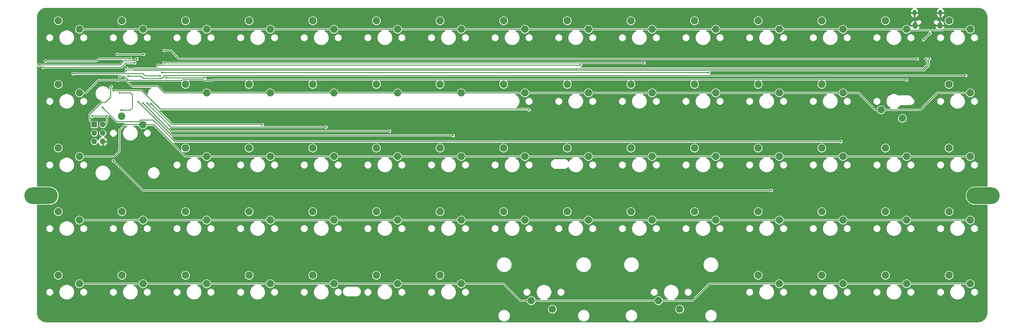
<source format=gbr>
%TF.GenerationSoftware,KiCad,Pcbnew,5.1.6*%
%TF.CreationDate,2020-06-07T21:01:59+02:00*%
%TF.ProjectId,DWZG60,44575a47-3630-42e6-9b69-6361645f7063,1*%
%TF.SameCoordinates,Original*%
%TF.FileFunction,Copper,L2,Bot*%
%TF.FilePolarity,Positive*%
%FSLAX46Y46*%
G04 Gerber Fmt 4.6, Leading zero omitted, Abs format (unit mm)*
G04 Created by KiCad (PCBNEW 5.1.6) date 2020-06-07 21:01:59*
%MOMM*%
%LPD*%
G01*
G04 APERTURE LIST*
%TA.AperFunction,ComponentPad*%
%ADD10C,2.200000*%
%TD*%
%TA.AperFunction,ComponentPad*%
%ADD11O,10.000000X5.000000*%
%TD*%
%TA.AperFunction,ComponentPad*%
%ADD12O,1.450000X2.000000*%
%TD*%
%TA.AperFunction,ComponentPad*%
%ADD13O,1.150000X1.800000*%
%TD*%
%TA.AperFunction,ComponentPad*%
%ADD14R,1.700000X1.700000*%
%TD*%
%TA.AperFunction,ComponentPad*%
%ADD15O,1.700000X1.700000*%
%TD*%
%TA.AperFunction,ViaPad*%
%ADD16C,0.600000*%
%TD*%
%TA.AperFunction,Conductor*%
%ADD17C,0.250000*%
%TD*%
%TA.AperFunction,Conductor*%
%ADD18C,0.200000*%
%TD*%
%TA.AperFunction,Conductor*%
%ADD19C,0.254000*%
%TD*%
G04 APERTURE END LIST*
D10*
%TO.P,SW28,2*%
%TO.N,Net-(SW16-Pad2)*%
X101050000Y-145690000D03*
%TO.P,SW28,1*%
%TO.N,Net-(D28-Pad1)*%
X94700000Y-143150000D03*
%TD*%
%TO.P,SW43,1*%
%TO.N,Net-(D43-Pad1)*%
X75640000Y-152690000D03*
%TO.P,SW43,2*%
%TO.N,Net-(SW30-Pad2)*%
X81990000Y-155230000D03*
%TD*%
%TO.P,SW46,2*%
%TO.N,Net-(SW45-Pad2)*%
X310600000Y-183790000D03*
%TO.P,SW46,1*%
%TO.N,Net-(D46-Pad1)*%
X304250000Y-181250000D03*
%TD*%
%TO.P,SW25,2*%
%TO.N,Net-(SW16-Pad2)*%
X158200000Y-145690000D03*
%TO.P,SW25,1*%
%TO.N,Net-(D25-Pad1)*%
X151850000Y-143150000D03*
%TD*%
%TO.P,SW70,2*%
%TO.N,Net-(SW60-Pad2)*%
X101050000Y-202840000D03*
%TO.P,SW70,1*%
%TO.N,Net-(D70-Pad1)*%
X94700000Y-200300000D03*
%TD*%
%TO.P,SW29,1*%
%TO.N,Net-(D29-Pad1)*%
X56600000Y-143150000D03*
%TO.P,SW29,2*%
%TO.N,Net-(SW16-Pad2)*%
X62950000Y-145690000D03*
%TD*%
%TO.P,SW15,1*%
%TO.N,Net-(D15-Pad1)*%
X56600000Y-124100000D03*
%TO.P,SW15,2*%
%TO.N,Net-(SW1-Pad2)*%
X62950000Y-126640000D03*
%TD*%
%TO.P,SW38,2*%
%TO.N,Net-(SW30-Pad2)*%
X177250000Y-164740000D03*
%TO.P,SW38,1*%
%TO.N,Net-(D38-Pad1)*%
X170900000Y-162200000D03*
%TD*%
%TO.P,SW24,1*%
%TO.N,Net-(D24-Pad1)*%
X170900000Y-143150000D03*
%TO.P,SW24,2*%
%TO.N,Net-(SW16-Pad2)*%
X177250000Y-145690000D03*
%TD*%
%TO.P,SW61,1*%
%TO.N,Net-(D61-Pad1)*%
X304250000Y-200300000D03*
%TO.P,SW61,2*%
%TO.N,Net-(SW60-Pad2)*%
X310600000Y-202840000D03*
%TD*%
%TO.P,SW31,1*%
%TO.N,Net-(D31-Pad1)*%
X304250000Y-162200000D03*
%TO.P,SW31,2*%
%TO.N,Net-(SW30-Pad2)*%
X310600000Y-164740000D03*
%TD*%
%TO.P,SW17,1*%
%TO.N,Net-(D17-Pad1)*%
X309330000Y-153310000D03*
%TO.P,SW17,2*%
%TO.N,Net-(SW16-Pad2)*%
X302980000Y-150770000D03*
%TD*%
%TO.P,SW2,1*%
%TO.N,Net-(D2-Pad1)*%
X304250000Y-124100000D03*
%TO.P,SW2,2*%
%TO.N,Net-(SW1-Pad2)*%
X310600000Y-126640000D03*
%TD*%
%TO.P,SW4,2*%
%TO.N,Net-(SW1-Pad2)*%
X272500000Y-126640000D03*
%TO.P,SW4,1*%
%TO.N,Net-(D4-Pad1)*%
X266150000Y-124100000D03*
%TD*%
%TO.P,SW34,2*%
%TO.N,Net-(SW30-Pad2)*%
X253450000Y-164740000D03*
%TO.P,SW34,1*%
%TO.N,Net-(D34-Pad1)*%
X247100000Y-162200000D03*
%TD*%
%TO.P,SW5,2*%
%TO.N,Net-(SW1-Pad2)*%
X253450000Y-126640000D03*
%TO.P,SW5,1*%
%TO.N,Net-(D5-Pad1)*%
X247100000Y-124100000D03*
%TD*%
%TO.P,SW37,1*%
%TO.N,Net-(D37-Pad1)*%
X189950000Y-162200000D03*
%TO.P,SW37,2*%
%TO.N,Net-(SW30-Pad2)*%
X196300000Y-164740000D03*
%TD*%
%TO.P,SW66,2*%
%TO.N,Net-(SW60-Pad2)*%
X177250000Y-202840000D03*
%TO.P,SW66,1*%
%TO.N,Net-(D66-Pad1)*%
X170900000Y-200300000D03*
%TD*%
%TO.P,SW67,2*%
%TO.N,Net-(SW60-Pad2)*%
X158200000Y-202840000D03*
%TO.P,SW67,1*%
%TO.N,Net-(D67-Pad1)*%
X151850000Y-200300000D03*
%TD*%
%TO.P,SW42,2*%
%TO.N,Net-(SW30-Pad2)*%
X101050000Y-164740000D03*
%TO.P,SW42,1*%
%TO.N,Net-(D42-Pad1)*%
X94700000Y-162200000D03*
%TD*%
%TO.P,SW12,1*%
%TO.N,Net-(D12-Pad1)*%
X113750000Y-124100000D03*
%TO.P,SW12,2*%
%TO.N,Net-(SW1-Pad2)*%
X120100000Y-126640000D03*
%TD*%
%TO.P,SW71,1*%
%TO.N,Net-(D71-Pad1)*%
X75650000Y-200300000D03*
%TO.P,SW71,2*%
%TO.N,Net-(SW60-Pad2)*%
X82000000Y-202840000D03*
%TD*%
%TO.P,SW72,2*%
%TO.N,Net-(SW60-Pad2)*%
X62950000Y-202840000D03*
%TO.P,SW72,1*%
%TO.N,Net-(D72-Pad1)*%
X56600000Y-200300000D03*
%TD*%
%TO.P,SW59,1*%
%TO.N,Net-(D59-Pad1)*%
X56600000Y-181250000D03*
%TO.P,SW59,2*%
%TO.N,Net-(SW45-Pad2)*%
X62950000Y-183790000D03*
%TD*%
D11*
%TO.P,REF\u002A\u002A,1*%
%TO.N,N/C*%
X333500000Y-176500000D03*
%TD*%
%TO.P,REF\u002A\u002A,*%
%TO.N,*%
X51500000Y-176500000D03*
%TD*%
D10*
%TO.P,SW36,2*%
%TO.N,Net-(SW30-Pad2)*%
X215350000Y-164740000D03*
%TO.P,SW36,1*%
%TO.N,Net-(D36-Pad1)*%
X209000000Y-162200000D03*
%TD*%
%TO.P,SW65,2*%
%TO.N,Net-(SW60-Pad2)*%
X198205000Y-207920000D03*
%TO.P,SW65,1*%
%TO.N,Net-(D65-Pad1)*%
X204555000Y-210460000D03*
%TD*%
%TO.P,SW64,2*%
%TO.N,Net-(SW60-Pad2)*%
X236305000Y-207920000D03*
%TO.P,SW64,1*%
%TO.N,Net-(D64-Pad1)*%
X242655000Y-210460000D03*
%TD*%
%TO.P,SW1,2*%
%TO.N,Net-(SW1-Pad2)*%
X329650000Y-126640000D03*
%TO.P,SW1,1*%
%TO.N,Net-(D1-Pad1)*%
X323300000Y-124100000D03*
%TD*%
%TO.P,SW14,1*%
%TO.N,Net-(D14-Pad1)*%
X75650000Y-124100000D03*
%TO.P,SW14,2*%
%TO.N,Net-(SW1-Pad2)*%
X82000000Y-126640000D03*
%TD*%
%TO.P,SW60,2*%
%TO.N,Net-(SW60-Pad2)*%
X329650000Y-202840000D03*
%TO.P,SW60,1*%
%TO.N,Net-(D60-Pad1)*%
X323300000Y-200300000D03*
%TD*%
%TO.P,SW3,2*%
%TO.N,Net-(SW1-Pad2)*%
X291550000Y-126640000D03*
%TO.P,SW3,1*%
%TO.N,Net-(D3-Pad1)*%
X285200000Y-124100000D03*
%TD*%
%TO.P,SW6,2*%
%TO.N,Net-(SW1-Pad2)*%
X234400000Y-126640000D03*
%TO.P,SW6,1*%
%TO.N,Net-(D6-Pad1)*%
X228050000Y-124100000D03*
%TD*%
%TO.P,SW7,2*%
%TO.N,Net-(SW1-Pad2)*%
X215350000Y-126640000D03*
%TO.P,SW7,1*%
%TO.N,Net-(D7-Pad1)*%
X209000000Y-124100000D03*
%TD*%
%TO.P,SW8,1*%
%TO.N,Net-(D8-Pad1)*%
X189950000Y-124100000D03*
%TO.P,SW8,2*%
%TO.N,Net-(SW1-Pad2)*%
X196300000Y-126640000D03*
%TD*%
%TO.P,SW9,2*%
%TO.N,Net-(SW1-Pad2)*%
X177250000Y-126640000D03*
%TO.P,SW9,1*%
%TO.N,Net-(D9-Pad1)*%
X170900000Y-124100000D03*
%TD*%
%TO.P,SW10,1*%
%TO.N,Net-(D10-Pad1)*%
X151850000Y-124100000D03*
%TO.P,SW10,2*%
%TO.N,Net-(SW1-Pad2)*%
X158200000Y-126640000D03*
%TD*%
%TO.P,SW11,1*%
%TO.N,Net-(D11-Pad1)*%
X132800000Y-124100000D03*
%TO.P,SW11,2*%
%TO.N,Net-(SW1-Pad2)*%
X139150000Y-126640000D03*
%TD*%
%TO.P,SW13,2*%
%TO.N,Net-(SW1-Pad2)*%
X101050000Y-126640000D03*
%TO.P,SW13,1*%
%TO.N,Net-(D13-Pad1)*%
X94700000Y-124100000D03*
%TD*%
%TO.P,SW16,1*%
%TO.N,Net-(D16-Pad1)*%
X323300000Y-143150000D03*
%TO.P,SW16,2*%
%TO.N,Net-(SW16-Pad2)*%
X329650000Y-145690000D03*
%TD*%
%TO.P,SW18,1*%
%TO.N,Net-(D18-Pad1)*%
X285200000Y-143150000D03*
%TO.P,SW18,2*%
%TO.N,Net-(SW16-Pad2)*%
X291550000Y-145690000D03*
%TD*%
%TO.P,SW19,1*%
%TO.N,Net-(D19-Pad1)*%
X266150000Y-143150000D03*
%TO.P,SW19,2*%
%TO.N,Net-(SW16-Pad2)*%
X272500000Y-145690000D03*
%TD*%
%TO.P,SW20,1*%
%TO.N,Net-(D20-Pad1)*%
X247100000Y-143150000D03*
%TO.P,SW20,2*%
%TO.N,Net-(SW16-Pad2)*%
X253450000Y-145690000D03*
%TD*%
%TO.P,SW21,1*%
%TO.N,Net-(D21-Pad1)*%
X228050000Y-143150000D03*
%TO.P,SW21,2*%
%TO.N,Net-(SW16-Pad2)*%
X234400000Y-145690000D03*
%TD*%
%TO.P,SW22,1*%
%TO.N,Net-(D22-Pad1)*%
X209000000Y-143150000D03*
%TO.P,SW22,2*%
%TO.N,Net-(SW16-Pad2)*%
X215350000Y-145690000D03*
%TD*%
%TO.P,SW23,2*%
%TO.N,Net-(SW16-Pad2)*%
X196300000Y-145690000D03*
%TO.P,SW23,1*%
%TO.N,Net-(D23-Pad1)*%
X189950000Y-143150000D03*
%TD*%
%TO.P,SW26,1*%
%TO.N,Net-(D26-Pad1)*%
X132800000Y-143150000D03*
%TO.P,SW26,2*%
%TO.N,Net-(SW16-Pad2)*%
X139150000Y-145690000D03*
%TD*%
%TO.P,SW27,2*%
%TO.N,Net-(SW16-Pad2)*%
X120100000Y-145690000D03*
%TO.P,SW27,1*%
%TO.N,Net-(D27-Pad1)*%
X113750000Y-143150000D03*
%TD*%
%TO.P,SW30,2*%
%TO.N,Net-(SW30-Pad2)*%
X329650000Y-164740000D03*
%TO.P,SW30,1*%
%TO.N,Net-(D30-Pad1)*%
X323300000Y-162200000D03*
%TD*%
%TO.P,SW32,2*%
%TO.N,Net-(SW30-Pad2)*%
X291550000Y-164740000D03*
%TO.P,SW32,1*%
%TO.N,Net-(D32-Pad1)*%
X285200000Y-162200000D03*
%TD*%
%TO.P,SW33,1*%
%TO.N,Net-(D33-Pad1)*%
X266150000Y-162200000D03*
%TO.P,SW33,2*%
%TO.N,Net-(SW30-Pad2)*%
X272500000Y-164740000D03*
%TD*%
%TO.P,SW35,2*%
%TO.N,Net-(SW30-Pad2)*%
X234400000Y-164740000D03*
%TO.P,SW35,1*%
%TO.N,Net-(D35-Pad1)*%
X228050000Y-162200000D03*
%TD*%
%TO.P,SW39,1*%
%TO.N,Net-(D39-Pad1)*%
X151850000Y-162200000D03*
%TO.P,SW39,2*%
%TO.N,Net-(SW30-Pad2)*%
X158200000Y-164740000D03*
%TD*%
%TO.P,SW40,2*%
%TO.N,Net-(SW30-Pad2)*%
X139150000Y-164740000D03*
%TO.P,SW40,1*%
%TO.N,Net-(D40-Pad1)*%
X132800000Y-162200000D03*
%TD*%
%TO.P,SW41,1*%
%TO.N,Net-(D41-Pad1)*%
X113750000Y-162200000D03*
%TO.P,SW41,2*%
%TO.N,Net-(SW30-Pad2)*%
X120100000Y-164740000D03*
%TD*%
%TO.P,SW44,2*%
%TO.N,Net-(SW30-Pad2)*%
X62950000Y-164740000D03*
%TO.P,SW44,1*%
%TO.N,Net-(D44-Pad1)*%
X56600000Y-162200000D03*
%TD*%
%TO.P,SW45,1*%
%TO.N,Net-(D45-Pad1)*%
X323300000Y-181250000D03*
%TO.P,SW45,2*%
%TO.N,Net-(SW45-Pad2)*%
X329650000Y-183790000D03*
%TD*%
%TO.P,SW47,1*%
%TO.N,Net-(D47-Pad1)*%
X285200000Y-181250000D03*
%TO.P,SW47,2*%
%TO.N,Net-(SW45-Pad2)*%
X291550000Y-183790000D03*
%TD*%
%TO.P,SW48,2*%
%TO.N,Net-(SW45-Pad2)*%
X272500000Y-183790000D03*
%TO.P,SW48,1*%
%TO.N,Net-(D48-Pad1)*%
X266150000Y-181250000D03*
%TD*%
%TO.P,SW49,1*%
%TO.N,Net-(D49-Pad1)*%
X247100000Y-181250000D03*
%TO.P,SW49,2*%
%TO.N,Net-(SW45-Pad2)*%
X253450000Y-183790000D03*
%TD*%
%TO.P,SW50,1*%
%TO.N,Net-(D50-Pad1)*%
X228050000Y-181250000D03*
%TO.P,SW50,2*%
%TO.N,Net-(SW45-Pad2)*%
X234400000Y-183790000D03*
%TD*%
%TO.P,SW51,1*%
%TO.N,Net-(D51-Pad1)*%
X209000000Y-181250000D03*
%TO.P,SW51,2*%
%TO.N,Net-(SW45-Pad2)*%
X215350000Y-183790000D03*
%TD*%
%TO.P,SW52,1*%
%TO.N,Net-(D52-Pad1)*%
X189950000Y-181250000D03*
%TO.P,SW52,2*%
%TO.N,Net-(SW45-Pad2)*%
X196300000Y-183790000D03*
%TD*%
%TO.P,SW53,1*%
%TO.N,Net-(D53-Pad1)*%
X170900000Y-181250000D03*
%TO.P,SW53,2*%
%TO.N,Net-(SW45-Pad2)*%
X177250000Y-183790000D03*
%TD*%
%TO.P,SW54,2*%
%TO.N,Net-(SW45-Pad2)*%
X158200000Y-183790000D03*
%TO.P,SW54,1*%
%TO.N,Net-(D54-Pad1)*%
X151850000Y-181250000D03*
%TD*%
%TO.P,SW55,1*%
%TO.N,Net-(D55-Pad1)*%
X132800000Y-181250000D03*
%TO.P,SW55,2*%
%TO.N,Net-(SW45-Pad2)*%
X139150000Y-183790000D03*
%TD*%
%TO.P,SW56,2*%
%TO.N,Net-(SW45-Pad2)*%
X120100000Y-183790000D03*
%TO.P,SW56,1*%
%TO.N,Net-(D56-Pad1)*%
X113750000Y-181250000D03*
%TD*%
%TO.P,SW57,1*%
%TO.N,Net-(D57-Pad1)*%
X94700000Y-181250000D03*
%TO.P,SW57,2*%
%TO.N,Net-(SW45-Pad2)*%
X101050000Y-183790000D03*
%TD*%
%TO.P,SW58,2*%
%TO.N,Net-(SW45-Pad2)*%
X82000000Y-183790000D03*
%TO.P,SW58,1*%
%TO.N,Net-(D58-Pad1)*%
X75650000Y-181250000D03*
%TD*%
%TO.P,SW62,2*%
%TO.N,Net-(SW60-Pad2)*%
X291550000Y-202840000D03*
%TO.P,SW62,1*%
%TO.N,Net-(D62-Pad1)*%
X285200000Y-200300000D03*
%TD*%
%TO.P,SW63,2*%
%TO.N,Net-(SW60-Pad2)*%
X272500000Y-202840000D03*
%TO.P,SW63,1*%
%TO.N,Net-(D63-Pad1)*%
X266150000Y-200300000D03*
%TD*%
%TO.P,SW68,2*%
%TO.N,Net-(SW60-Pad2)*%
X139150000Y-202840000D03*
%TO.P,SW68,1*%
%TO.N,Net-(D68-Pad1)*%
X132800000Y-200300000D03*
%TD*%
%TO.P,SW69,1*%
%TO.N,Net-(D69-Pad1)*%
X113750000Y-200300000D03*
%TO.P,SW69,2*%
%TO.N,Net-(SW60-Pad2)*%
X120100000Y-202840000D03*
%TD*%
D12*
%TO.P,J1,6*%
%TO.N,GND*%
X320590000Y-125569000D03*
X313140000Y-125569000D03*
D13*
X320740000Y-121769000D03*
X312990000Y-121769000D03*
%TD*%
D14*
%TO.P,J2,1*%
%TO.N,MISO*%
X67395000Y-155215000D03*
D15*
%TO.P,J2,2*%
%TO.N,+5V*%
X69935000Y-155215000D03*
%TO.P,J2,3*%
%TO.N,SCK*%
X67395000Y-157755000D03*
%TO.P,J2,4*%
%TO.N,MOSI*%
X69935000Y-157755000D03*
%TO.P,J2,5*%
%TO.N,RST*%
X67395000Y-160295000D03*
%TO.P,J2,6*%
%TO.N,GND*%
X69935000Y-160295000D03*
%TD*%
D16*
%TO.N,+5V*%
X66760000Y-152675000D03*
X313775000Y-135530000D03*
X88350000Y-132990000D03*
X71205000Y-152675000D03*
X74190000Y-134170000D03*
X82190000Y-134170000D03*
%TO.N,Net-(D1-Pad2)*%
X328290000Y-140520000D03*
X77555000Y-140700000D03*
%TO.N,Net-(D20-Pad2)*%
X251390000Y-139630000D03*
X87715000Y-139630000D03*
%TO.N,Net-(D21-Pad2)*%
X231990000Y-136710000D03*
X88350000Y-136710000D03*
%TO.N,Net-(D22-Pad2)*%
X212940000Y-137435000D03*
X86445000Y-137435000D03*
%TO.N,Net-(D23-Pad2)*%
X197570000Y-150770000D03*
X73110000Y-145055000D03*
%TO.N,Net-(D24-Pad2)*%
X80574848Y-148385152D03*
X174840000Y-158520000D03*
%TO.N,Net-(D10-Pad2)*%
X82000000Y-148784998D03*
X155790000Y-157120000D03*
%TO.N,Net-(D11-Pad2)*%
X83270000Y-148865000D03*
X136740000Y-155940000D03*
%TO.N,Net-(D12-Pad2)*%
X84450000Y-148955000D03*
X117690000Y-155230000D03*
%TO.N,Net-(D13-Pad2)*%
X100415000Y-141245000D03*
X88985000Y-141245000D03*
%TO.N,Net-(D15-Pad2)*%
X61045000Y-139975000D03*
X87080000Y-140610000D03*
%TO.N,Net-(SW16-Pad2)*%
X74380000Y-141880000D03*
%TO.N,Net-(SW30-Pad2)*%
X78231654Y-135488346D03*
X52790000Y-136165000D03*
%TO.N,Net-(SW45-Pad2)*%
X52065000Y-138070000D03*
X79501654Y-136758346D03*
%TO.N,Net-(SW60-Pad2)*%
X80095000Y-135530000D03*
X50885000Y-137435000D03*
%TO.N,/D-*%
X317585000Y-127910000D03*
X315680000Y-129815000D03*
%TO.N,/DR+*%
X317475000Y-135530000D03*
X76992107Y-139130000D03*
%TO.N,/DR-*%
X316425000Y-135530000D03*
X76992107Y-138280000D03*
%TO.N,SCK*%
X310600000Y-141880000D03*
X75015000Y-140700000D03*
%TO.N,MOSI*%
X290915000Y-160295000D03*
X69946501Y-150123499D03*
%TO.N,MISO*%
X72475000Y-143785000D03*
X73110000Y-166010000D03*
X270090000Y-174900000D03*
%TO.N,RST*%
X75015000Y-145690000D03*
X75503201Y-150837924D03*
%TD*%
D17*
%TO.N,+5V*%
X313775000Y-135530000D02*
X92795000Y-135530000D01*
X92795000Y-135530000D02*
X90255000Y-132990000D01*
X90255000Y-132990000D02*
X88350000Y-132990000D01*
X69935000Y-155215000D02*
X70570000Y-155215000D01*
X71205000Y-154580000D02*
X71205000Y-152675000D01*
X70570000Y-155215000D02*
X71205000Y-154580000D01*
X66760000Y-152675000D02*
X71205000Y-152675000D01*
X74190000Y-134170000D02*
X82190000Y-134170000D01*
%TO.N,Net-(D1-Pad2)*%
X328290000Y-140520000D02*
X328289999Y-140519999D01*
X87604996Y-141355004D02*
X88440001Y-140519999D01*
X82110004Y-141355004D02*
X87604996Y-141355004D01*
X81455000Y-140700000D02*
X82110004Y-141355004D01*
X77555000Y-140700000D02*
X81455000Y-140700000D01*
X328289999Y-140519999D02*
X88440001Y-140519999D01*
%TO.N,Net-(D20-Pad2)*%
X87715000Y-139630000D02*
X251390000Y-139630000D01*
%TO.N,Net-(D21-Pad2)*%
X230590000Y-136710000D02*
X231990000Y-136710000D01*
X88350000Y-136710000D02*
X230590000Y-136710000D01*
%TO.N,Net-(D22-Pad2)*%
X86445000Y-137435000D02*
X211540000Y-137435000D01*
X211540000Y-137435000D02*
X212940000Y-137435000D01*
%TO.N,Net-(D23-Pad2)*%
X197355001Y-150555001D02*
X197570000Y-150770000D01*
X87151999Y-150555001D02*
X197355001Y-150555001D01*
X81651998Y-145055000D02*
X73110000Y-145055000D01*
X87151999Y-150555001D02*
X81651998Y-145055000D01*
%TO.N,Net-(D24-Pad2)*%
X174710000Y-158390000D02*
X174840000Y-158520000D01*
X90579696Y-158390000D02*
X174710000Y-158390000D01*
X80574848Y-148385152D02*
X90579696Y-158390000D01*
%TO.N,Net-(D10-Pad2)*%
X90255000Y-157120000D02*
X154390000Y-157120000D01*
X85175000Y-152040000D02*
X90255000Y-157120000D01*
X85175000Y-151959998D02*
X85175000Y-152040000D01*
X82000000Y-148784998D02*
X85175000Y-151959998D01*
X154390000Y-157120000D02*
X155790000Y-157120000D01*
%TO.N,Net-(D11-Pad2)*%
X135340000Y-155940001D02*
X134705000Y-155940000D01*
X90345001Y-155940001D02*
X135340000Y-155940001D01*
X83270000Y-148865000D02*
X90345001Y-155940001D01*
X136739999Y-155940001D02*
X136740000Y-155940000D01*
X135340000Y-155940001D02*
X136739999Y-155940001D01*
%TO.N,Net-(D12-Pad2)*%
X117675000Y-155215000D02*
X117690000Y-155230000D01*
X90710000Y-155215000D02*
X117675000Y-155215000D01*
X84450000Y-148955000D02*
X90710000Y-155215000D01*
%TO.N,Net-(D13-Pad2)*%
X88985000Y-141245000D02*
X100415000Y-141245000D01*
%TO.N,Net-(D15-Pad2)*%
X64220000Y-139975000D02*
X61045000Y-139975000D01*
X82000000Y-139975000D02*
X64220000Y-139975000D01*
X82655003Y-140630003D02*
X82000000Y-139975000D01*
X87080000Y-140610000D02*
X82655003Y-140630003D01*
%TO.N,Net-(SW1-Pad2)*%
X329650000Y-126640000D02*
X329015000Y-127275000D01*
X310600000Y-126640000D02*
X291550000Y-126640000D01*
X291550000Y-126640000D02*
X272500000Y-126640000D01*
X272500000Y-126640000D02*
X253450000Y-126640000D01*
X253450000Y-126640000D02*
X234400000Y-126640000D01*
X234400000Y-126640000D02*
X215350000Y-126640000D01*
X215350000Y-126640000D02*
X196300000Y-126640000D01*
X196300000Y-126640000D02*
X177250000Y-126640000D01*
X177250000Y-126640000D02*
X158200000Y-126640000D01*
X158200000Y-126640000D02*
X139150000Y-126640000D01*
X139150000Y-126640000D02*
X120100000Y-126640000D01*
X120100000Y-126640000D02*
X101050000Y-126640000D01*
X101050000Y-126640000D02*
X82000000Y-126640000D01*
X82000000Y-126640000D02*
X62950000Y-126640000D01*
X310600000Y-126640000D02*
X311235000Y-127275000D01*
X329650000Y-126640000D02*
X321670000Y-126640000D01*
X310854010Y-126894010D02*
X310600000Y-126640000D01*
X321415990Y-126894010D02*
X310854010Y-126894010D01*
X321670000Y-126640000D02*
X321415990Y-126894010D01*
%TO.N,Net-(SW16-Pad2)*%
X291550000Y-145690000D02*
X272500000Y-145690000D01*
X272500000Y-145690000D02*
X253450000Y-145690000D01*
X253450000Y-145690000D02*
X234400000Y-145690000D01*
X234400000Y-145690000D02*
X215350000Y-145690000D01*
X215350000Y-145690000D02*
X196300000Y-145690000D01*
X196300000Y-145690000D02*
X177250000Y-145690000D01*
X177250000Y-145690000D02*
X158200000Y-145690000D01*
X158200000Y-145690000D02*
X139150000Y-145690000D01*
X139150000Y-145690000D02*
X120100000Y-145690000D01*
X120100000Y-145690000D02*
X101050000Y-145690000D01*
X291550000Y-145690000D02*
X296185000Y-145690000D01*
X301265000Y-150770000D02*
X302980000Y-150770000D01*
X296185000Y-145690000D02*
X301265000Y-150770000D01*
X302980000Y-150770000D02*
X314685000Y-150770000D01*
X319765000Y-145690000D02*
X329650000Y-145690000D01*
X314685000Y-150770000D02*
X319765000Y-145690000D01*
X74380000Y-141880000D02*
X76920000Y-141880000D01*
X76920000Y-141880000D02*
X78825000Y-143785000D01*
X78825000Y-143785000D02*
X86445000Y-143785000D01*
X88350000Y-145690000D02*
X101050000Y-145690000D01*
X86445000Y-143785000D02*
X88350000Y-145690000D01*
X64855000Y-145690000D02*
X62950000Y-145690000D01*
X68665000Y-141880000D02*
X64855000Y-145690000D01*
X74380000Y-141880000D02*
X68665000Y-141880000D01*
%TO.N,Net-(SW30-Pad2)*%
X329650000Y-164740000D02*
X310600000Y-164740000D01*
X310600000Y-164740000D02*
X291550000Y-164740000D01*
X291550000Y-164740000D02*
X272500000Y-164740000D01*
X272500000Y-164740000D02*
X253450000Y-164740000D01*
X253450000Y-164740000D02*
X234400000Y-164740000D01*
X234400000Y-164740000D02*
X215350000Y-164740000D01*
X215350000Y-164740000D02*
X196300000Y-164740000D01*
X196300000Y-164740000D02*
X177250000Y-164740000D01*
X177250000Y-164740000D02*
X158200000Y-164740000D01*
X158200000Y-164740000D02*
X139150000Y-164740000D01*
X120100000Y-164740000D02*
X139150000Y-164740000D01*
X120100000Y-164740000D02*
X101050000Y-164740000D01*
X94700000Y-164740000D02*
X101050000Y-164740000D01*
X85175000Y-155215000D02*
X94700000Y-164740000D01*
X82000000Y-155215000D02*
X85175000Y-155215000D01*
X82000000Y-155215000D02*
X76560000Y-155215000D01*
X76560000Y-155215000D02*
X74930000Y-156845000D01*
X74930000Y-156845000D02*
X74930000Y-163195000D01*
X73385000Y-164740000D02*
X62950000Y-164740000D01*
X74930000Y-163195000D02*
X73385000Y-164740000D01*
X71246654Y-135488346D02*
X78231654Y-135488346D01*
X68706654Y-135488346D02*
X71246654Y-135488346D01*
X68030000Y-136165000D02*
X68706654Y-135488346D01*
X52790000Y-136165000D02*
X68030000Y-136165000D01*
%TO.N,Net-(SW45-Pad2)*%
X62950000Y-183790000D02*
X82000000Y-183790000D01*
X82000000Y-183790000D02*
X101050000Y-183790000D01*
X101050000Y-183790000D02*
X120100000Y-183790000D01*
X120100000Y-183790000D02*
X139150000Y-183790000D01*
X139150000Y-183790000D02*
X158200000Y-183790000D01*
X158200000Y-183790000D02*
X177250000Y-183790000D01*
X177250000Y-183790000D02*
X196300000Y-183790000D01*
X196300000Y-183790000D02*
X215350000Y-183790000D01*
X215350000Y-183790000D02*
X234400000Y-183790000D01*
X234400000Y-183790000D02*
X253450000Y-183790000D01*
X253450000Y-183790000D02*
X272500000Y-183790000D01*
X272500000Y-183790000D02*
X291550000Y-183790000D01*
X291550000Y-183790000D02*
X310600000Y-183790000D01*
X310600000Y-183790000D02*
X329650000Y-183790000D01*
X52065000Y-138070000D02*
X75015000Y-138070000D01*
X75490698Y-138070000D02*
X75015000Y-138070000D01*
X76802352Y-136758346D02*
X75490698Y-138070000D01*
X79501654Y-136758346D02*
X76802352Y-136758346D01*
%TO.N,Net-(SW60-Pad2)*%
X329650000Y-202840000D02*
X310600000Y-202840000D01*
X310600000Y-202840000D02*
X291550000Y-202840000D01*
X291550000Y-202840000D02*
X272500000Y-202840000D01*
X177250000Y-202840000D02*
X158200000Y-202840000D01*
X158200000Y-202840000D02*
X139150000Y-202840000D01*
X139150000Y-202840000D02*
X120100000Y-202840000D01*
X120100000Y-202840000D02*
X101050000Y-202840000D01*
X101050000Y-202840000D02*
X82000000Y-202840000D01*
X79091002Y-202840000D02*
X82000000Y-202840000D01*
X62950000Y-202840000D02*
X79091002Y-202840000D01*
X272500000Y-202840000D02*
X251545000Y-202840000D01*
X246465000Y-207920000D02*
X236305000Y-207920000D01*
X251545000Y-202840000D02*
X246465000Y-207920000D01*
X236305000Y-207920000D02*
X198205000Y-207920000D01*
X198205000Y-207920000D02*
X195030000Y-207920000D01*
X195030000Y-207920000D02*
X189950000Y-202840000D01*
X189950000Y-202840000D02*
X177250000Y-202840000D01*
X50975001Y-137344999D02*
X50885000Y-137435000D01*
X79561653Y-136063347D02*
X76386653Y-136063347D01*
X76386653Y-136063347D02*
X75105001Y-137344999D01*
X80095000Y-135530000D02*
X79561653Y-136063347D01*
X75105001Y-137344999D02*
X50975001Y-137344999D01*
%TO.N,/D-*%
X317585000Y-127910000D02*
X315680000Y-129815000D01*
%TO.N,/DR+*%
X317175000Y-137528200D02*
X315773200Y-138930000D01*
X317175000Y-135830000D02*
X317175000Y-137528200D01*
X317475000Y-135530000D02*
X317175000Y-135830000D01*
X315773200Y-138930000D02*
X79125000Y-138930000D01*
D18*
X77192107Y-138930000D02*
X76992107Y-139130000D01*
X79125000Y-138930000D02*
X77192107Y-138930000D01*
D17*
%TO.N,/DR-*%
X315586800Y-138480000D02*
X79125000Y-138480000D01*
X316725000Y-137341800D02*
X315586800Y-138480000D01*
X316725000Y-135830000D02*
X316725000Y-137341800D01*
X316425000Y-135530000D02*
X316725000Y-135830000D01*
D18*
X77192107Y-138480000D02*
X76992107Y-138280000D01*
X79125000Y-138480000D02*
X77192107Y-138480000D01*
D17*
%TO.N,SCK*%
X310444999Y-141724999D02*
X310600000Y-141880000D01*
X100066999Y-141970001D02*
X102864999Y-141970001D01*
X103110001Y-141724999D02*
X310444999Y-141724999D01*
X99821997Y-141724999D02*
X100066999Y-141970001D01*
X94015999Y-141724999D02*
X99821997Y-141724999D01*
X93770997Y-141970001D02*
X94015999Y-141724999D01*
X102864999Y-141970001D02*
X103110001Y-141724999D01*
X80095000Y-141970001D02*
X93770997Y-141970001D01*
X76376410Y-140700000D02*
X75015000Y-140700000D01*
X77646411Y-141970001D02*
X76376410Y-140700000D01*
X80095000Y-141970001D02*
X77646411Y-141970001D01*
%TO.N,MOSI*%
X80760999Y-154344999D02*
X74144999Y-154344999D01*
X81315999Y-153789999D02*
X80760999Y-154344999D01*
X74144999Y-154344999D02*
X69946501Y-150146501D01*
X85019999Y-153789999D02*
X81315999Y-153789999D01*
X91525000Y-160295000D02*
X85019999Y-153789999D01*
X290915000Y-160295000D02*
X91525000Y-160295000D01*
X69946501Y-150146501D02*
X69946501Y-150123499D01*
%TO.N,MISO*%
X66034999Y-152160001D02*
X66034999Y-153854999D01*
X69598500Y-148596500D02*
X66034999Y-152160001D01*
X70654502Y-148596500D02*
X69598500Y-148596500D01*
X72265001Y-146986001D02*
X70654502Y-148596500D01*
X66034999Y-153854999D02*
X67395000Y-155215000D01*
X72265001Y-143994999D02*
X72475000Y-143785000D01*
X72265001Y-146986001D02*
X72265001Y-143994999D01*
X73110000Y-166010000D02*
X82000000Y-174900000D01*
X82000000Y-174900000D02*
X270090000Y-174900000D01*
%TO.N,RST*%
X75015000Y-145690000D02*
X78190000Y-145690000D01*
X78190000Y-145690000D02*
X78825000Y-146325000D01*
X78825000Y-146325000D02*
X78825000Y-149500000D01*
X78825000Y-149500000D02*
X78825000Y-150135000D01*
X78825000Y-150135000D02*
X78190000Y-150770000D01*
X78122076Y-150837924D02*
X75503201Y-150837924D01*
X78190000Y-150770000D02*
X78122076Y-150837924D01*
%TD*%
D19*
%TO.N,GND*%
G36*
X312423356Y-120367364D02*
G01*
X312224203Y-120498598D01*
X312054479Y-120666163D01*
X311920706Y-120863620D01*
X311828026Y-121083381D01*
X311780000Y-121317000D01*
X311780000Y-121642000D01*
X312863000Y-121642000D01*
X312863000Y-121622000D01*
X313117000Y-121622000D01*
X313117000Y-121642000D01*
X314200000Y-121642000D01*
X314200000Y-121317000D01*
X314151974Y-121083381D01*
X314059294Y-120863620D01*
X313925521Y-120666163D01*
X313755797Y-120498598D01*
X313556644Y-120367364D01*
X313518870Y-120352000D01*
X320211130Y-120352000D01*
X320173356Y-120367364D01*
X319974203Y-120498598D01*
X319804479Y-120666163D01*
X319670706Y-120863620D01*
X319578026Y-121083381D01*
X319530000Y-121317000D01*
X319530000Y-121642000D01*
X320613000Y-121642000D01*
X320613000Y-121622000D01*
X320867000Y-121622000D01*
X320867000Y-121642000D01*
X321950000Y-121642000D01*
X321950000Y-121317000D01*
X321901974Y-121083381D01*
X321809294Y-120863620D01*
X321675521Y-120666163D01*
X321505797Y-120498598D01*
X321306644Y-120367364D01*
X321268870Y-120352000D01*
X331982785Y-120352000D01*
X332514003Y-120404087D01*
X333008427Y-120553361D01*
X333464449Y-120795832D01*
X333864680Y-121122252D01*
X334193894Y-121520203D01*
X334439537Y-121974513D01*
X334592262Y-122467885D01*
X334647991Y-122998117D01*
X334648001Y-123000940D01*
X334648000Y-173673000D01*
X330861125Y-173673000D01*
X330445811Y-173713905D01*
X329912920Y-173875556D01*
X329421804Y-174138063D01*
X328991337Y-174491337D01*
X328638063Y-174921804D01*
X328375556Y-175412920D01*
X328213905Y-175945811D01*
X328159322Y-176500000D01*
X328213905Y-177054189D01*
X328375556Y-177587080D01*
X328638063Y-178078196D01*
X328991337Y-178508663D01*
X329421804Y-178861937D01*
X329912920Y-179124444D01*
X330445811Y-179286095D01*
X330861125Y-179327000D01*
X334648000Y-179327000D01*
X334648000Y-211582785D01*
X334595913Y-212114002D01*
X334446637Y-212608431D01*
X334204168Y-213064448D01*
X333877748Y-213464680D01*
X333479796Y-213793894D01*
X333025490Y-214039536D01*
X332532115Y-214192262D01*
X332001883Y-214247991D01*
X331999347Y-214248000D01*
X53017215Y-214248000D01*
X52485998Y-214195913D01*
X51991569Y-214046637D01*
X51535552Y-213804168D01*
X51135320Y-213477748D01*
X50806106Y-213079796D01*
X50560464Y-212625490D01*
X50428008Y-212197594D01*
X188263000Y-212197594D01*
X188263000Y-212562406D01*
X188334171Y-212920208D01*
X188473779Y-213257251D01*
X188676458Y-213560581D01*
X188934419Y-213818542D01*
X189237749Y-214021221D01*
X189574792Y-214160829D01*
X189932594Y-214232000D01*
X190297406Y-214232000D01*
X190655208Y-214160829D01*
X190992251Y-214021221D01*
X191295581Y-213818542D01*
X191553542Y-213560581D01*
X191756221Y-213257251D01*
X191895829Y-212920208D01*
X191967000Y-212562406D01*
X191967000Y-212197594D01*
X212063000Y-212197594D01*
X212063000Y-212562406D01*
X212134171Y-212920208D01*
X212273779Y-213257251D01*
X212476458Y-213560581D01*
X212734419Y-213818542D01*
X213037749Y-214021221D01*
X213374792Y-214160829D01*
X213732594Y-214232000D01*
X214097406Y-214232000D01*
X214455208Y-214160829D01*
X214792251Y-214021221D01*
X215095581Y-213818542D01*
X215353542Y-213560581D01*
X215556221Y-213257251D01*
X215695829Y-212920208D01*
X215767000Y-212562406D01*
X215767000Y-212197594D01*
X226363000Y-212197594D01*
X226363000Y-212562406D01*
X226434171Y-212920208D01*
X226573779Y-213257251D01*
X226776458Y-213560581D01*
X227034419Y-213818542D01*
X227337749Y-214021221D01*
X227674792Y-214160829D01*
X228032594Y-214232000D01*
X228397406Y-214232000D01*
X228755208Y-214160829D01*
X229092251Y-214021221D01*
X229395581Y-213818542D01*
X229653542Y-213560581D01*
X229856221Y-213257251D01*
X229995829Y-212920208D01*
X230067000Y-212562406D01*
X230067000Y-212197594D01*
X250163000Y-212197594D01*
X250163000Y-212562406D01*
X250234171Y-212920208D01*
X250373779Y-213257251D01*
X250576458Y-213560581D01*
X250834419Y-213818542D01*
X251137749Y-214021221D01*
X251474792Y-214160829D01*
X251832594Y-214232000D01*
X252197406Y-214232000D01*
X252555208Y-214160829D01*
X252892251Y-214021221D01*
X253195581Y-213818542D01*
X253453542Y-213560581D01*
X253656221Y-213257251D01*
X253795829Y-212920208D01*
X253867000Y-212562406D01*
X253867000Y-212197594D01*
X253795829Y-211839792D01*
X253656221Y-211502749D01*
X253453542Y-211199419D01*
X253195581Y-210941458D01*
X252892251Y-210738779D01*
X252555208Y-210599171D01*
X252197406Y-210528000D01*
X251832594Y-210528000D01*
X251474792Y-210599171D01*
X251137749Y-210738779D01*
X250834419Y-210941458D01*
X250576458Y-211199419D01*
X250373779Y-211502749D01*
X250234171Y-211839792D01*
X250163000Y-212197594D01*
X230067000Y-212197594D01*
X229995829Y-211839792D01*
X229856221Y-211502749D01*
X229653542Y-211199419D01*
X229395581Y-210941458D01*
X229092251Y-210738779D01*
X228755208Y-210599171D01*
X228397406Y-210528000D01*
X228032594Y-210528000D01*
X227674792Y-210599171D01*
X227337749Y-210738779D01*
X227034419Y-210941458D01*
X226776458Y-211199419D01*
X226573779Y-211502749D01*
X226434171Y-211839792D01*
X226363000Y-212197594D01*
X215767000Y-212197594D01*
X215695829Y-211839792D01*
X215556221Y-211502749D01*
X215353542Y-211199419D01*
X215095581Y-210941458D01*
X214792251Y-210738779D01*
X214455208Y-210599171D01*
X214097406Y-210528000D01*
X213732594Y-210528000D01*
X213374792Y-210599171D01*
X213037749Y-210738779D01*
X212734419Y-210941458D01*
X212476458Y-211199419D01*
X212273779Y-211502749D01*
X212134171Y-211839792D01*
X212063000Y-212197594D01*
X191967000Y-212197594D01*
X191895829Y-211839792D01*
X191756221Y-211502749D01*
X191553542Y-211199419D01*
X191295581Y-210941458D01*
X190992251Y-210738779D01*
X190655208Y-210599171D01*
X190297406Y-210528000D01*
X189932594Y-210528000D01*
X189574792Y-210599171D01*
X189237749Y-210738779D01*
X188934419Y-210941458D01*
X188676458Y-211199419D01*
X188473779Y-211502749D01*
X188334171Y-211839792D01*
X188263000Y-212197594D01*
X50428008Y-212197594D01*
X50407738Y-212132115D01*
X50352009Y-211601883D01*
X50352000Y-211599347D01*
X50352000Y-210319453D01*
X203128000Y-210319453D01*
X203128000Y-210600547D01*
X203182838Y-210876241D01*
X203290409Y-211135938D01*
X203446576Y-211369660D01*
X203645340Y-211568424D01*
X203879062Y-211724591D01*
X204138759Y-211832162D01*
X204414453Y-211887000D01*
X204695547Y-211887000D01*
X204971241Y-211832162D01*
X205230938Y-211724591D01*
X205464660Y-211568424D01*
X205663424Y-211369660D01*
X205819591Y-211135938D01*
X205927162Y-210876241D01*
X205982000Y-210600547D01*
X205982000Y-210319453D01*
X241228000Y-210319453D01*
X241228000Y-210600547D01*
X241282838Y-210876241D01*
X241390409Y-211135938D01*
X241546576Y-211369660D01*
X241745340Y-211568424D01*
X241979062Y-211724591D01*
X242238759Y-211832162D01*
X242514453Y-211887000D01*
X242795547Y-211887000D01*
X243071241Y-211832162D01*
X243330938Y-211724591D01*
X243564660Y-211568424D01*
X243763424Y-211369660D01*
X243919591Y-211135938D01*
X244027162Y-210876241D01*
X244082000Y-210600547D01*
X244082000Y-210319453D01*
X244027162Y-210043759D01*
X243919591Y-209784062D01*
X243763424Y-209550340D01*
X243564660Y-209351576D01*
X243330938Y-209195409D01*
X243071241Y-209087838D01*
X242795547Y-209033000D01*
X242514453Y-209033000D01*
X242238759Y-209087838D01*
X241979062Y-209195409D01*
X241745340Y-209351576D01*
X241546576Y-209550340D01*
X241390409Y-209784062D01*
X241282838Y-210043759D01*
X241228000Y-210319453D01*
X205982000Y-210319453D01*
X205927162Y-210043759D01*
X205819591Y-209784062D01*
X205663424Y-209550340D01*
X205464660Y-209351576D01*
X205230938Y-209195409D01*
X204971241Y-209087838D01*
X204695547Y-209033000D01*
X204414453Y-209033000D01*
X204138759Y-209087838D01*
X203879062Y-209195409D01*
X203645340Y-209351576D01*
X203446576Y-209550340D01*
X203290409Y-209784062D01*
X203182838Y-210043759D01*
X203128000Y-210319453D01*
X50352000Y-210319453D01*
X50352000Y-205264076D01*
X52883000Y-205264076D01*
X52883000Y-205495924D01*
X52928231Y-205723318D01*
X53016956Y-205937519D01*
X53145764Y-206130294D01*
X53309706Y-206294236D01*
X53502481Y-206423044D01*
X53716682Y-206511769D01*
X53944076Y-206557000D01*
X54175924Y-206557000D01*
X54403318Y-206511769D01*
X54617519Y-206423044D01*
X54810294Y-206294236D01*
X54974236Y-206130294D01*
X55103044Y-205937519D01*
X55191769Y-205723318D01*
X55237000Y-205495924D01*
X55237000Y-205264076D01*
X55214471Y-205150811D01*
X56813000Y-205150811D01*
X56813000Y-205609189D01*
X56902426Y-206058761D01*
X57077840Y-206482248D01*
X57332501Y-206863376D01*
X57656624Y-207187499D01*
X58037752Y-207442160D01*
X58461239Y-207617574D01*
X58910811Y-207707000D01*
X59369189Y-207707000D01*
X59818761Y-207617574D01*
X60242248Y-207442160D01*
X60623376Y-207187499D01*
X60947499Y-206863376D01*
X61202160Y-206482248D01*
X61377574Y-206058761D01*
X61467000Y-205609189D01*
X61467000Y-205264076D01*
X63043000Y-205264076D01*
X63043000Y-205495924D01*
X63088231Y-205723318D01*
X63176956Y-205937519D01*
X63305764Y-206130294D01*
X63469706Y-206294236D01*
X63662481Y-206423044D01*
X63876682Y-206511769D01*
X64104076Y-206557000D01*
X64335924Y-206557000D01*
X64563318Y-206511769D01*
X64777519Y-206423044D01*
X64970294Y-206294236D01*
X65134236Y-206130294D01*
X65263044Y-205937519D01*
X65351769Y-205723318D01*
X65397000Y-205495924D01*
X65397000Y-205264076D01*
X71933000Y-205264076D01*
X71933000Y-205495924D01*
X71978231Y-205723318D01*
X72066956Y-205937519D01*
X72195764Y-206130294D01*
X72359706Y-206294236D01*
X72552481Y-206423044D01*
X72766682Y-206511769D01*
X72994076Y-206557000D01*
X73225924Y-206557000D01*
X73453318Y-206511769D01*
X73667519Y-206423044D01*
X73860294Y-206294236D01*
X74024236Y-206130294D01*
X74153044Y-205937519D01*
X74241769Y-205723318D01*
X74287000Y-205495924D01*
X74287000Y-205264076D01*
X74241769Y-205036682D01*
X74153044Y-204822481D01*
X74024236Y-204629706D01*
X73860294Y-204465764D01*
X73667519Y-204336956D01*
X73453318Y-204248231D01*
X73225924Y-204203000D01*
X72994076Y-204203000D01*
X72766682Y-204248231D01*
X72552481Y-204336956D01*
X72359706Y-204465764D01*
X72195764Y-204629706D01*
X72066956Y-204822481D01*
X71978231Y-205036682D01*
X71933000Y-205264076D01*
X65397000Y-205264076D01*
X65351769Y-205036682D01*
X65263044Y-204822481D01*
X65134236Y-204629706D01*
X64970294Y-204465764D01*
X64777519Y-204336956D01*
X64563318Y-204248231D01*
X64335924Y-204203000D01*
X64104076Y-204203000D01*
X63876682Y-204248231D01*
X63662481Y-204336956D01*
X63469706Y-204465764D01*
X63305764Y-204629706D01*
X63176956Y-204822481D01*
X63088231Y-205036682D01*
X63043000Y-205264076D01*
X61467000Y-205264076D01*
X61467000Y-205150811D01*
X61377574Y-204701239D01*
X61202160Y-204277752D01*
X60947499Y-203896624D01*
X60623376Y-203572501D01*
X60242248Y-203317840D01*
X59818761Y-203142426D01*
X59369189Y-203053000D01*
X58910811Y-203053000D01*
X58461239Y-203142426D01*
X58037752Y-203317840D01*
X57656624Y-203572501D01*
X57332501Y-203896624D01*
X57077840Y-204277752D01*
X56902426Y-204701239D01*
X56813000Y-205150811D01*
X55214471Y-205150811D01*
X55191769Y-205036682D01*
X55103044Y-204822481D01*
X54974236Y-204629706D01*
X54810294Y-204465764D01*
X54617519Y-204336956D01*
X54403318Y-204248231D01*
X54175924Y-204203000D01*
X53944076Y-204203000D01*
X53716682Y-204248231D01*
X53502481Y-204336956D01*
X53309706Y-204465764D01*
X53145764Y-204629706D01*
X53016956Y-204822481D01*
X52928231Y-205036682D01*
X52883000Y-205264076D01*
X50352000Y-205264076D01*
X50352000Y-202699453D01*
X61523000Y-202699453D01*
X61523000Y-202980547D01*
X61577838Y-203256241D01*
X61685409Y-203515938D01*
X61841576Y-203749660D01*
X62040340Y-203948424D01*
X62274062Y-204104591D01*
X62533759Y-204212162D01*
X62809453Y-204267000D01*
X63090547Y-204267000D01*
X63366241Y-204212162D01*
X63625938Y-204104591D01*
X63859660Y-203948424D01*
X64058424Y-203749660D01*
X64214591Y-203515938D01*
X64307350Y-203292000D01*
X77150135Y-203292000D01*
X77087752Y-203317840D01*
X76706624Y-203572501D01*
X76382501Y-203896624D01*
X76127840Y-204277752D01*
X75952426Y-204701239D01*
X75863000Y-205150811D01*
X75863000Y-205609189D01*
X75952426Y-206058761D01*
X76127840Y-206482248D01*
X76382501Y-206863376D01*
X76706624Y-207187499D01*
X77087752Y-207442160D01*
X77511239Y-207617574D01*
X77960811Y-207707000D01*
X78419189Y-207707000D01*
X78868761Y-207617574D01*
X79292248Y-207442160D01*
X79673376Y-207187499D01*
X79997499Y-206863376D01*
X80252160Y-206482248D01*
X80427574Y-206058761D01*
X80517000Y-205609189D01*
X80517000Y-205264076D01*
X82093000Y-205264076D01*
X82093000Y-205495924D01*
X82138231Y-205723318D01*
X82226956Y-205937519D01*
X82355764Y-206130294D01*
X82519706Y-206294236D01*
X82712481Y-206423044D01*
X82926682Y-206511769D01*
X83154076Y-206557000D01*
X83385924Y-206557000D01*
X83613318Y-206511769D01*
X83827519Y-206423044D01*
X84020294Y-206294236D01*
X84184236Y-206130294D01*
X84313044Y-205937519D01*
X84401769Y-205723318D01*
X84447000Y-205495924D01*
X84447000Y-205264076D01*
X90983000Y-205264076D01*
X90983000Y-205495924D01*
X91028231Y-205723318D01*
X91116956Y-205937519D01*
X91245764Y-206130294D01*
X91409706Y-206294236D01*
X91602481Y-206423044D01*
X91816682Y-206511769D01*
X92044076Y-206557000D01*
X92275924Y-206557000D01*
X92503318Y-206511769D01*
X92717519Y-206423044D01*
X92910294Y-206294236D01*
X93074236Y-206130294D01*
X93203044Y-205937519D01*
X93291769Y-205723318D01*
X93337000Y-205495924D01*
X93337000Y-205264076D01*
X93291769Y-205036682D01*
X93203044Y-204822481D01*
X93074236Y-204629706D01*
X92910294Y-204465764D01*
X92717519Y-204336956D01*
X92503318Y-204248231D01*
X92275924Y-204203000D01*
X92044076Y-204203000D01*
X91816682Y-204248231D01*
X91602481Y-204336956D01*
X91409706Y-204465764D01*
X91245764Y-204629706D01*
X91116956Y-204822481D01*
X91028231Y-205036682D01*
X90983000Y-205264076D01*
X84447000Y-205264076D01*
X84401769Y-205036682D01*
X84313044Y-204822481D01*
X84184236Y-204629706D01*
X84020294Y-204465764D01*
X83827519Y-204336956D01*
X83613318Y-204248231D01*
X83385924Y-204203000D01*
X83154076Y-204203000D01*
X82926682Y-204248231D01*
X82712481Y-204336956D01*
X82519706Y-204465764D01*
X82355764Y-204629706D01*
X82226956Y-204822481D01*
X82138231Y-205036682D01*
X82093000Y-205264076D01*
X80517000Y-205264076D01*
X80517000Y-205150811D01*
X80427574Y-204701239D01*
X80252160Y-204277752D01*
X79997499Y-203896624D01*
X79673376Y-203572501D01*
X79292248Y-203317840D01*
X79229865Y-203292000D01*
X80642650Y-203292000D01*
X80735409Y-203515938D01*
X80891576Y-203749660D01*
X81090340Y-203948424D01*
X81324062Y-204104591D01*
X81583759Y-204212162D01*
X81859453Y-204267000D01*
X82140547Y-204267000D01*
X82416241Y-204212162D01*
X82675938Y-204104591D01*
X82909660Y-203948424D01*
X83108424Y-203749660D01*
X83264591Y-203515938D01*
X83357350Y-203292000D01*
X96200135Y-203292000D01*
X96137752Y-203317840D01*
X95756624Y-203572501D01*
X95432501Y-203896624D01*
X95177840Y-204277752D01*
X95002426Y-204701239D01*
X94913000Y-205150811D01*
X94913000Y-205609189D01*
X95002426Y-206058761D01*
X95177840Y-206482248D01*
X95432501Y-206863376D01*
X95756624Y-207187499D01*
X96137752Y-207442160D01*
X96561239Y-207617574D01*
X97010811Y-207707000D01*
X97469189Y-207707000D01*
X97918761Y-207617574D01*
X98342248Y-207442160D01*
X98723376Y-207187499D01*
X99047499Y-206863376D01*
X99302160Y-206482248D01*
X99477574Y-206058761D01*
X99567000Y-205609189D01*
X99567000Y-205264076D01*
X101143000Y-205264076D01*
X101143000Y-205495924D01*
X101188231Y-205723318D01*
X101276956Y-205937519D01*
X101405764Y-206130294D01*
X101569706Y-206294236D01*
X101762481Y-206423044D01*
X101976682Y-206511769D01*
X102204076Y-206557000D01*
X102435924Y-206557000D01*
X102663318Y-206511769D01*
X102877519Y-206423044D01*
X103070294Y-206294236D01*
X103234236Y-206130294D01*
X103363044Y-205937519D01*
X103451769Y-205723318D01*
X103497000Y-205495924D01*
X103497000Y-205264076D01*
X110033000Y-205264076D01*
X110033000Y-205495924D01*
X110078231Y-205723318D01*
X110166956Y-205937519D01*
X110295764Y-206130294D01*
X110459706Y-206294236D01*
X110652481Y-206423044D01*
X110866682Y-206511769D01*
X111094076Y-206557000D01*
X111325924Y-206557000D01*
X111553318Y-206511769D01*
X111767519Y-206423044D01*
X111960294Y-206294236D01*
X112124236Y-206130294D01*
X112253044Y-205937519D01*
X112341769Y-205723318D01*
X112387000Y-205495924D01*
X112387000Y-205264076D01*
X112341769Y-205036682D01*
X112253044Y-204822481D01*
X112124236Y-204629706D01*
X111960294Y-204465764D01*
X111767519Y-204336956D01*
X111553318Y-204248231D01*
X111325924Y-204203000D01*
X111094076Y-204203000D01*
X110866682Y-204248231D01*
X110652481Y-204336956D01*
X110459706Y-204465764D01*
X110295764Y-204629706D01*
X110166956Y-204822481D01*
X110078231Y-205036682D01*
X110033000Y-205264076D01*
X103497000Y-205264076D01*
X103451769Y-205036682D01*
X103363044Y-204822481D01*
X103234236Y-204629706D01*
X103070294Y-204465764D01*
X102877519Y-204336956D01*
X102663318Y-204248231D01*
X102435924Y-204203000D01*
X102204076Y-204203000D01*
X101976682Y-204248231D01*
X101762481Y-204336956D01*
X101569706Y-204465764D01*
X101405764Y-204629706D01*
X101276956Y-204822481D01*
X101188231Y-205036682D01*
X101143000Y-205264076D01*
X99567000Y-205264076D01*
X99567000Y-205150811D01*
X99477574Y-204701239D01*
X99302160Y-204277752D01*
X99047499Y-203896624D01*
X98723376Y-203572501D01*
X98342248Y-203317840D01*
X98279865Y-203292000D01*
X99692650Y-203292000D01*
X99785409Y-203515938D01*
X99941576Y-203749660D01*
X100140340Y-203948424D01*
X100374062Y-204104591D01*
X100633759Y-204212162D01*
X100909453Y-204267000D01*
X101190547Y-204267000D01*
X101466241Y-204212162D01*
X101725938Y-204104591D01*
X101959660Y-203948424D01*
X102158424Y-203749660D01*
X102314591Y-203515938D01*
X102407350Y-203292000D01*
X115250135Y-203292000D01*
X115187752Y-203317840D01*
X114806624Y-203572501D01*
X114482501Y-203896624D01*
X114227840Y-204277752D01*
X114052426Y-204701239D01*
X113963000Y-205150811D01*
X113963000Y-205609189D01*
X114052426Y-206058761D01*
X114227840Y-206482248D01*
X114482501Y-206863376D01*
X114806624Y-207187499D01*
X115187752Y-207442160D01*
X115611239Y-207617574D01*
X116060811Y-207707000D01*
X116519189Y-207707000D01*
X116968761Y-207617574D01*
X117392248Y-207442160D01*
X117773376Y-207187499D01*
X118097499Y-206863376D01*
X118352160Y-206482248D01*
X118527574Y-206058761D01*
X118617000Y-205609189D01*
X118617000Y-205264076D01*
X120193000Y-205264076D01*
X120193000Y-205495924D01*
X120238231Y-205723318D01*
X120326956Y-205937519D01*
X120455764Y-206130294D01*
X120619706Y-206294236D01*
X120812481Y-206423044D01*
X121026682Y-206511769D01*
X121254076Y-206557000D01*
X121485924Y-206557000D01*
X121713318Y-206511769D01*
X121927519Y-206423044D01*
X122120294Y-206294236D01*
X122284236Y-206130294D01*
X122413044Y-205937519D01*
X122501769Y-205723318D01*
X122547000Y-205495924D01*
X122547000Y-205264076D01*
X129083000Y-205264076D01*
X129083000Y-205495924D01*
X129128231Y-205723318D01*
X129216956Y-205937519D01*
X129345764Y-206130294D01*
X129509706Y-206294236D01*
X129702481Y-206423044D01*
X129916682Y-206511769D01*
X130144076Y-206557000D01*
X130375924Y-206557000D01*
X130603318Y-206511769D01*
X130817519Y-206423044D01*
X131010294Y-206294236D01*
X131174236Y-206130294D01*
X131303044Y-205937519D01*
X131391769Y-205723318D01*
X131437000Y-205495924D01*
X131437000Y-205264076D01*
X131391769Y-205036682D01*
X131303044Y-204822481D01*
X131174236Y-204629706D01*
X131010294Y-204465764D01*
X130817519Y-204336956D01*
X130603318Y-204248231D01*
X130375924Y-204203000D01*
X130144076Y-204203000D01*
X129916682Y-204248231D01*
X129702481Y-204336956D01*
X129509706Y-204465764D01*
X129345764Y-204629706D01*
X129216956Y-204822481D01*
X129128231Y-205036682D01*
X129083000Y-205264076D01*
X122547000Y-205264076D01*
X122501769Y-205036682D01*
X122413044Y-204822481D01*
X122284236Y-204629706D01*
X122120294Y-204465764D01*
X121927519Y-204336956D01*
X121713318Y-204248231D01*
X121485924Y-204203000D01*
X121254076Y-204203000D01*
X121026682Y-204248231D01*
X120812481Y-204336956D01*
X120619706Y-204465764D01*
X120455764Y-204629706D01*
X120326956Y-204822481D01*
X120238231Y-205036682D01*
X120193000Y-205264076D01*
X118617000Y-205264076D01*
X118617000Y-205150811D01*
X118527574Y-204701239D01*
X118352160Y-204277752D01*
X118097499Y-203896624D01*
X117773376Y-203572501D01*
X117392248Y-203317840D01*
X117329865Y-203292000D01*
X118742650Y-203292000D01*
X118835409Y-203515938D01*
X118991576Y-203749660D01*
X119190340Y-203948424D01*
X119424062Y-204104591D01*
X119683759Y-204212162D01*
X119959453Y-204267000D01*
X120240547Y-204267000D01*
X120516241Y-204212162D01*
X120775938Y-204104591D01*
X121009660Y-203948424D01*
X121208424Y-203749660D01*
X121364591Y-203515938D01*
X121457350Y-203292000D01*
X134300135Y-203292000D01*
X134237752Y-203317840D01*
X133856624Y-203572501D01*
X133532501Y-203896624D01*
X133277840Y-204277752D01*
X133102426Y-204701239D01*
X133013000Y-205150811D01*
X133013000Y-205609189D01*
X133102426Y-206058761D01*
X133277840Y-206482248D01*
X133532501Y-206863376D01*
X133856624Y-207187499D01*
X134237752Y-207442160D01*
X134661239Y-207617574D01*
X135110811Y-207707000D01*
X135569189Y-207707000D01*
X136018761Y-207617574D01*
X136442248Y-207442160D01*
X136823376Y-207187499D01*
X137147499Y-206863376D01*
X137402160Y-206482248D01*
X137577574Y-206058761D01*
X137667000Y-205609189D01*
X137667000Y-205264076D01*
X139243000Y-205264076D01*
X139243000Y-205495924D01*
X139288231Y-205723318D01*
X139376956Y-205937519D01*
X139505764Y-206130294D01*
X139669706Y-206294236D01*
X139862481Y-206423044D01*
X140076682Y-206511769D01*
X140304076Y-206557000D01*
X140535924Y-206557000D01*
X140763318Y-206511769D01*
X140977519Y-206423044D01*
X141170294Y-206294236D01*
X141334236Y-206130294D01*
X141463044Y-205937519D01*
X141551769Y-205723318D01*
X141597000Y-205495924D01*
X141597000Y-205264076D01*
X141584255Y-205200000D01*
X141665370Y-205200000D01*
X141695818Y-205509146D01*
X141785993Y-205806412D01*
X141932428Y-206080373D01*
X142129497Y-206320503D01*
X142369627Y-206517572D01*
X142643588Y-206664007D01*
X142940854Y-206754182D01*
X143172531Y-206777000D01*
X145827469Y-206777000D01*
X146059146Y-206754182D01*
X146356412Y-206664007D01*
X146630373Y-206517572D01*
X146870503Y-206320503D01*
X147067572Y-206080373D01*
X147214007Y-205806412D01*
X147304182Y-205509146D01*
X147328319Y-205264076D01*
X148133000Y-205264076D01*
X148133000Y-205495924D01*
X148178231Y-205723318D01*
X148266956Y-205937519D01*
X148395764Y-206130294D01*
X148559706Y-206294236D01*
X148752481Y-206423044D01*
X148966682Y-206511769D01*
X149194076Y-206557000D01*
X149425924Y-206557000D01*
X149653318Y-206511769D01*
X149867519Y-206423044D01*
X150060294Y-206294236D01*
X150224236Y-206130294D01*
X150353044Y-205937519D01*
X150441769Y-205723318D01*
X150487000Y-205495924D01*
X150487000Y-205264076D01*
X150441769Y-205036682D01*
X150353044Y-204822481D01*
X150224236Y-204629706D01*
X150060294Y-204465764D01*
X149867519Y-204336956D01*
X149653318Y-204248231D01*
X149425924Y-204203000D01*
X149194076Y-204203000D01*
X148966682Y-204248231D01*
X148752481Y-204336956D01*
X148559706Y-204465764D01*
X148395764Y-204629706D01*
X148266956Y-204822481D01*
X148178231Y-205036682D01*
X148133000Y-205264076D01*
X147328319Y-205264076D01*
X147334630Y-205200000D01*
X147304182Y-204890854D01*
X147214007Y-204593588D01*
X147067572Y-204319627D01*
X146870503Y-204079497D01*
X146630373Y-203882428D01*
X146356412Y-203735993D01*
X146059146Y-203645818D01*
X145827469Y-203623000D01*
X143172531Y-203623000D01*
X142940854Y-203645818D01*
X142643588Y-203735993D01*
X142369627Y-203882428D01*
X142129497Y-204079497D01*
X141932428Y-204319627D01*
X141785993Y-204593588D01*
X141695818Y-204890854D01*
X141665370Y-205200000D01*
X141584255Y-205200000D01*
X141551769Y-205036682D01*
X141463044Y-204822481D01*
X141334236Y-204629706D01*
X141170294Y-204465764D01*
X140977519Y-204336956D01*
X140763318Y-204248231D01*
X140535924Y-204203000D01*
X140304076Y-204203000D01*
X140076682Y-204248231D01*
X139862481Y-204336956D01*
X139669706Y-204465764D01*
X139505764Y-204629706D01*
X139376956Y-204822481D01*
X139288231Y-205036682D01*
X139243000Y-205264076D01*
X137667000Y-205264076D01*
X137667000Y-205150811D01*
X137577574Y-204701239D01*
X137402160Y-204277752D01*
X137147499Y-203896624D01*
X136823376Y-203572501D01*
X136442248Y-203317840D01*
X136379865Y-203292000D01*
X137792650Y-203292000D01*
X137885409Y-203515938D01*
X138041576Y-203749660D01*
X138240340Y-203948424D01*
X138474062Y-204104591D01*
X138733759Y-204212162D01*
X139009453Y-204267000D01*
X139290547Y-204267000D01*
X139566241Y-204212162D01*
X139825938Y-204104591D01*
X140059660Y-203948424D01*
X140258424Y-203749660D01*
X140414591Y-203515938D01*
X140507350Y-203292000D01*
X153350135Y-203292000D01*
X153287752Y-203317840D01*
X152906624Y-203572501D01*
X152582501Y-203896624D01*
X152327840Y-204277752D01*
X152152426Y-204701239D01*
X152063000Y-205150811D01*
X152063000Y-205609189D01*
X152152426Y-206058761D01*
X152327840Y-206482248D01*
X152582501Y-206863376D01*
X152906624Y-207187499D01*
X153287752Y-207442160D01*
X153711239Y-207617574D01*
X154160811Y-207707000D01*
X154619189Y-207707000D01*
X155068761Y-207617574D01*
X155492248Y-207442160D01*
X155873376Y-207187499D01*
X156197499Y-206863376D01*
X156452160Y-206482248D01*
X156627574Y-206058761D01*
X156717000Y-205609189D01*
X156717000Y-205264076D01*
X158293000Y-205264076D01*
X158293000Y-205495924D01*
X158338231Y-205723318D01*
X158426956Y-205937519D01*
X158555764Y-206130294D01*
X158719706Y-206294236D01*
X158912481Y-206423044D01*
X159126682Y-206511769D01*
X159354076Y-206557000D01*
X159585924Y-206557000D01*
X159813318Y-206511769D01*
X160027519Y-206423044D01*
X160220294Y-206294236D01*
X160384236Y-206130294D01*
X160513044Y-205937519D01*
X160601769Y-205723318D01*
X160647000Y-205495924D01*
X160647000Y-205264076D01*
X167183000Y-205264076D01*
X167183000Y-205495924D01*
X167228231Y-205723318D01*
X167316956Y-205937519D01*
X167445764Y-206130294D01*
X167609706Y-206294236D01*
X167802481Y-206423044D01*
X168016682Y-206511769D01*
X168244076Y-206557000D01*
X168475924Y-206557000D01*
X168703318Y-206511769D01*
X168917519Y-206423044D01*
X169110294Y-206294236D01*
X169274236Y-206130294D01*
X169403044Y-205937519D01*
X169491769Y-205723318D01*
X169537000Y-205495924D01*
X169537000Y-205264076D01*
X169491769Y-205036682D01*
X169403044Y-204822481D01*
X169274236Y-204629706D01*
X169110294Y-204465764D01*
X168917519Y-204336956D01*
X168703318Y-204248231D01*
X168475924Y-204203000D01*
X168244076Y-204203000D01*
X168016682Y-204248231D01*
X167802481Y-204336956D01*
X167609706Y-204465764D01*
X167445764Y-204629706D01*
X167316956Y-204822481D01*
X167228231Y-205036682D01*
X167183000Y-205264076D01*
X160647000Y-205264076D01*
X160601769Y-205036682D01*
X160513044Y-204822481D01*
X160384236Y-204629706D01*
X160220294Y-204465764D01*
X160027519Y-204336956D01*
X159813318Y-204248231D01*
X159585924Y-204203000D01*
X159354076Y-204203000D01*
X159126682Y-204248231D01*
X158912481Y-204336956D01*
X158719706Y-204465764D01*
X158555764Y-204629706D01*
X158426956Y-204822481D01*
X158338231Y-205036682D01*
X158293000Y-205264076D01*
X156717000Y-205264076D01*
X156717000Y-205150811D01*
X156627574Y-204701239D01*
X156452160Y-204277752D01*
X156197499Y-203896624D01*
X155873376Y-203572501D01*
X155492248Y-203317840D01*
X155429865Y-203292000D01*
X156842650Y-203292000D01*
X156935409Y-203515938D01*
X157091576Y-203749660D01*
X157290340Y-203948424D01*
X157524062Y-204104591D01*
X157783759Y-204212162D01*
X158059453Y-204267000D01*
X158340547Y-204267000D01*
X158616241Y-204212162D01*
X158875938Y-204104591D01*
X159109660Y-203948424D01*
X159308424Y-203749660D01*
X159464591Y-203515938D01*
X159557350Y-203292000D01*
X172400135Y-203292000D01*
X172337752Y-203317840D01*
X171956624Y-203572501D01*
X171632501Y-203896624D01*
X171377840Y-204277752D01*
X171202426Y-204701239D01*
X171113000Y-205150811D01*
X171113000Y-205609189D01*
X171202426Y-206058761D01*
X171377840Y-206482248D01*
X171632501Y-206863376D01*
X171956624Y-207187499D01*
X172337752Y-207442160D01*
X172761239Y-207617574D01*
X173210811Y-207707000D01*
X173669189Y-207707000D01*
X174118761Y-207617574D01*
X174542248Y-207442160D01*
X174923376Y-207187499D01*
X175247499Y-206863376D01*
X175502160Y-206482248D01*
X175677574Y-206058761D01*
X175767000Y-205609189D01*
X175767000Y-205264076D01*
X177343000Y-205264076D01*
X177343000Y-205495924D01*
X177388231Y-205723318D01*
X177476956Y-205937519D01*
X177605764Y-206130294D01*
X177769706Y-206294236D01*
X177962481Y-206423044D01*
X178176682Y-206511769D01*
X178404076Y-206557000D01*
X178635924Y-206557000D01*
X178863318Y-206511769D01*
X179077519Y-206423044D01*
X179270294Y-206294236D01*
X179434236Y-206130294D01*
X179563044Y-205937519D01*
X179651769Y-205723318D01*
X179697000Y-205495924D01*
X179697000Y-205264076D01*
X179651769Y-205036682D01*
X179563044Y-204822481D01*
X179434236Y-204629706D01*
X179270294Y-204465764D01*
X179077519Y-204336956D01*
X178863318Y-204248231D01*
X178635924Y-204203000D01*
X178404076Y-204203000D01*
X178176682Y-204248231D01*
X177962481Y-204336956D01*
X177769706Y-204465764D01*
X177605764Y-204629706D01*
X177476956Y-204822481D01*
X177388231Y-205036682D01*
X177343000Y-205264076D01*
X175767000Y-205264076D01*
X175767000Y-205150811D01*
X175677574Y-204701239D01*
X175502160Y-204277752D01*
X175247499Y-203896624D01*
X174923376Y-203572501D01*
X174542248Y-203317840D01*
X174479865Y-203292000D01*
X175892650Y-203292000D01*
X175985409Y-203515938D01*
X176141576Y-203749660D01*
X176340340Y-203948424D01*
X176574062Y-204104591D01*
X176833759Y-204212162D01*
X177109453Y-204267000D01*
X177390547Y-204267000D01*
X177666241Y-204212162D01*
X177925938Y-204104591D01*
X178159660Y-203948424D01*
X178358424Y-203749660D01*
X178514591Y-203515938D01*
X178607350Y-203292000D01*
X189762777Y-203292000D01*
X194694681Y-208223905D01*
X194708841Y-208241159D01*
X194777667Y-208297643D01*
X194856190Y-208339614D01*
X194941392Y-208365460D01*
X195030000Y-208374187D01*
X195052205Y-208372000D01*
X196847650Y-208372000D01*
X196940409Y-208595938D01*
X197096576Y-208829660D01*
X197295340Y-209028424D01*
X197529062Y-209184591D01*
X197788759Y-209292162D01*
X198064453Y-209347000D01*
X198345547Y-209347000D01*
X198621241Y-209292162D01*
X198880938Y-209184591D01*
X199114660Y-209028424D01*
X199313424Y-208829660D01*
X199469591Y-208595938D01*
X199562350Y-208372000D01*
X234947650Y-208372000D01*
X235040409Y-208595938D01*
X235196576Y-208829660D01*
X235395340Y-209028424D01*
X235629062Y-209184591D01*
X235888759Y-209292162D01*
X236164453Y-209347000D01*
X236445547Y-209347000D01*
X236721241Y-209292162D01*
X236980938Y-209184591D01*
X237214660Y-209028424D01*
X237413424Y-208829660D01*
X237569591Y-208595938D01*
X237662350Y-208372000D01*
X246442795Y-208372000D01*
X246465000Y-208374187D01*
X246487205Y-208372000D01*
X246553607Y-208365460D01*
X246638810Y-208339614D01*
X246717333Y-208297643D01*
X246786159Y-208241159D01*
X246800323Y-208223900D01*
X249760147Y-205264076D01*
X262433000Y-205264076D01*
X262433000Y-205495924D01*
X262478231Y-205723318D01*
X262566956Y-205937519D01*
X262695764Y-206130294D01*
X262859706Y-206294236D01*
X263052481Y-206423044D01*
X263266682Y-206511769D01*
X263494076Y-206557000D01*
X263725924Y-206557000D01*
X263953318Y-206511769D01*
X264167519Y-206423044D01*
X264360294Y-206294236D01*
X264524236Y-206130294D01*
X264653044Y-205937519D01*
X264741769Y-205723318D01*
X264787000Y-205495924D01*
X264787000Y-205264076D01*
X264741769Y-205036682D01*
X264653044Y-204822481D01*
X264524236Y-204629706D01*
X264360294Y-204465764D01*
X264167519Y-204336956D01*
X263953318Y-204248231D01*
X263725924Y-204203000D01*
X263494076Y-204203000D01*
X263266682Y-204248231D01*
X263052481Y-204336956D01*
X262859706Y-204465764D01*
X262695764Y-204629706D01*
X262566956Y-204822481D01*
X262478231Y-205036682D01*
X262433000Y-205264076D01*
X249760147Y-205264076D01*
X251732224Y-203292000D01*
X267650135Y-203292000D01*
X267587752Y-203317840D01*
X267206624Y-203572501D01*
X266882501Y-203896624D01*
X266627840Y-204277752D01*
X266452426Y-204701239D01*
X266363000Y-205150811D01*
X266363000Y-205609189D01*
X266452426Y-206058761D01*
X266627840Y-206482248D01*
X266882501Y-206863376D01*
X267206624Y-207187499D01*
X267587752Y-207442160D01*
X268011239Y-207617574D01*
X268460811Y-207707000D01*
X268919189Y-207707000D01*
X269368761Y-207617574D01*
X269792248Y-207442160D01*
X270173376Y-207187499D01*
X270497499Y-206863376D01*
X270752160Y-206482248D01*
X270927574Y-206058761D01*
X271017000Y-205609189D01*
X271017000Y-205264076D01*
X272593000Y-205264076D01*
X272593000Y-205495924D01*
X272638231Y-205723318D01*
X272726956Y-205937519D01*
X272855764Y-206130294D01*
X273019706Y-206294236D01*
X273212481Y-206423044D01*
X273426682Y-206511769D01*
X273654076Y-206557000D01*
X273885924Y-206557000D01*
X274113318Y-206511769D01*
X274327519Y-206423044D01*
X274520294Y-206294236D01*
X274684236Y-206130294D01*
X274813044Y-205937519D01*
X274901769Y-205723318D01*
X274947000Y-205495924D01*
X274947000Y-205264076D01*
X281483000Y-205264076D01*
X281483000Y-205495924D01*
X281528231Y-205723318D01*
X281616956Y-205937519D01*
X281745764Y-206130294D01*
X281909706Y-206294236D01*
X282102481Y-206423044D01*
X282316682Y-206511769D01*
X282544076Y-206557000D01*
X282775924Y-206557000D01*
X283003318Y-206511769D01*
X283217519Y-206423044D01*
X283410294Y-206294236D01*
X283574236Y-206130294D01*
X283703044Y-205937519D01*
X283791769Y-205723318D01*
X283837000Y-205495924D01*
X283837000Y-205264076D01*
X283791769Y-205036682D01*
X283703044Y-204822481D01*
X283574236Y-204629706D01*
X283410294Y-204465764D01*
X283217519Y-204336956D01*
X283003318Y-204248231D01*
X282775924Y-204203000D01*
X282544076Y-204203000D01*
X282316682Y-204248231D01*
X282102481Y-204336956D01*
X281909706Y-204465764D01*
X281745764Y-204629706D01*
X281616956Y-204822481D01*
X281528231Y-205036682D01*
X281483000Y-205264076D01*
X274947000Y-205264076D01*
X274901769Y-205036682D01*
X274813044Y-204822481D01*
X274684236Y-204629706D01*
X274520294Y-204465764D01*
X274327519Y-204336956D01*
X274113318Y-204248231D01*
X273885924Y-204203000D01*
X273654076Y-204203000D01*
X273426682Y-204248231D01*
X273212481Y-204336956D01*
X273019706Y-204465764D01*
X272855764Y-204629706D01*
X272726956Y-204822481D01*
X272638231Y-205036682D01*
X272593000Y-205264076D01*
X271017000Y-205264076D01*
X271017000Y-205150811D01*
X270927574Y-204701239D01*
X270752160Y-204277752D01*
X270497499Y-203896624D01*
X270173376Y-203572501D01*
X269792248Y-203317840D01*
X269729865Y-203292000D01*
X271142650Y-203292000D01*
X271235409Y-203515938D01*
X271391576Y-203749660D01*
X271590340Y-203948424D01*
X271824062Y-204104591D01*
X272083759Y-204212162D01*
X272359453Y-204267000D01*
X272640547Y-204267000D01*
X272916241Y-204212162D01*
X273175938Y-204104591D01*
X273409660Y-203948424D01*
X273608424Y-203749660D01*
X273764591Y-203515938D01*
X273857350Y-203292000D01*
X286700135Y-203292000D01*
X286637752Y-203317840D01*
X286256624Y-203572501D01*
X285932501Y-203896624D01*
X285677840Y-204277752D01*
X285502426Y-204701239D01*
X285413000Y-205150811D01*
X285413000Y-205609189D01*
X285502426Y-206058761D01*
X285677840Y-206482248D01*
X285932501Y-206863376D01*
X286256624Y-207187499D01*
X286637752Y-207442160D01*
X287061239Y-207617574D01*
X287510811Y-207707000D01*
X287969189Y-207707000D01*
X288418761Y-207617574D01*
X288842248Y-207442160D01*
X289223376Y-207187499D01*
X289547499Y-206863376D01*
X289802160Y-206482248D01*
X289977574Y-206058761D01*
X290067000Y-205609189D01*
X290067000Y-205264076D01*
X291643000Y-205264076D01*
X291643000Y-205495924D01*
X291688231Y-205723318D01*
X291776956Y-205937519D01*
X291905764Y-206130294D01*
X292069706Y-206294236D01*
X292262481Y-206423044D01*
X292476682Y-206511769D01*
X292704076Y-206557000D01*
X292935924Y-206557000D01*
X293163318Y-206511769D01*
X293377519Y-206423044D01*
X293570294Y-206294236D01*
X293734236Y-206130294D01*
X293863044Y-205937519D01*
X293951769Y-205723318D01*
X293997000Y-205495924D01*
X293997000Y-205264076D01*
X300533000Y-205264076D01*
X300533000Y-205495924D01*
X300578231Y-205723318D01*
X300666956Y-205937519D01*
X300795764Y-206130294D01*
X300959706Y-206294236D01*
X301152481Y-206423044D01*
X301366682Y-206511769D01*
X301594076Y-206557000D01*
X301825924Y-206557000D01*
X302053318Y-206511769D01*
X302267519Y-206423044D01*
X302460294Y-206294236D01*
X302624236Y-206130294D01*
X302753044Y-205937519D01*
X302841769Y-205723318D01*
X302887000Y-205495924D01*
X302887000Y-205264076D01*
X302841769Y-205036682D01*
X302753044Y-204822481D01*
X302624236Y-204629706D01*
X302460294Y-204465764D01*
X302267519Y-204336956D01*
X302053318Y-204248231D01*
X301825924Y-204203000D01*
X301594076Y-204203000D01*
X301366682Y-204248231D01*
X301152481Y-204336956D01*
X300959706Y-204465764D01*
X300795764Y-204629706D01*
X300666956Y-204822481D01*
X300578231Y-205036682D01*
X300533000Y-205264076D01*
X293997000Y-205264076D01*
X293951769Y-205036682D01*
X293863044Y-204822481D01*
X293734236Y-204629706D01*
X293570294Y-204465764D01*
X293377519Y-204336956D01*
X293163318Y-204248231D01*
X292935924Y-204203000D01*
X292704076Y-204203000D01*
X292476682Y-204248231D01*
X292262481Y-204336956D01*
X292069706Y-204465764D01*
X291905764Y-204629706D01*
X291776956Y-204822481D01*
X291688231Y-205036682D01*
X291643000Y-205264076D01*
X290067000Y-205264076D01*
X290067000Y-205150811D01*
X289977574Y-204701239D01*
X289802160Y-204277752D01*
X289547499Y-203896624D01*
X289223376Y-203572501D01*
X288842248Y-203317840D01*
X288779865Y-203292000D01*
X290192650Y-203292000D01*
X290285409Y-203515938D01*
X290441576Y-203749660D01*
X290640340Y-203948424D01*
X290874062Y-204104591D01*
X291133759Y-204212162D01*
X291409453Y-204267000D01*
X291690547Y-204267000D01*
X291966241Y-204212162D01*
X292225938Y-204104591D01*
X292459660Y-203948424D01*
X292658424Y-203749660D01*
X292814591Y-203515938D01*
X292907350Y-203292000D01*
X305750135Y-203292000D01*
X305687752Y-203317840D01*
X305306624Y-203572501D01*
X304982501Y-203896624D01*
X304727840Y-204277752D01*
X304552426Y-204701239D01*
X304463000Y-205150811D01*
X304463000Y-205609189D01*
X304552426Y-206058761D01*
X304727840Y-206482248D01*
X304982501Y-206863376D01*
X305306624Y-207187499D01*
X305687752Y-207442160D01*
X306111239Y-207617574D01*
X306560811Y-207707000D01*
X307019189Y-207707000D01*
X307468761Y-207617574D01*
X307892248Y-207442160D01*
X308273376Y-207187499D01*
X308597499Y-206863376D01*
X308852160Y-206482248D01*
X309027574Y-206058761D01*
X309117000Y-205609189D01*
X309117000Y-205264076D01*
X310693000Y-205264076D01*
X310693000Y-205495924D01*
X310738231Y-205723318D01*
X310826956Y-205937519D01*
X310955764Y-206130294D01*
X311119706Y-206294236D01*
X311312481Y-206423044D01*
X311526682Y-206511769D01*
X311754076Y-206557000D01*
X311985924Y-206557000D01*
X312213318Y-206511769D01*
X312427519Y-206423044D01*
X312620294Y-206294236D01*
X312784236Y-206130294D01*
X312913044Y-205937519D01*
X313001769Y-205723318D01*
X313047000Y-205495924D01*
X313047000Y-205264076D01*
X319583000Y-205264076D01*
X319583000Y-205495924D01*
X319628231Y-205723318D01*
X319716956Y-205937519D01*
X319845764Y-206130294D01*
X320009706Y-206294236D01*
X320202481Y-206423044D01*
X320416682Y-206511769D01*
X320644076Y-206557000D01*
X320875924Y-206557000D01*
X321103318Y-206511769D01*
X321317519Y-206423044D01*
X321510294Y-206294236D01*
X321674236Y-206130294D01*
X321803044Y-205937519D01*
X321891769Y-205723318D01*
X321937000Y-205495924D01*
X321937000Y-205264076D01*
X321891769Y-205036682D01*
X321803044Y-204822481D01*
X321674236Y-204629706D01*
X321510294Y-204465764D01*
X321317519Y-204336956D01*
X321103318Y-204248231D01*
X320875924Y-204203000D01*
X320644076Y-204203000D01*
X320416682Y-204248231D01*
X320202481Y-204336956D01*
X320009706Y-204465764D01*
X319845764Y-204629706D01*
X319716956Y-204822481D01*
X319628231Y-205036682D01*
X319583000Y-205264076D01*
X313047000Y-205264076D01*
X313001769Y-205036682D01*
X312913044Y-204822481D01*
X312784236Y-204629706D01*
X312620294Y-204465764D01*
X312427519Y-204336956D01*
X312213318Y-204248231D01*
X311985924Y-204203000D01*
X311754076Y-204203000D01*
X311526682Y-204248231D01*
X311312481Y-204336956D01*
X311119706Y-204465764D01*
X310955764Y-204629706D01*
X310826956Y-204822481D01*
X310738231Y-205036682D01*
X310693000Y-205264076D01*
X309117000Y-205264076D01*
X309117000Y-205150811D01*
X309027574Y-204701239D01*
X308852160Y-204277752D01*
X308597499Y-203896624D01*
X308273376Y-203572501D01*
X307892248Y-203317840D01*
X307829865Y-203292000D01*
X309242650Y-203292000D01*
X309335409Y-203515938D01*
X309491576Y-203749660D01*
X309690340Y-203948424D01*
X309924062Y-204104591D01*
X310183759Y-204212162D01*
X310459453Y-204267000D01*
X310740547Y-204267000D01*
X311016241Y-204212162D01*
X311275938Y-204104591D01*
X311509660Y-203948424D01*
X311708424Y-203749660D01*
X311864591Y-203515938D01*
X311957350Y-203292000D01*
X324800135Y-203292000D01*
X324737752Y-203317840D01*
X324356624Y-203572501D01*
X324032501Y-203896624D01*
X323777840Y-204277752D01*
X323602426Y-204701239D01*
X323513000Y-205150811D01*
X323513000Y-205609189D01*
X323602426Y-206058761D01*
X323777840Y-206482248D01*
X324032501Y-206863376D01*
X324356624Y-207187499D01*
X324737752Y-207442160D01*
X325161239Y-207617574D01*
X325610811Y-207707000D01*
X326069189Y-207707000D01*
X326518761Y-207617574D01*
X326942248Y-207442160D01*
X327323376Y-207187499D01*
X327647499Y-206863376D01*
X327902160Y-206482248D01*
X328077574Y-206058761D01*
X328167000Y-205609189D01*
X328167000Y-205264076D01*
X329743000Y-205264076D01*
X329743000Y-205495924D01*
X329788231Y-205723318D01*
X329876956Y-205937519D01*
X330005764Y-206130294D01*
X330169706Y-206294236D01*
X330362481Y-206423044D01*
X330576682Y-206511769D01*
X330804076Y-206557000D01*
X331035924Y-206557000D01*
X331263318Y-206511769D01*
X331477519Y-206423044D01*
X331670294Y-206294236D01*
X331834236Y-206130294D01*
X331963044Y-205937519D01*
X332051769Y-205723318D01*
X332097000Y-205495924D01*
X332097000Y-205264076D01*
X332051769Y-205036682D01*
X331963044Y-204822481D01*
X331834236Y-204629706D01*
X331670294Y-204465764D01*
X331477519Y-204336956D01*
X331263318Y-204248231D01*
X331035924Y-204203000D01*
X330804076Y-204203000D01*
X330576682Y-204248231D01*
X330362481Y-204336956D01*
X330169706Y-204465764D01*
X330005764Y-204629706D01*
X329876956Y-204822481D01*
X329788231Y-205036682D01*
X329743000Y-205264076D01*
X328167000Y-205264076D01*
X328167000Y-205150811D01*
X328077574Y-204701239D01*
X327902160Y-204277752D01*
X327647499Y-203896624D01*
X327323376Y-203572501D01*
X326942248Y-203317840D01*
X326879865Y-203292000D01*
X328292650Y-203292000D01*
X328385409Y-203515938D01*
X328541576Y-203749660D01*
X328740340Y-203948424D01*
X328974062Y-204104591D01*
X329233759Y-204212162D01*
X329509453Y-204267000D01*
X329790547Y-204267000D01*
X330066241Y-204212162D01*
X330325938Y-204104591D01*
X330559660Y-203948424D01*
X330758424Y-203749660D01*
X330914591Y-203515938D01*
X331022162Y-203256241D01*
X331077000Y-202980547D01*
X331077000Y-202699453D01*
X331022162Y-202423759D01*
X330914591Y-202164062D01*
X330758424Y-201930340D01*
X330559660Y-201731576D01*
X330325938Y-201575409D01*
X330066241Y-201467838D01*
X329790547Y-201413000D01*
X329509453Y-201413000D01*
X329233759Y-201467838D01*
X328974062Y-201575409D01*
X328740340Y-201731576D01*
X328541576Y-201930340D01*
X328385409Y-202164062D01*
X328292650Y-202388000D01*
X311957350Y-202388000D01*
X311864591Y-202164062D01*
X311708424Y-201930340D01*
X311509660Y-201731576D01*
X311275938Y-201575409D01*
X311016241Y-201467838D01*
X310740547Y-201413000D01*
X310459453Y-201413000D01*
X310183759Y-201467838D01*
X309924062Y-201575409D01*
X309690340Y-201731576D01*
X309491576Y-201930340D01*
X309335409Y-202164062D01*
X309242650Y-202388000D01*
X292907350Y-202388000D01*
X292814591Y-202164062D01*
X292658424Y-201930340D01*
X292459660Y-201731576D01*
X292225938Y-201575409D01*
X291966241Y-201467838D01*
X291690547Y-201413000D01*
X291409453Y-201413000D01*
X291133759Y-201467838D01*
X290874062Y-201575409D01*
X290640340Y-201731576D01*
X290441576Y-201930340D01*
X290285409Y-202164062D01*
X290192650Y-202388000D01*
X273857350Y-202388000D01*
X273764591Y-202164062D01*
X273608424Y-201930340D01*
X273409660Y-201731576D01*
X273175938Y-201575409D01*
X272916241Y-201467838D01*
X272640547Y-201413000D01*
X272359453Y-201413000D01*
X272083759Y-201467838D01*
X271824062Y-201575409D01*
X271590340Y-201731576D01*
X271391576Y-201930340D01*
X271235409Y-202164062D01*
X271142650Y-202388000D01*
X251567205Y-202388000D01*
X251545000Y-202385813D01*
X251456392Y-202394540D01*
X251371190Y-202420386D01*
X251292667Y-202462357D01*
X251223841Y-202518841D01*
X251209681Y-202536095D01*
X246277777Y-207468000D01*
X241154865Y-207468000D01*
X241217248Y-207442160D01*
X241598376Y-207187499D01*
X241922499Y-206863376D01*
X242177160Y-206482248D01*
X242352574Y-206058761D01*
X242442000Y-205609189D01*
X242442000Y-205264076D01*
X244018000Y-205264076D01*
X244018000Y-205495924D01*
X244063231Y-205723318D01*
X244151956Y-205937519D01*
X244280764Y-206130294D01*
X244444706Y-206294236D01*
X244637481Y-206423044D01*
X244851682Y-206511769D01*
X245079076Y-206557000D01*
X245310924Y-206557000D01*
X245538318Y-206511769D01*
X245752519Y-206423044D01*
X245945294Y-206294236D01*
X246109236Y-206130294D01*
X246238044Y-205937519D01*
X246326769Y-205723318D01*
X246372000Y-205495924D01*
X246372000Y-205264076D01*
X246326769Y-205036682D01*
X246238044Y-204822481D01*
X246109236Y-204629706D01*
X245945294Y-204465764D01*
X245752519Y-204336956D01*
X245538318Y-204248231D01*
X245310924Y-204203000D01*
X245079076Y-204203000D01*
X244851682Y-204248231D01*
X244637481Y-204336956D01*
X244444706Y-204465764D01*
X244280764Y-204629706D01*
X244151956Y-204822481D01*
X244063231Y-205036682D01*
X244018000Y-205264076D01*
X242442000Y-205264076D01*
X242442000Y-205150811D01*
X242352574Y-204701239D01*
X242177160Y-204277752D01*
X241922499Y-203896624D01*
X241598376Y-203572501D01*
X241217248Y-203317840D01*
X240793761Y-203142426D01*
X240344189Y-203053000D01*
X239885811Y-203053000D01*
X239436239Y-203142426D01*
X239012752Y-203317840D01*
X238631624Y-203572501D01*
X238307501Y-203896624D01*
X238052840Y-204277752D01*
X237877426Y-204701239D01*
X237788000Y-205150811D01*
X237788000Y-205609189D01*
X237877426Y-206058761D01*
X238052840Y-206482248D01*
X238307501Y-206863376D01*
X238631624Y-207187499D01*
X239012752Y-207442160D01*
X239075135Y-207468000D01*
X237662350Y-207468000D01*
X237569591Y-207244062D01*
X237413424Y-207010340D01*
X237214660Y-206811576D01*
X236980938Y-206655409D01*
X236721241Y-206547838D01*
X236445547Y-206493000D01*
X236164453Y-206493000D01*
X235888759Y-206547838D01*
X235629062Y-206655409D01*
X235395340Y-206811576D01*
X235196576Y-207010340D01*
X235040409Y-207244062D01*
X234947650Y-207468000D01*
X203054865Y-207468000D01*
X203117248Y-207442160D01*
X203498376Y-207187499D01*
X203822499Y-206863376D01*
X204077160Y-206482248D01*
X204252574Y-206058761D01*
X204342000Y-205609189D01*
X204342000Y-205264076D01*
X205918000Y-205264076D01*
X205918000Y-205495924D01*
X205963231Y-205723318D01*
X206051956Y-205937519D01*
X206180764Y-206130294D01*
X206344706Y-206294236D01*
X206537481Y-206423044D01*
X206751682Y-206511769D01*
X206979076Y-206557000D01*
X207210924Y-206557000D01*
X207438318Y-206511769D01*
X207652519Y-206423044D01*
X207845294Y-206294236D01*
X208009236Y-206130294D01*
X208138044Y-205937519D01*
X208226769Y-205723318D01*
X208272000Y-205495924D01*
X208272000Y-205264076D01*
X233858000Y-205264076D01*
X233858000Y-205495924D01*
X233903231Y-205723318D01*
X233991956Y-205937519D01*
X234120764Y-206130294D01*
X234284706Y-206294236D01*
X234477481Y-206423044D01*
X234691682Y-206511769D01*
X234919076Y-206557000D01*
X235150924Y-206557000D01*
X235378318Y-206511769D01*
X235592519Y-206423044D01*
X235785294Y-206294236D01*
X235949236Y-206130294D01*
X236078044Y-205937519D01*
X236166769Y-205723318D01*
X236212000Y-205495924D01*
X236212000Y-205264076D01*
X236166769Y-205036682D01*
X236078044Y-204822481D01*
X235949236Y-204629706D01*
X235785294Y-204465764D01*
X235592519Y-204336956D01*
X235378318Y-204248231D01*
X235150924Y-204203000D01*
X234919076Y-204203000D01*
X234691682Y-204248231D01*
X234477481Y-204336956D01*
X234284706Y-204465764D01*
X234120764Y-204629706D01*
X233991956Y-204822481D01*
X233903231Y-205036682D01*
X233858000Y-205264076D01*
X208272000Y-205264076D01*
X208226769Y-205036682D01*
X208138044Y-204822481D01*
X208009236Y-204629706D01*
X207845294Y-204465764D01*
X207652519Y-204336956D01*
X207438318Y-204248231D01*
X207210924Y-204203000D01*
X206979076Y-204203000D01*
X206751682Y-204248231D01*
X206537481Y-204336956D01*
X206344706Y-204465764D01*
X206180764Y-204629706D01*
X206051956Y-204822481D01*
X205963231Y-205036682D01*
X205918000Y-205264076D01*
X204342000Y-205264076D01*
X204342000Y-205150811D01*
X204252574Y-204701239D01*
X204077160Y-204277752D01*
X203822499Y-203896624D01*
X203498376Y-203572501D01*
X203117248Y-203317840D01*
X202693761Y-203142426D01*
X202244189Y-203053000D01*
X201785811Y-203053000D01*
X201336239Y-203142426D01*
X200912752Y-203317840D01*
X200531624Y-203572501D01*
X200207501Y-203896624D01*
X199952840Y-204277752D01*
X199777426Y-204701239D01*
X199688000Y-205150811D01*
X199688000Y-205609189D01*
X199777426Y-206058761D01*
X199952840Y-206482248D01*
X200207501Y-206863376D01*
X200531624Y-207187499D01*
X200912752Y-207442160D01*
X200975135Y-207468000D01*
X199562350Y-207468000D01*
X199469591Y-207244062D01*
X199313424Y-207010340D01*
X199114660Y-206811576D01*
X198880938Y-206655409D01*
X198621241Y-206547838D01*
X198345547Y-206493000D01*
X198064453Y-206493000D01*
X197788759Y-206547838D01*
X197529062Y-206655409D01*
X197295340Y-206811576D01*
X197096576Y-207010340D01*
X196940409Y-207244062D01*
X196847650Y-207468000D01*
X195217224Y-207468000D01*
X193013300Y-205264076D01*
X195758000Y-205264076D01*
X195758000Y-205495924D01*
X195803231Y-205723318D01*
X195891956Y-205937519D01*
X196020764Y-206130294D01*
X196184706Y-206294236D01*
X196377481Y-206423044D01*
X196591682Y-206511769D01*
X196819076Y-206557000D01*
X197050924Y-206557000D01*
X197278318Y-206511769D01*
X197492519Y-206423044D01*
X197685294Y-206294236D01*
X197849236Y-206130294D01*
X197978044Y-205937519D01*
X198066769Y-205723318D01*
X198112000Y-205495924D01*
X198112000Y-205264076D01*
X198066769Y-205036682D01*
X197978044Y-204822481D01*
X197849236Y-204629706D01*
X197685294Y-204465764D01*
X197492519Y-204336956D01*
X197278318Y-204248231D01*
X197050924Y-204203000D01*
X196819076Y-204203000D01*
X196591682Y-204248231D01*
X196377481Y-204336956D01*
X196184706Y-204465764D01*
X196020764Y-204629706D01*
X195891956Y-204822481D01*
X195803231Y-205036682D01*
X195758000Y-205264076D01*
X193013300Y-205264076D01*
X190285323Y-202536100D01*
X190271159Y-202518841D01*
X190202333Y-202462357D01*
X190123810Y-202420386D01*
X190038607Y-202394540D01*
X189972205Y-202388000D01*
X189950000Y-202385813D01*
X189927795Y-202388000D01*
X178607350Y-202388000D01*
X178514591Y-202164062D01*
X178358424Y-201930340D01*
X178159660Y-201731576D01*
X177925938Y-201575409D01*
X177666241Y-201467838D01*
X177390547Y-201413000D01*
X177109453Y-201413000D01*
X176833759Y-201467838D01*
X176574062Y-201575409D01*
X176340340Y-201731576D01*
X176141576Y-201930340D01*
X175985409Y-202164062D01*
X175892650Y-202388000D01*
X159557350Y-202388000D01*
X159464591Y-202164062D01*
X159308424Y-201930340D01*
X159109660Y-201731576D01*
X158875938Y-201575409D01*
X158616241Y-201467838D01*
X158340547Y-201413000D01*
X158059453Y-201413000D01*
X157783759Y-201467838D01*
X157524062Y-201575409D01*
X157290340Y-201731576D01*
X157091576Y-201930340D01*
X156935409Y-202164062D01*
X156842650Y-202388000D01*
X140507350Y-202388000D01*
X140414591Y-202164062D01*
X140258424Y-201930340D01*
X140059660Y-201731576D01*
X139825938Y-201575409D01*
X139566241Y-201467838D01*
X139290547Y-201413000D01*
X139009453Y-201413000D01*
X138733759Y-201467838D01*
X138474062Y-201575409D01*
X138240340Y-201731576D01*
X138041576Y-201930340D01*
X137885409Y-202164062D01*
X137792650Y-202388000D01*
X121457350Y-202388000D01*
X121364591Y-202164062D01*
X121208424Y-201930340D01*
X121009660Y-201731576D01*
X120775938Y-201575409D01*
X120516241Y-201467838D01*
X120240547Y-201413000D01*
X119959453Y-201413000D01*
X119683759Y-201467838D01*
X119424062Y-201575409D01*
X119190340Y-201731576D01*
X118991576Y-201930340D01*
X118835409Y-202164062D01*
X118742650Y-202388000D01*
X102407350Y-202388000D01*
X102314591Y-202164062D01*
X102158424Y-201930340D01*
X101959660Y-201731576D01*
X101725938Y-201575409D01*
X101466241Y-201467838D01*
X101190547Y-201413000D01*
X100909453Y-201413000D01*
X100633759Y-201467838D01*
X100374062Y-201575409D01*
X100140340Y-201731576D01*
X99941576Y-201930340D01*
X99785409Y-202164062D01*
X99692650Y-202388000D01*
X83357350Y-202388000D01*
X83264591Y-202164062D01*
X83108424Y-201930340D01*
X82909660Y-201731576D01*
X82675938Y-201575409D01*
X82416241Y-201467838D01*
X82140547Y-201413000D01*
X81859453Y-201413000D01*
X81583759Y-201467838D01*
X81324062Y-201575409D01*
X81090340Y-201731576D01*
X80891576Y-201930340D01*
X80735409Y-202164062D01*
X80642650Y-202388000D01*
X64307350Y-202388000D01*
X64214591Y-202164062D01*
X64058424Y-201930340D01*
X63859660Y-201731576D01*
X63625938Y-201575409D01*
X63366241Y-201467838D01*
X63090547Y-201413000D01*
X62809453Y-201413000D01*
X62533759Y-201467838D01*
X62274062Y-201575409D01*
X62040340Y-201731576D01*
X61841576Y-201930340D01*
X61685409Y-202164062D01*
X61577838Y-202423759D01*
X61523000Y-202699453D01*
X50352000Y-202699453D01*
X50352000Y-200159453D01*
X55173000Y-200159453D01*
X55173000Y-200440547D01*
X55227838Y-200716241D01*
X55335409Y-200975938D01*
X55491576Y-201209660D01*
X55690340Y-201408424D01*
X55924062Y-201564591D01*
X56183759Y-201672162D01*
X56459453Y-201727000D01*
X56740547Y-201727000D01*
X57016241Y-201672162D01*
X57275938Y-201564591D01*
X57509660Y-201408424D01*
X57708424Y-201209660D01*
X57864591Y-200975938D01*
X57972162Y-200716241D01*
X58027000Y-200440547D01*
X58027000Y-200159453D01*
X74223000Y-200159453D01*
X74223000Y-200440547D01*
X74277838Y-200716241D01*
X74385409Y-200975938D01*
X74541576Y-201209660D01*
X74740340Y-201408424D01*
X74974062Y-201564591D01*
X75233759Y-201672162D01*
X75509453Y-201727000D01*
X75790547Y-201727000D01*
X76066241Y-201672162D01*
X76325938Y-201564591D01*
X76559660Y-201408424D01*
X76758424Y-201209660D01*
X76914591Y-200975938D01*
X77022162Y-200716241D01*
X77077000Y-200440547D01*
X77077000Y-200159453D01*
X93273000Y-200159453D01*
X93273000Y-200440547D01*
X93327838Y-200716241D01*
X93435409Y-200975938D01*
X93591576Y-201209660D01*
X93790340Y-201408424D01*
X94024062Y-201564591D01*
X94283759Y-201672162D01*
X94559453Y-201727000D01*
X94840547Y-201727000D01*
X95116241Y-201672162D01*
X95375938Y-201564591D01*
X95609660Y-201408424D01*
X95808424Y-201209660D01*
X95964591Y-200975938D01*
X96072162Y-200716241D01*
X96127000Y-200440547D01*
X96127000Y-200159453D01*
X112323000Y-200159453D01*
X112323000Y-200440547D01*
X112377838Y-200716241D01*
X112485409Y-200975938D01*
X112641576Y-201209660D01*
X112840340Y-201408424D01*
X113074062Y-201564591D01*
X113333759Y-201672162D01*
X113609453Y-201727000D01*
X113890547Y-201727000D01*
X114166241Y-201672162D01*
X114425938Y-201564591D01*
X114659660Y-201408424D01*
X114858424Y-201209660D01*
X115014591Y-200975938D01*
X115122162Y-200716241D01*
X115177000Y-200440547D01*
X115177000Y-200159453D01*
X131373000Y-200159453D01*
X131373000Y-200440547D01*
X131427838Y-200716241D01*
X131535409Y-200975938D01*
X131691576Y-201209660D01*
X131890340Y-201408424D01*
X132124062Y-201564591D01*
X132383759Y-201672162D01*
X132659453Y-201727000D01*
X132940547Y-201727000D01*
X133216241Y-201672162D01*
X133475938Y-201564591D01*
X133709660Y-201408424D01*
X133908424Y-201209660D01*
X134064591Y-200975938D01*
X134172162Y-200716241D01*
X134227000Y-200440547D01*
X134227000Y-200159453D01*
X150423000Y-200159453D01*
X150423000Y-200440547D01*
X150477838Y-200716241D01*
X150585409Y-200975938D01*
X150741576Y-201209660D01*
X150940340Y-201408424D01*
X151174062Y-201564591D01*
X151433759Y-201672162D01*
X151709453Y-201727000D01*
X151990547Y-201727000D01*
X152266241Y-201672162D01*
X152525938Y-201564591D01*
X152759660Y-201408424D01*
X152958424Y-201209660D01*
X153114591Y-200975938D01*
X153222162Y-200716241D01*
X153277000Y-200440547D01*
X153277000Y-200159453D01*
X169473000Y-200159453D01*
X169473000Y-200440547D01*
X169527838Y-200716241D01*
X169635409Y-200975938D01*
X169791576Y-201209660D01*
X169990340Y-201408424D01*
X170224062Y-201564591D01*
X170483759Y-201672162D01*
X170759453Y-201727000D01*
X171040547Y-201727000D01*
X171316241Y-201672162D01*
X171575938Y-201564591D01*
X171809660Y-201408424D01*
X172008424Y-201209660D01*
X172164591Y-200975938D01*
X172272162Y-200716241D01*
X172327000Y-200440547D01*
X172327000Y-200159453D01*
X264723000Y-200159453D01*
X264723000Y-200440547D01*
X264777838Y-200716241D01*
X264885409Y-200975938D01*
X265041576Y-201209660D01*
X265240340Y-201408424D01*
X265474062Y-201564591D01*
X265733759Y-201672162D01*
X266009453Y-201727000D01*
X266290547Y-201727000D01*
X266566241Y-201672162D01*
X266825938Y-201564591D01*
X267059660Y-201408424D01*
X267258424Y-201209660D01*
X267414591Y-200975938D01*
X267522162Y-200716241D01*
X267577000Y-200440547D01*
X267577000Y-200159453D01*
X283773000Y-200159453D01*
X283773000Y-200440547D01*
X283827838Y-200716241D01*
X283935409Y-200975938D01*
X284091576Y-201209660D01*
X284290340Y-201408424D01*
X284524062Y-201564591D01*
X284783759Y-201672162D01*
X285059453Y-201727000D01*
X285340547Y-201727000D01*
X285616241Y-201672162D01*
X285875938Y-201564591D01*
X286109660Y-201408424D01*
X286308424Y-201209660D01*
X286464591Y-200975938D01*
X286572162Y-200716241D01*
X286627000Y-200440547D01*
X286627000Y-200159453D01*
X302823000Y-200159453D01*
X302823000Y-200440547D01*
X302877838Y-200716241D01*
X302985409Y-200975938D01*
X303141576Y-201209660D01*
X303340340Y-201408424D01*
X303574062Y-201564591D01*
X303833759Y-201672162D01*
X304109453Y-201727000D01*
X304390547Y-201727000D01*
X304666241Y-201672162D01*
X304925938Y-201564591D01*
X305159660Y-201408424D01*
X305358424Y-201209660D01*
X305514591Y-200975938D01*
X305622162Y-200716241D01*
X305677000Y-200440547D01*
X305677000Y-200159453D01*
X321873000Y-200159453D01*
X321873000Y-200440547D01*
X321927838Y-200716241D01*
X322035409Y-200975938D01*
X322191576Y-201209660D01*
X322390340Y-201408424D01*
X322624062Y-201564591D01*
X322883759Y-201672162D01*
X323159453Y-201727000D01*
X323440547Y-201727000D01*
X323716241Y-201672162D01*
X323975938Y-201564591D01*
X324209660Y-201408424D01*
X324408424Y-201209660D01*
X324564591Y-200975938D01*
X324672162Y-200716241D01*
X324727000Y-200440547D01*
X324727000Y-200159453D01*
X324672162Y-199883759D01*
X324564591Y-199624062D01*
X324408424Y-199390340D01*
X324209660Y-199191576D01*
X323975938Y-199035409D01*
X323716241Y-198927838D01*
X323440547Y-198873000D01*
X323159453Y-198873000D01*
X322883759Y-198927838D01*
X322624062Y-199035409D01*
X322390340Y-199191576D01*
X322191576Y-199390340D01*
X322035409Y-199624062D01*
X321927838Y-199883759D01*
X321873000Y-200159453D01*
X305677000Y-200159453D01*
X305622162Y-199883759D01*
X305514591Y-199624062D01*
X305358424Y-199390340D01*
X305159660Y-199191576D01*
X304925938Y-199035409D01*
X304666241Y-198927838D01*
X304390547Y-198873000D01*
X304109453Y-198873000D01*
X303833759Y-198927838D01*
X303574062Y-199035409D01*
X303340340Y-199191576D01*
X303141576Y-199390340D01*
X302985409Y-199624062D01*
X302877838Y-199883759D01*
X302823000Y-200159453D01*
X286627000Y-200159453D01*
X286572162Y-199883759D01*
X286464591Y-199624062D01*
X286308424Y-199390340D01*
X286109660Y-199191576D01*
X285875938Y-199035409D01*
X285616241Y-198927838D01*
X285340547Y-198873000D01*
X285059453Y-198873000D01*
X284783759Y-198927838D01*
X284524062Y-199035409D01*
X284290340Y-199191576D01*
X284091576Y-199390340D01*
X283935409Y-199624062D01*
X283827838Y-199883759D01*
X283773000Y-200159453D01*
X267577000Y-200159453D01*
X267522162Y-199883759D01*
X267414591Y-199624062D01*
X267258424Y-199390340D01*
X267059660Y-199191576D01*
X266825938Y-199035409D01*
X266566241Y-198927838D01*
X266290547Y-198873000D01*
X266009453Y-198873000D01*
X265733759Y-198927838D01*
X265474062Y-199035409D01*
X265240340Y-199191576D01*
X265041576Y-199390340D01*
X264885409Y-199624062D01*
X264777838Y-199883759D01*
X264723000Y-200159453D01*
X172327000Y-200159453D01*
X172272162Y-199883759D01*
X172164591Y-199624062D01*
X172008424Y-199390340D01*
X171809660Y-199191576D01*
X171575938Y-199035409D01*
X171316241Y-198927838D01*
X171040547Y-198873000D01*
X170759453Y-198873000D01*
X170483759Y-198927838D01*
X170224062Y-199035409D01*
X169990340Y-199191576D01*
X169791576Y-199390340D01*
X169635409Y-199624062D01*
X169527838Y-199883759D01*
X169473000Y-200159453D01*
X153277000Y-200159453D01*
X153222162Y-199883759D01*
X153114591Y-199624062D01*
X152958424Y-199390340D01*
X152759660Y-199191576D01*
X152525938Y-199035409D01*
X152266241Y-198927838D01*
X151990547Y-198873000D01*
X151709453Y-198873000D01*
X151433759Y-198927838D01*
X151174062Y-199035409D01*
X150940340Y-199191576D01*
X150741576Y-199390340D01*
X150585409Y-199624062D01*
X150477838Y-199883759D01*
X150423000Y-200159453D01*
X134227000Y-200159453D01*
X134172162Y-199883759D01*
X134064591Y-199624062D01*
X133908424Y-199390340D01*
X133709660Y-199191576D01*
X133475938Y-199035409D01*
X133216241Y-198927838D01*
X132940547Y-198873000D01*
X132659453Y-198873000D01*
X132383759Y-198927838D01*
X132124062Y-199035409D01*
X131890340Y-199191576D01*
X131691576Y-199390340D01*
X131535409Y-199624062D01*
X131427838Y-199883759D01*
X131373000Y-200159453D01*
X115177000Y-200159453D01*
X115122162Y-199883759D01*
X115014591Y-199624062D01*
X114858424Y-199390340D01*
X114659660Y-199191576D01*
X114425938Y-199035409D01*
X114166241Y-198927838D01*
X113890547Y-198873000D01*
X113609453Y-198873000D01*
X113333759Y-198927838D01*
X113074062Y-199035409D01*
X112840340Y-199191576D01*
X112641576Y-199390340D01*
X112485409Y-199624062D01*
X112377838Y-199883759D01*
X112323000Y-200159453D01*
X96127000Y-200159453D01*
X96072162Y-199883759D01*
X95964591Y-199624062D01*
X95808424Y-199390340D01*
X95609660Y-199191576D01*
X95375938Y-199035409D01*
X95116241Y-198927838D01*
X94840547Y-198873000D01*
X94559453Y-198873000D01*
X94283759Y-198927838D01*
X94024062Y-199035409D01*
X93790340Y-199191576D01*
X93591576Y-199390340D01*
X93435409Y-199624062D01*
X93327838Y-199883759D01*
X93273000Y-200159453D01*
X77077000Y-200159453D01*
X77022162Y-199883759D01*
X76914591Y-199624062D01*
X76758424Y-199390340D01*
X76559660Y-199191576D01*
X76325938Y-199035409D01*
X76066241Y-198927838D01*
X75790547Y-198873000D01*
X75509453Y-198873000D01*
X75233759Y-198927838D01*
X74974062Y-199035409D01*
X74740340Y-199191576D01*
X74541576Y-199390340D01*
X74385409Y-199624062D01*
X74277838Y-199883759D01*
X74223000Y-200159453D01*
X58027000Y-200159453D01*
X57972162Y-199883759D01*
X57864591Y-199624062D01*
X57708424Y-199390340D01*
X57509660Y-199191576D01*
X57275938Y-199035409D01*
X57016241Y-198927838D01*
X56740547Y-198873000D01*
X56459453Y-198873000D01*
X56183759Y-198927838D01*
X55924062Y-199035409D01*
X55690340Y-199191576D01*
X55491576Y-199390340D01*
X55335409Y-199624062D01*
X55227838Y-199883759D01*
X55173000Y-200159453D01*
X50352000Y-200159453D01*
X50352000Y-196910811D01*
X187788000Y-196910811D01*
X187788000Y-197369189D01*
X187877426Y-197818761D01*
X188052840Y-198242248D01*
X188307501Y-198623376D01*
X188631624Y-198947499D01*
X189012752Y-199202160D01*
X189436239Y-199377574D01*
X189885811Y-199467000D01*
X190344189Y-199467000D01*
X190793761Y-199377574D01*
X191217248Y-199202160D01*
X191598376Y-198947499D01*
X191922499Y-198623376D01*
X192177160Y-198242248D01*
X192352574Y-197818761D01*
X192442000Y-197369189D01*
X192442000Y-196910811D01*
X211588000Y-196910811D01*
X211588000Y-197369189D01*
X211677426Y-197818761D01*
X211852840Y-198242248D01*
X212107501Y-198623376D01*
X212431624Y-198947499D01*
X212812752Y-199202160D01*
X213236239Y-199377574D01*
X213685811Y-199467000D01*
X214144189Y-199467000D01*
X214593761Y-199377574D01*
X215017248Y-199202160D01*
X215398376Y-198947499D01*
X215722499Y-198623376D01*
X215977160Y-198242248D01*
X216152574Y-197818761D01*
X216242000Y-197369189D01*
X216242000Y-196910811D01*
X225888000Y-196910811D01*
X225888000Y-197369189D01*
X225977426Y-197818761D01*
X226152840Y-198242248D01*
X226407501Y-198623376D01*
X226731624Y-198947499D01*
X227112752Y-199202160D01*
X227536239Y-199377574D01*
X227985811Y-199467000D01*
X228444189Y-199467000D01*
X228893761Y-199377574D01*
X229317248Y-199202160D01*
X229698376Y-198947499D01*
X230022499Y-198623376D01*
X230277160Y-198242248D01*
X230452574Y-197818761D01*
X230542000Y-197369189D01*
X230542000Y-196910811D01*
X249688000Y-196910811D01*
X249688000Y-197369189D01*
X249777426Y-197818761D01*
X249952840Y-198242248D01*
X250207501Y-198623376D01*
X250531624Y-198947499D01*
X250912752Y-199202160D01*
X251336239Y-199377574D01*
X251785811Y-199467000D01*
X252244189Y-199467000D01*
X252693761Y-199377574D01*
X253117248Y-199202160D01*
X253498376Y-198947499D01*
X253822499Y-198623376D01*
X254077160Y-198242248D01*
X254252574Y-197818761D01*
X254342000Y-197369189D01*
X254342000Y-196910811D01*
X254252574Y-196461239D01*
X254077160Y-196037752D01*
X253822499Y-195656624D01*
X253498376Y-195332501D01*
X253117248Y-195077840D01*
X252693761Y-194902426D01*
X252244189Y-194813000D01*
X251785811Y-194813000D01*
X251336239Y-194902426D01*
X250912752Y-195077840D01*
X250531624Y-195332501D01*
X250207501Y-195656624D01*
X249952840Y-196037752D01*
X249777426Y-196461239D01*
X249688000Y-196910811D01*
X230542000Y-196910811D01*
X230452574Y-196461239D01*
X230277160Y-196037752D01*
X230022499Y-195656624D01*
X229698376Y-195332501D01*
X229317248Y-195077840D01*
X228893761Y-194902426D01*
X228444189Y-194813000D01*
X227985811Y-194813000D01*
X227536239Y-194902426D01*
X227112752Y-195077840D01*
X226731624Y-195332501D01*
X226407501Y-195656624D01*
X226152840Y-196037752D01*
X225977426Y-196461239D01*
X225888000Y-196910811D01*
X216242000Y-196910811D01*
X216152574Y-196461239D01*
X215977160Y-196037752D01*
X215722499Y-195656624D01*
X215398376Y-195332501D01*
X215017248Y-195077840D01*
X214593761Y-194902426D01*
X214144189Y-194813000D01*
X213685811Y-194813000D01*
X213236239Y-194902426D01*
X212812752Y-195077840D01*
X212431624Y-195332501D01*
X212107501Y-195656624D01*
X211852840Y-196037752D01*
X211677426Y-196461239D01*
X211588000Y-196910811D01*
X192442000Y-196910811D01*
X192352574Y-196461239D01*
X192177160Y-196037752D01*
X191922499Y-195656624D01*
X191598376Y-195332501D01*
X191217248Y-195077840D01*
X190793761Y-194902426D01*
X190344189Y-194813000D01*
X189885811Y-194813000D01*
X189436239Y-194902426D01*
X189012752Y-195077840D01*
X188631624Y-195332501D01*
X188307501Y-195656624D01*
X188052840Y-196037752D01*
X187877426Y-196461239D01*
X187788000Y-196910811D01*
X50352000Y-196910811D01*
X50352000Y-186214076D01*
X52883000Y-186214076D01*
X52883000Y-186445924D01*
X52928231Y-186673318D01*
X53016956Y-186887519D01*
X53145764Y-187080294D01*
X53309706Y-187244236D01*
X53502481Y-187373044D01*
X53716682Y-187461769D01*
X53944076Y-187507000D01*
X54175924Y-187507000D01*
X54403318Y-187461769D01*
X54617519Y-187373044D01*
X54810294Y-187244236D01*
X54974236Y-187080294D01*
X55103044Y-186887519D01*
X55191769Y-186673318D01*
X55237000Y-186445924D01*
X55237000Y-186214076D01*
X55214471Y-186100811D01*
X56813000Y-186100811D01*
X56813000Y-186559189D01*
X56902426Y-187008761D01*
X57077840Y-187432248D01*
X57332501Y-187813376D01*
X57656624Y-188137499D01*
X58037752Y-188392160D01*
X58461239Y-188567574D01*
X58910811Y-188657000D01*
X59369189Y-188657000D01*
X59818761Y-188567574D01*
X60242248Y-188392160D01*
X60623376Y-188137499D01*
X60947499Y-187813376D01*
X61202160Y-187432248D01*
X61377574Y-187008761D01*
X61467000Y-186559189D01*
X61467000Y-186214076D01*
X63043000Y-186214076D01*
X63043000Y-186445924D01*
X63088231Y-186673318D01*
X63176956Y-186887519D01*
X63305764Y-187080294D01*
X63469706Y-187244236D01*
X63662481Y-187373044D01*
X63876682Y-187461769D01*
X64104076Y-187507000D01*
X64335924Y-187507000D01*
X64563318Y-187461769D01*
X64777519Y-187373044D01*
X64970294Y-187244236D01*
X65134236Y-187080294D01*
X65263044Y-186887519D01*
X65351769Y-186673318D01*
X65397000Y-186445924D01*
X65397000Y-186214076D01*
X71933000Y-186214076D01*
X71933000Y-186445924D01*
X71978231Y-186673318D01*
X72066956Y-186887519D01*
X72195764Y-187080294D01*
X72359706Y-187244236D01*
X72552481Y-187373044D01*
X72766682Y-187461769D01*
X72994076Y-187507000D01*
X73225924Y-187507000D01*
X73453318Y-187461769D01*
X73667519Y-187373044D01*
X73860294Y-187244236D01*
X74024236Y-187080294D01*
X74153044Y-186887519D01*
X74241769Y-186673318D01*
X74287000Y-186445924D01*
X74287000Y-186214076D01*
X74241769Y-185986682D01*
X74153044Y-185772481D01*
X74024236Y-185579706D01*
X73860294Y-185415764D01*
X73667519Y-185286956D01*
X73453318Y-185198231D01*
X73225924Y-185153000D01*
X72994076Y-185153000D01*
X72766682Y-185198231D01*
X72552481Y-185286956D01*
X72359706Y-185415764D01*
X72195764Y-185579706D01*
X72066956Y-185772481D01*
X71978231Y-185986682D01*
X71933000Y-186214076D01*
X65397000Y-186214076D01*
X65351769Y-185986682D01*
X65263044Y-185772481D01*
X65134236Y-185579706D01*
X64970294Y-185415764D01*
X64777519Y-185286956D01*
X64563318Y-185198231D01*
X64335924Y-185153000D01*
X64104076Y-185153000D01*
X63876682Y-185198231D01*
X63662481Y-185286956D01*
X63469706Y-185415764D01*
X63305764Y-185579706D01*
X63176956Y-185772481D01*
X63088231Y-185986682D01*
X63043000Y-186214076D01*
X61467000Y-186214076D01*
X61467000Y-186100811D01*
X61377574Y-185651239D01*
X61202160Y-185227752D01*
X60947499Y-184846624D01*
X60623376Y-184522501D01*
X60242248Y-184267840D01*
X59818761Y-184092426D01*
X59369189Y-184003000D01*
X58910811Y-184003000D01*
X58461239Y-184092426D01*
X58037752Y-184267840D01*
X57656624Y-184522501D01*
X57332501Y-184846624D01*
X57077840Y-185227752D01*
X56902426Y-185651239D01*
X56813000Y-186100811D01*
X55214471Y-186100811D01*
X55191769Y-185986682D01*
X55103044Y-185772481D01*
X54974236Y-185579706D01*
X54810294Y-185415764D01*
X54617519Y-185286956D01*
X54403318Y-185198231D01*
X54175924Y-185153000D01*
X53944076Y-185153000D01*
X53716682Y-185198231D01*
X53502481Y-185286956D01*
X53309706Y-185415764D01*
X53145764Y-185579706D01*
X53016956Y-185772481D01*
X52928231Y-185986682D01*
X52883000Y-186214076D01*
X50352000Y-186214076D01*
X50352000Y-183649453D01*
X61523000Y-183649453D01*
X61523000Y-183930547D01*
X61577838Y-184206241D01*
X61685409Y-184465938D01*
X61841576Y-184699660D01*
X62040340Y-184898424D01*
X62274062Y-185054591D01*
X62533759Y-185162162D01*
X62809453Y-185217000D01*
X63090547Y-185217000D01*
X63366241Y-185162162D01*
X63625938Y-185054591D01*
X63859660Y-184898424D01*
X64058424Y-184699660D01*
X64214591Y-184465938D01*
X64307350Y-184242000D01*
X77150135Y-184242000D01*
X77087752Y-184267840D01*
X76706624Y-184522501D01*
X76382501Y-184846624D01*
X76127840Y-185227752D01*
X75952426Y-185651239D01*
X75863000Y-186100811D01*
X75863000Y-186559189D01*
X75952426Y-187008761D01*
X76127840Y-187432248D01*
X76382501Y-187813376D01*
X76706624Y-188137499D01*
X77087752Y-188392160D01*
X77511239Y-188567574D01*
X77960811Y-188657000D01*
X78419189Y-188657000D01*
X78868761Y-188567574D01*
X79292248Y-188392160D01*
X79673376Y-188137499D01*
X79997499Y-187813376D01*
X80252160Y-187432248D01*
X80427574Y-187008761D01*
X80517000Y-186559189D01*
X80517000Y-186214076D01*
X82093000Y-186214076D01*
X82093000Y-186445924D01*
X82138231Y-186673318D01*
X82226956Y-186887519D01*
X82355764Y-187080294D01*
X82519706Y-187244236D01*
X82712481Y-187373044D01*
X82926682Y-187461769D01*
X83154076Y-187507000D01*
X83385924Y-187507000D01*
X83613318Y-187461769D01*
X83827519Y-187373044D01*
X84020294Y-187244236D01*
X84184236Y-187080294D01*
X84313044Y-186887519D01*
X84401769Y-186673318D01*
X84447000Y-186445924D01*
X84447000Y-186214076D01*
X90983000Y-186214076D01*
X90983000Y-186445924D01*
X91028231Y-186673318D01*
X91116956Y-186887519D01*
X91245764Y-187080294D01*
X91409706Y-187244236D01*
X91602481Y-187373044D01*
X91816682Y-187461769D01*
X92044076Y-187507000D01*
X92275924Y-187507000D01*
X92503318Y-187461769D01*
X92717519Y-187373044D01*
X92910294Y-187244236D01*
X93074236Y-187080294D01*
X93203044Y-186887519D01*
X93291769Y-186673318D01*
X93337000Y-186445924D01*
X93337000Y-186214076D01*
X93291769Y-185986682D01*
X93203044Y-185772481D01*
X93074236Y-185579706D01*
X92910294Y-185415764D01*
X92717519Y-185286956D01*
X92503318Y-185198231D01*
X92275924Y-185153000D01*
X92044076Y-185153000D01*
X91816682Y-185198231D01*
X91602481Y-185286956D01*
X91409706Y-185415764D01*
X91245764Y-185579706D01*
X91116956Y-185772481D01*
X91028231Y-185986682D01*
X90983000Y-186214076D01*
X84447000Y-186214076D01*
X84401769Y-185986682D01*
X84313044Y-185772481D01*
X84184236Y-185579706D01*
X84020294Y-185415764D01*
X83827519Y-185286956D01*
X83613318Y-185198231D01*
X83385924Y-185153000D01*
X83154076Y-185153000D01*
X82926682Y-185198231D01*
X82712481Y-185286956D01*
X82519706Y-185415764D01*
X82355764Y-185579706D01*
X82226956Y-185772481D01*
X82138231Y-185986682D01*
X82093000Y-186214076D01*
X80517000Y-186214076D01*
X80517000Y-186100811D01*
X80427574Y-185651239D01*
X80252160Y-185227752D01*
X79997499Y-184846624D01*
X79673376Y-184522501D01*
X79292248Y-184267840D01*
X79229865Y-184242000D01*
X80642650Y-184242000D01*
X80735409Y-184465938D01*
X80891576Y-184699660D01*
X81090340Y-184898424D01*
X81324062Y-185054591D01*
X81583759Y-185162162D01*
X81859453Y-185217000D01*
X82140547Y-185217000D01*
X82416241Y-185162162D01*
X82675938Y-185054591D01*
X82909660Y-184898424D01*
X83108424Y-184699660D01*
X83264591Y-184465938D01*
X83357350Y-184242000D01*
X96200135Y-184242000D01*
X96137752Y-184267840D01*
X95756624Y-184522501D01*
X95432501Y-184846624D01*
X95177840Y-185227752D01*
X95002426Y-185651239D01*
X94913000Y-186100811D01*
X94913000Y-186559189D01*
X95002426Y-187008761D01*
X95177840Y-187432248D01*
X95432501Y-187813376D01*
X95756624Y-188137499D01*
X96137752Y-188392160D01*
X96561239Y-188567574D01*
X97010811Y-188657000D01*
X97469189Y-188657000D01*
X97918761Y-188567574D01*
X98342248Y-188392160D01*
X98723376Y-188137499D01*
X99047499Y-187813376D01*
X99302160Y-187432248D01*
X99477574Y-187008761D01*
X99567000Y-186559189D01*
X99567000Y-186214076D01*
X101143000Y-186214076D01*
X101143000Y-186445924D01*
X101188231Y-186673318D01*
X101276956Y-186887519D01*
X101405764Y-187080294D01*
X101569706Y-187244236D01*
X101762481Y-187373044D01*
X101976682Y-187461769D01*
X102204076Y-187507000D01*
X102435924Y-187507000D01*
X102663318Y-187461769D01*
X102877519Y-187373044D01*
X103070294Y-187244236D01*
X103234236Y-187080294D01*
X103363044Y-186887519D01*
X103451769Y-186673318D01*
X103497000Y-186445924D01*
X103497000Y-186214076D01*
X110033000Y-186214076D01*
X110033000Y-186445924D01*
X110078231Y-186673318D01*
X110166956Y-186887519D01*
X110295764Y-187080294D01*
X110459706Y-187244236D01*
X110652481Y-187373044D01*
X110866682Y-187461769D01*
X111094076Y-187507000D01*
X111325924Y-187507000D01*
X111553318Y-187461769D01*
X111767519Y-187373044D01*
X111960294Y-187244236D01*
X112124236Y-187080294D01*
X112253044Y-186887519D01*
X112341769Y-186673318D01*
X112387000Y-186445924D01*
X112387000Y-186214076D01*
X112341769Y-185986682D01*
X112253044Y-185772481D01*
X112124236Y-185579706D01*
X111960294Y-185415764D01*
X111767519Y-185286956D01*
X111553318Y-185198231D01*
X111325924Y-185153000D01*
X111094076Y-185153000D01*
X110866682Y-185198231D01*
X110652481Y-185286956D01*
X110459706Y-185415764D01*
X110295764Y-185579706D01*
X110166956Y-185772481D01*
X110078231Y-185986682D01*
X110033000Y-186214076D01*
X103497000Y-186214076D01*
X103451769Y-185986682D01*
X103363044Y-185772481D01*
X103234236Y-185579706D01*
X103070294Y-185415764D01*
X102877519Y-185286956D01*
X102663318Y-185198231D01*
X102435924Y-185153000D01*
X102204076Y-185153000D01*
X101976682Y-185198231D01*
X101762481Y-185286956D01*
X101569706Y-185415764D01*
X101405764Y-185579706D01*
X101276956Y-185772481D01*
X101188231Y-185986682D01*
X101143000Y-186214076D01*
X99567000Y-186214076D01*
X99567000Y-186100811D01*
X99477574Y-185651239D01*
X99302160Y-185227752D01*
X99047499Y-184846624D01*
X98723376Y-184522501D01*
X98342248Y-184267840D01*
X98279865Y-184242000D01*
X99692650Y-184242000D01*
X99785409Y-184465938D01*
X99941576Y-184699660D01*
X100140340Y-184898424D01*
X100374062Y-185054591D01*
X100633759Y-185162162D01*
X100909453Y-185217000D01*
X101190547Y-185217000D01*
X101466241Y-185162162D01*
X101725938Y-185054591D01*
X101959660Y-184898424D01*
X102158424Y-184699660D01*
X102314591Y-184465938D01*
X102407350Y-184242000D01*
X115250135Y-184242000D01*
X115187752Y-184267840D01*
X114806624Y-184522501D01*
X114482501Y-184846624D01*
X114227840Y-185227752D01*
X114052426Y-185651239D01*
X113963000Y-186100811D01*
X113963000Y-186559189D01*
X114052426Y-187008761D01*
X114227840Y-187432248D01*
X114482501Y-187813376D01*
X114806624Y-188137499D01*
X115187752Y-188392160D01*
X115611239Y-188567574D01*
X116060811Y-188657000D01*
X116519189Y-188657000D01*
X116968761Y-188567574D01*
X117392248Y-188392160D01*
X117773376Y-188137499D01*
X118097499Y-187813376D01*
X118352160Y-187432248D01*
X118527574Y-187008761D01*
X118617000Y-186559189D01*
X118617000Y-186214076D01*
X120193000Y-186214076D01*
X120193000Y-186445924D01*
X120238231Y-186673318D01*
X120326956Y-186887519D01*
X120455764Y-187080294D01*
X120619706Y-187244236D01*
X120812481Y-187373044D01*
X121026682Y-187461769D01*
X121254076Y-187507000D01*
X121485924Y-187507000D01*
X121713318Y-187461769D01*
X121927519Y-187373044D01*
X122120294Y-187244236D01*
X122284236Y-187080294D01*
X122413044Y-186887519D01*
X122501769Y-186673318D01*
X122547000Y-186445924D01*
X122547000Y-186214076D01*
X129083000Y-186214076D01*
X129083000Y-186445924D01*
X129128231Y-186673318D01*
X129216956Y-186887519D01*
X129345764Y-187080294D01*
X129509706Y-187244236D01*
X129702481Y-187373044D01*
X129916682Y-187461769D01*
X130144076Y-187507000D01*
X130375924Y-187507000D01*
X130603318Y-187461769D01*
X130817519Y-187373044D01*
X131010294Y-187244236D01*
X131174236Y-187080294D01*
X131303044Y-186887519D01*
X131391769Y-186673318D01*
X131437000Y-186445924D01*
X131437000Y-186214076D01*
X131391769Y-185986682D01*
X131303044Y-185772481D01*
X131174236Y-185579706D01*
X131010294Y-185415764D01*
X130817519Y-185286956D01*
X130603318Y-185198231D01*
X130375924Y-185153000D01*
X130144076Y-185153000D01*
X129916682Y-185198231D01*
X129702481Y-185286956D01*
X129509706Y-185415764D01*
X129345764Y-185579706D01*
X129216956Y-185772481D01*
X129128231Y-185986682D01*
X129083000Y-186214076D01*
X122547000Y-186214076D01*
X122501769Y-185986682D01*
X122413044Y-185772481D01*
X122284236Y-185579706D01*
X122120294Y-185415764D01*
X121927519Y-185286956D01*
X121713318Y-185198231D01*
X121485924Y-185153000D01*
X121254076Y-185153000D01*
X121026682Y-185198231D01*
X120812481Y-185286956D01*
X120619706Y-185415764D01*
X120455764Y-185579706D01*
X120326956Y-185772481D01*
X120238231Y-185986682D01*
X120193000Y-186214076D01*
X118617000Y-186214076D01*
X118617000Y-186100811D01*
X118527574Y-185651239D01*
X118352160Y-185227752D01*
X118097499Y-184846624D01*
X117773376Y-184522501D01*
X117392248Y-184267840D01*
X117329865Y-184242000D01*
X118742650Y-184242000D01*
X118835409Y-184465938D01*
X118991576Y-184699660D01*
X119190340Y-184898424D01*
X119424062Y-185054591D01*
X119683759Y-185162162D01*
X119959453Y-185217000D01*
X120240547Y-185217000D01*
X120516241Y-185162162D01*
X120775938Y-185054591D01*
X121009660Y-184898424D01*
X121208424Y-184699660D01*
X121364591Y-184465938D01*
X121457350Y-184242000D01*
X134300135Y-184242000D01*
X134237752Y-184267840D01*
X133856624Y-184522501D01*
X133532501Y-184846624D01*
X133277840Y-185227752D01*
X133102426Y-185651239D01*
X133013000Y-186100811D01*
X133013000Y-186559189D01*
X133102426Y-187008761D01*
X133277840Y-187432248D01*
X133532501Y-187813376D01*
X133856624Y-188137499D01*
X134237752Y-188392160D01*
X134661239Y-188567574D01*
X135110811Y-188657000D01*
X135569189Y-188657000D01*
X136018761Y-188567574D01*
X136442248Y-188392160D01*
X136823376Y-188137499D01*
X137147499Y-187813376D01*
X137402160Y-187432248D01*
X137577574Y-187008761D01*
X137667000Y-186559189D01*
X137667000Y-186214076D01*
X139243000Y-186214076D01*
X139243000Y-186445924D01*
X139288231Y-186673318D01*
X139376956Y-186887519D01*
X139505764Y-187080294D01*
X139669706Y-187244236D01*
X139862481Y-187373044D01*
X140076682Y-187461769D01*
X140304076Y-187507000D01*
X140535924Y-187507000D01*
X140763318Y-187461769D01*
X140977519Y-187373044D01*
X141170294Y-187244236D01*
X141334236Y-187080294D01*
X141463044Y-186887519D01*
X141551769Y-186673318D01*
X141597000Y-186445924D01*
X141597000Y-186214076D01*
X148133000Y-186214076D01*
X148133000Y-186445924D01*
X148178231Y-186673318D01*
X148266956Y-186887519D01*
X148395764Y-187080294D01*
X148559706Y-187244236D01*
X148752481Y-187373044D01*
X148966682Y-187461769D01*
X149194076Y-187507000D01*
X149425924Y-187507000D01*
X149653318Y-187461769D01*
X149867519Y-187373044D01*
X150060294Y-187244236D01*
X150224236Y-187080294D01*
X150353044Y-186887519D01*
X150441769Y-186673318D01*
X150487000Y-186445924D01*
X150487000Y-186214076D01*
X150441769Y-185986682D01*
X150353044Y-185772481D01*
X150224236Y-185579706D01*
X150060294Y-185415764D01*
X149867519Y-185286956D01*
X149653318Y-185198231D01*
X149425924Y-185153000D01*
X149194076Y-185153000D01*
X148966682Y-185198231D01*
X148752481Y-185286956D01*
X148559706Y-185415764D01*
X148395764Y-185579706D01*
X148266956Y-185772481D01*
X148178231Y-185986682D01*
X148133000Y-186214076D01*
X141597000Y-186214076D01*
X141551769Y-185986682D01*
X141463044Y-185772481D01*
X141334236Y-185579706D01*
X141170294Y-185415764D01*
X140977519Y-185286956D01*
X140763318Y-185198231D01*
X140535924Y-185153000D01*
X140304076Y-185153000D01*
X140076682Y-185198231D01*
X139862481Y-185286956D01*
X139669706Y-185415764D01*
X139505764Y-185579706D01*
X139376956Y-185772481D01*
X139288231Y-185986682D01*
X139243000Y-186214076D01*
X137667000Y-186214076D01*
X137667000Y-186100811D01*
X137577574Y-185651239D01*
X137402160Y-185227752D01*
X137147499Y-184846624D01*
X136823376Y-184522501D01*
X136442248Y-184267840D01*
X136379865Y-184242000D01*
X137792650Y-184242000D01*
X137885409Y-184465938D01*
X138041576Y-184699660D01*
X138240340Y-184898424D01*
X138474062Y-185054591D01*
X138733759Y-185162162D01*
X139009453Y-185217000D01*
X139290547Y-185217000D01*
X139566241Y-185162162D01*
X139825938Y-185054591D01*
X140059660Y-184898424D01*
X140258424Y-184699660D01*
X140414591Y-184465938D01*
X140507350Y-184242000D01*
X153350135Y-184242000D01*
X153287752Y-184267840D01*
X152906624Y-184522501D01*
X152582501Y-184846624D01*
X152327840Y-185227752D01*
X152152426Y-185651239D01*
X152063000Y-186100811D01*
X152063000Y-186559189D01*
X152152426Y-187008761D01*
X152327840Y-187432248D01*
X152582501Y-187813376D01*
X152906624Y-188137499D01*
X153287752Y-188392160D01*
X153711239Y-188567574D01*
X154160811Y-188657000D01*
X154619189Y-188657000D01*
X155068761Y-188567574D01*
X155492248Y-188392160D01*
X155873376Y-188137499D01*
X156197499Y-187813376D01*
X156452160Y-187432248D01*
X156627574Y-187008761D01*
X156717000Y-186559189D01*
X156717000Y-186214076D01*
X158293000Y-186214076D01*
X158293000Y-186445924D01*
X158338231Y-186673318D01*
X158426956Y-186887519D01*
X158555764Y-187080294D01*
X158719706Y-187244236D01*
X158912481Y-187373044D01*
X159126682Y-187461769D01*
X159354076Y-187507000D01*
X159585924Y-187507000D01*
X159813318Y-187461769D01*
X160027519Y-187373044D01*
X160220294Y-187244236D01*
X160384236Y-187080294D01*
X160513044Y-186887519D01*
X160601769Y-186673318D01*
X160647000Y-186445924D01*
X160647000Y-186214076D01*
X167183000Y-186214076D01*
X167183000Y-186445924D01*
X167228231Y-186673318D01*
X167316956Y-186887519D01*
X167445764Y-187080294D01*
X167609706Y-187244236D01*
X167802481Y-187373044D01*
X168016682Y-187461769D01*
X168244076Y-187507000D01*
X168475924Y-187507000D01*
X168703318Y-187461769D01*
X168917519Y-187373044D01*
X169110294Y-187244236D01*
X169274236Y-187080294D01*
X169403044Y-186887519D01*
X169491769Y-186673318D01*
X169537000Y-186445924D01*
X169537000Y-186214076D01*
X169491769Y-185986682D01*
X169403044Y-185772481D01*
X169274236Y-185579706D01*
X169110294Y-185415764D01*
X168917519Y-185286956D01*
X168703318Y-185198231D01*
X168475924Y-185153000D01*
X168244076Y-185153000D01*
X168016682Y-185198231D01*
X167802481Y-185286956D01*
X167609706Y-185415764D01*
X167445764Y-185579706D01*
X167316956Y-185772481D01*
X167228231Y-185986682D01*
X167183000Y-186214076D01*
X160647000Y-186214076D01*
X160601769Y-185986682D01*
X160513044Y-185772481D01*
X160384236Y-185579706D01*
X160220294Y-185415764D01*
X160027519Y-185286956D01*
X159813318Y-185198231D01*
X159585924Y-185153000D01*
X159354076Y-185153000D01*
X159126682Y-185198231D01*
X158912481Y-185286956D01*
X158719706Y-185415764D01*
X158555764Y-185579706D01*
X158426956Y-185772481D01*
X158338231Y-185986682D01*
X158293000Y-186214076D01*
X156717000Y-186214076D01*
X156717000Y-186100811D01*
X156627574Y-185651239D01*
X156452160Y-185227752D01*
X156197499Y-184846624D01*
X155873376Y-184522501D01*
X155492248Y-184267840D01*
X155429865Y-184242000D01*
X156842650Y-184242000D01*
X156935409Y-184465938D01*
X157091576Y-184699660D01*
X157290340Y-184898424D01*
X157524062Y-185054591D01*
X157783759Y-185162162D01*
X158059453Y-185217000D01*
X158340547Y-185217000D01*
X158616241Y-185162162D01*
X158875938Y-185054591D01*
X159109660Y-184898424D01*
X159308424Y-184699660D01*
X159464591Y-184465938D01*
X159557350Y-184242000D01*
X172400135Y-184242000D01*
X172337752Y-184267840D01*
X171956624Y-184522501D01*
X171632501Y-184846624D01*
X171377840Y-185227752D01*
X171202426Y-185651239D01*
X171113000Y-186100811D01*
X171113000Y-186559189D01*
X171202426Y-187008761D01*
X171377840Y-187432248D01*
X171632501Y-187813376D01*
X171956624Y-188137499D01*
X172337752Y-188392160D01*
X172761239Y-188567574D01*
X173210811Y-188657000D01*
X173669189Y-188657000D01*
X174118761Y-188567574D01*
X174542248Y-188392160D01*
X174923376Y-188137499D01*
X175247499Y-187813376D01*
X175502160Y-187432248D01*
X175677574Y-187008761D01*
X175767000Y-186559189D01*
X175767000Y-186214076D01*
X177343000Y-186214076D01*
X177343000Y-186445924D01*
X177388231Y-186673318D01*
X177476956Y-186887519D01*
X177605764Y-187080294D01*
X177769706Y-187244236D01*
X177962481Y-187373044D01*
X178176682Y-187461769D01*
X178404076Y-187507000D01*
X178635924Y-187507000D01*
X178863318Y-187461769D01*
X179077519Y-187373044D01*
X179270294Y-187244236D01*
X179434236Y-187080294D01*
X179563044Y-186887519D01*
X179651769Y-186673318D01*
X179697000Y-186445924D01*
X179697000Y-186214076D01*
X186233000Y-186214076D01*
X186233000Y-186445924D01*
X186278231Y-186673318D01*
X186366956Y-186887519D01*
X186495764Y-187080294D01*
X186659706Y-187244236D01*
X186852481Y-187373044D01*
X187066682Y-187461769D01*
X187294076Y-187507000D01*
X187525924Y-187507000D01*
X187753318Y-187461769D01*
X187967519Y-187373044D01*
X188160294Y-187244236D01*
X188324236Y-187080294D01*
X188453044Y-186887519D01*
X188541769Y-186673318D01*
X188587000Y-186445924D01*
X188587000Y-186214076D01*
X188541769Y-185986682D01*
X188453044Y-185772481D01*
X188324236Y-185579706D01*
X188160294Y-185415764D01*
X187967519Y-185286956D01*
X187753318Y-185198231D01*
X187525924Y-185153000D01*
X187294076Y-185153000D01*
X187066682Y-185198231D01*
X186852481Y-185286956D01*
X186659706Y-185415764D01*
X186495764Y-185579706D01*
X186366956Y-185772481D01*
X186278231Y-185986682D01*
X186233000Y-186214076D01*
X179697000Y-186214076D01*
X179651769Y-185986682D01*
X179563044Y-185772481D01*
X179434236Y-185579706D01*
X179270294Y-185415764D01*
X179077519Y-185286956D01*
X178863318Y-185198231D01*
X178635924Y-185153000D01*
X178404076Y-185153000D01*
X178176682Y-185198231D01*
X177962481Y-185286956D01*
X177769706Y-185415764D01*
X177605764Y-185579706D01*
X177476956Y-185772481D01*
X177388231Y-185986682D01*
X177343000Y-186214076D01*
X175767000Y-186214076D01*
X175767000Y-186100811D01*
X175677574Y-185651239D01*
X175502160Y-185227752D01*
X175247499Y-184846624D01*
X174923376Y-184522501D01*
X174542248Y-184267840D01*
X174479865Y-184242000D01*
X175892650Y-184242000D01*
X175985409Y-184465938D01*
X176141576Y-184699660D01*
X176340340Y-184898424D01*
X176574062Y-185054591D01*
X176833759Y-185162162D01*
X177109453Y-185217000D01*
X177390547Y-185217000D01*
X177666241Y-185162162D01*
X177925938Y-185054591D01*
X178159660Y-184898424D01*
X178358424Y-184699660D01*
X178514591Y-184465938D01*
X178607350Y-184242000D01*
X191450135Y-184242000D01*
X191387752Y-184267840D01*
X191006624Y-184522501D01*
X190682501Y-184846624D01*
X190427840Y-185227752D01*
X190252426Y-185651239D01*
X190163000Y-186100811D01*
X190163000Y-186559189D01*
X190252426Y-187008761D01*
X190427840Y-187432248D01*
X190682501Y-187813376D01*
X191006624Y-188137499D01*
X191387752Y-188392160D01*
X191811239Y-188567574D01*
X192260811Y-188657000D01*
X192719189Y-188657000D01*
X193168761Y-188567574D01*
X193592248Y-188392160D01*
X193973376Y-188137499D01*
X194297499Y-187813376D01*
X194552160Y-187432248D01*
X194727574Y-187008761D01*
X194817000Y-186559189D01*
X194817000Y-186214076D01*
X196393000Y-186214076D01*
X196393000Y-186445924D01*
X196438231Y-186673318D01*
X196526956Y-186887519D01*
X196655764Y-187080294D01*
X196819706Y-187244236D01*
X197012481Y-187373044D01*
X197226682Y-187461769D01*
X197454076Y-187507000D01*
X197685924Y-187507000D01*
X197913318Y-187461769D01*
X198127519Y-187373044D01*
X198320294Y-187244236D01*
X198484236Y-187080294D01*
X198613044Y-186887519D01*
X198701769Y-186673318D01*
X198747000Y-186445924D01*
X198747000Y-186214076D01*
X205283000Y-186214076D01*
X205283000Y-186445924D01*
X205328231Y-186673318D01*
X205416956Y-186887519D01*
X205545764Y-187080294D01*
X205709706Y-187244236D01*
X205902481Y-187373044D01*
X206116682Y-187461769D01*
X206344076Y-187507000D01*
X206575924Y-187507000D01*
X206803318Y-187461769D01*
X207017519Y-187373044D01*
X207210294Y-187244236D01*
X207374236Y-187080294D01*
X207503044Y-186887519D01*
X207591769Y-186673318D01*
X207637000Y-186445924D01*
X207637000Y-186214076D01*
X207591769Y-185986682D01*
X207503044Y-185772481D01*
X207374236Y-185579706D01*
X207210294Y-185415764D01*
X207017519Y-185286956D01*
X206803318Y-185198231D01*
X206575924Y-185153000D01*
X206344076Y-185153000D01*
X206116682Y-185198231D01*
X205902481Y-185286956D01*
X205709706Y-185415764D01*
X205545764Y-185579706D01*
X205416956Y-185772481D01*
X205328231Y-185986682D01*
X205283000Y-186214076D01*
X198747000Y-186214076D01*
X198701769Y-185986682D01*
X198613044Y-185772481D01*
X198484236Y-185579706D01*
X198320294Y-185415764D01*
X198127519Y-185286956D01*
X197913318Y-185198231D01*
X197685924Y-185153000D01*
X197454076Y-185153000D01*
X197226682Y-185198231D01*
X197012481Y-185286956D01*
X196819706Y-185415764D01*
X196655764Y-185579706D01*
X196526956Y-185772481D01*
X196438231Y-185986682D01*
X196393000Y-186214076D01*
X194817000Y-186214076D01*
X194817000Y-186100811D01*
X194727574Y-185651239D01*
X194552160Y-185227752D01*
X194297499Y-184846624D01*
X193973376Y-184522501D01*
X193592248Y-184267840D01*
X193529865Y-184242000D01*
X194942650Y-184242000D01*
X195035409Y-184465938D01*
X195191576Y-184699660D01*
X195390340Y-184898424D01*
X195624062Y-185054591D01*
X195883759Y-185162162D01*
X196159453Y-185217000D01*
X196440547Y-185217000D01*
X196716241Y-185162162D01*
X196975938Y-185054591D01*
X197209660Y-184898424D01*
X197408424Y-184699660D01*
X197564591Y-184465938D01*
X197657350Y-184242000D01*
X210500135Y-184242000D01*
X210437752Y-184267840D01*
X210056624Y-184522501D01*
X209732501Y-184846624D01*
X209477840Y-185227752D01*
X209302426Y-185651239D01*
X209213000Y-186100811D01*
X209213000Y-186559189D01*
X209302426Y-187008761D01*
X209477840Y-187432248D01*
X209732501Y-187813376D01*
X210056624Y-188137499D01*
X210437752Y-188392160D01*
X210861239Y-188567574D01*
X211310811Y-188657000D01*
X211769189Y-188657000D01*
X212218761Y-188567574D01*
X212642248Y-188392160D01*
X213023376Y-188137499D01*
X213347499Y-187813376D01*
X213602160Y-187432248D01*
X213777574Y-187008761D01*
X213867000Y-186559189D01*
X213867000Y-186214076D01*
X215443000Y-186214076D01*
X215443000Y-186445924D01*
X215488231Y-186673318D01*
X215576956Y-186887519D01*
X215705764Y-187080294D01*
X215869706Y-187244236D01*
X216062481Y-187373044D01*
X216276682Y-187461769D01*
X216504076Y-187507000D01*
X216735924Y-187507000D01*
X216963318Y-187461769D01*
X217177519Y-187373044D01*
X217370294Y-187244236D01*
X217534236Y-187080294D01*
X217663044Y-186887519D01*
X217751769Y-186673318D01*
X217797000Y-186445924D01*
X217797000Y-186214076D01*
X224333000Y-186214076D01*
X224333000Y-186445924D01*
X224378231Y-186673318D01*
X224466956Y-186887519D01*
X224595764Y-187080294D01*
X224759706Y-187244236D01*
X224952481Y-187373044D01*
X225166682Y-187461769D01*
X225394076Y-187507000D01*
X225625924Y-187507000D01*
X225853318Y-187461769D01*
X226067519Y-187373044D01*
X226260294Y-187244236D01*
X226424236Y-187080294D01*
X226553044Y-186887519D01*
X226641769Y-186673318D01*
X226687000Y-186445924D01*
X226687000Y-186214076D01*
X226641769Y-185986682D01*
X226553044Y-185772481D01*
X226424236Y-185579706D01*
X226260294Y-185415764D01*
X226067519Y-185286956D01*
X225853318Y-185198231D01*
X225625924Y-185153000D01*
X225394076Y-185153000D01*
X225166682Y-185198231D01*
X224952481Y-185286956D01*
X224759706Y-185415764D01*
X224595764Y-185579706D01*
X224466956Y-185772481D01*
X224378231Y-185986682D01*
X224333000Y-186214076D01*
X217797000Y-186214076D01*
X217751769Y-185986682D01*
X217663044Y-185772481D01*
X217534236Y-185579706D01*
X217370294Y-185415764D01*
X217177519Y-185286956D01*
X216963318Y-185198231D01*
X216735924Y-185153000D01*
X216504076Y-185153000D01*
X216276682Y-185198231D01*
X216062481Y-185286956D01*
X215869706Y-185415764D01*
X215705764Y-185579706D01*
X215576956Y-185772481D01*
X215488231Y-185986682D01*
X215443000Y-186214076D01*
X213867000Y-186214076D01*
X213867000Y-186100811D01*
X213777574Y-185651239D01*
X213602160Y-185227752D01*
X213347499Y-184846624D01*
X213023376Y-184522501D01*
X212642248Y-184267840D01*
X212579865Y-184242000D01*
X213992650Y-184242000D01*
X214085409Y-184465938D01*
X214241576Y-184699660D01*
X214440340Y-184898424D01*
X214674062Y-185054591D01*
X214933759Y-185162162D01*
X215209453Y-185217000D01*
X215490547Y-185217000D01*
X215766241Y-185162162D01*
X216025938Y-185054591D01*
X216259660Y-184898424D01*
X216458424Y-184699660D01*
X216614591Y-184465938D01*
X216707350Y-184242000D01*
X229550135Y-184242000D01*
X229487752Y-184267840D01*
X229106624Y-184522501D01*
X228782501Y-184846624D01*
X228527840Y-185227752D01*
X228352426Y-185651239D01*
X228263000Y-186100811D01*
X228263000Y-186559189D01*
X228352426Y-187008761D01*
X228527840Y-187432248D01*
X228782501Y-187813376D01*
X229106624Y-188137499D01*
X229487752Y-188392160D01*
X229911239Y-188567574D01*
X230360811Y-188657000D01*
X230819189Y-188657000D01*
X231268761Y-188567574D01*
X231692248Y-188392160D01*
X232073376Y-188137499D01*
X232397499Y-187813376D01*
X232652160Y-187432248D01*
X232827574Y-187008761D01*
X232917000Y-186559189D01*
X232917000Y-186214076D01*
X234493000Y-186214076D01*
X234493000Y-186445924D01*
X234538231Y-186673318D01*
X234626956Y-186887519D01*
X234755764Y-187080294D01*
X234919706Y-187244236D01*
X235112481Y-187373044D01*
X235326682Y-187461769D01*
X235554076Y-187507000D01*
X235785924Y-187507000D01*
X236013318Y-187461769D01*
X236227519Y-187373044D01*
X236420294Y-187244236D01*
X236584236Y-187080294D01*
X236713044Y-186887519D01*
X236801769Y-186673318D01*
X236847000Y-186445924D01*
X236847000Y-186214076D01*
X243383000Y-186214076D01*
X243383000Y-186445924D01*
X243428231Y-186673318D01*
X243516956Y-186887519D01*
X243645764Y-187080294D01*
X243809706Y-187244236D01*
X244002481Y-187373044D01*
X244216682Y-187461769D01*
X244444076Y-187507000D01*
X244675924Y-187507000D01*
X244903318Y-187461769D01*
X245117519Y-187373044D01*
X245310294Y-187244236D01*
X245474236Y-187080294D01*
X245603044Y-186887519D01*
X245691769Y-186673318D01*
X245737000Y-186445924D01*
X245737000Y-186214076D01*
X245691769Y-185986682D01*
X245603044Y-185772481D01*
X245474236Y-185579706D01*
X245310294Y-185415764D01*
X245117519Y-185286956D01*
X244903318Y-185198231D01*
X244675924Y-185153000D01*
X244444076Y-185153000D01*
X244216682Y-185198231D01*
X244002481Y-185286956D01*
X243809706Y-185415764D01*
X243645764Y-185579706D01*
X243516956Y-185772481D01*
X243428231Y-185986682D01*
X243383000Y-186214076D01*
X236847000Y-186214076D01*
X236801769Y-185986682D01*
X236713044Y-185772481D01*
X236584236Y-185579706D01*
X236420294Y-185415764D01*
X236227519Y-185286956D01*
X236013318Y-185198231D01*
X235785924Y-185153000D01*
X235554076Y-185153000D01*
X235326682Y-185198231D01*
X235112481Y-185286956D01*
X234919706Y-185415764D01*
X234755764Y-185579706D01*
X234626956Y-185772481D01*
X234538231Y-185986682D01*
X234493000Y-186214076D01*
X232917000Y-186214076D01*
X232917000Y-186100811D01*
X232827574Y-185651239D01*
X232652160Y-185227752D01*
X232397499Y-184846624D01*
X232073376Y-184522501D01*
X231692248Y-184267840D01*
X231629865Y-184242000D01*
X233042650Y-184242000D01*
X233135409Y-184465938D01*
X233291576Y-184699660D01*
X233490340Y-184898424D01*
X233724062Y-185054591D01*
X233983759Y-185162162D01*
X234259453Y-185217000D01*
X234540547Y-185217000D01*
X234816241Y-185162162D01*
X235075938Y-185054591D01*
X235309660Y-184898424D01*
X235508424Y-184699660D01*
X235664591Y-184465938D01*
X235757350Y-184242000D01*
X248600135Y-184242000D01*
X248537752Y-184267840D01*
X248156624Y-184522501D01*
X247832501Y-184846624D01*
X247577840Y-185227752D01*
X247402426Y-185651239D01*
X247313000Y-186100811D01*
X247313000Y-186559189D01*
X247402426Y-187008761D01*
X247577840Y-187432248D01*
X247832501Y-187813376D01*
X248156624Y-188137499D01*
X248537752Y-188392160D01*
X248961239Y-188567574D01*
X249410811Y-188657000D01*
X249869189Y-188657000D01*
X250318761Y-188567574D01*
X250742248Y-188392160D01*
X251123376Y-188137499D01*
X251447499Y-187813376D01*
X251702160Y-187432248D01*
X251877574Y-187008761D01*
X251967000Y-186559189D01*
X251967000Y-186214076D01*
X253543000Y-186214076D01*
X253543000Y-186445924D01*
X253588231Y-186673318D01*
X253676956Y-186887519D01*
X253805764Y-187080294D01*
X253969706Y-187244236D01*
X254162481Y-187373044D01*
X254376682Y-187461769D01*
X254604076Y-187507000D01*
X254835924Y-187507000D01*
X255063318Y-187461769D01*
X255277519Y-187373044D01*
X255470294Y-187244236D01*
X255634236Y-187080294D01*
X255763044Y-186887519D01*
X255851769Y-186673318D01*
X255897000Y-186445924D01*
X255897000Y-186214076D01*
X262433000Y-186214076D01*
X262433000Y-186445924D01*
X262478231Y-186673318D01*
X262566956Y-186887519D01*
X262695764Y-187080294D01*
X262859706Y-187244236D01*
X263052481Y-187373044D01*
X263266682Y-187461769D01*
X263494076Y-187507000D01*
X263725924Y-187507000D01*
X263953318Y-187461769D01*
X264167519Y-187373044D01*
X264360294Y-187244236D01*
X264524236Y-187080294D01*
X264653044Y-186887519D01*
X264741769Y-186673318D01*
X264787000Y-186445924D01*
X264787000Y-186214076D01*
X264741769Y-185986682D01*
X264653044Y-185772481D01*
X264524236Y-185579706D01*
X264360294Y-185415764D01*
X264167519Y-185286956D01*
X263953318Y-185198231D01*
X263725924Y-185153000D01*
X263494076Y-185153000D01*
X263266682Y-185198231D01*
X263052481Y-185286956D01*
X262859706Y-185415764D01*
X262695764Y-185579706D01*
X262566956Y-185772481D01*
X262478231Y-185986682D01*
X262433000Y-186214076D01*
X255897000Y-186214076D01*
X255851769Y-185986682D01*
X255763044Y-185772481D01*
X255634236Y-185579706D01*
X255470294Y-185415764D01*
X255277519Y-185286956D01*
X255063318Y-185198231D01*
X254835924Y-185153000D01*
X254604076Y-185153000D01*
X254376682Y-185198231D01*
X254162481Y-185286956D01*
X253969706Y-185415764D01*
X253805764Y-185579706D01*
X253676956Y-185772481D01*
X253588231Y-185986682D01*
X253543000Y-186214076D01*
X251967000Y-186214076D01*
X251967000Y-186100811D01*
X251877574Y-185651239D01*
X251702160Y-185227752D01*
X251447499Y-184846624D01*
X251123376Y-184522501D01*
X250742248Y-184267840D01*
X250679865Y-184242000D01*
X252092650Y-184242000D01*
X252185409Y-184465938D01*
X252341576Y-184699660D01*
X252540340Y-184898424D01*
X252774062Y-185054591D01*
X253033759Y-185162162D01*
X253309453Y-185217000D01*
X253590547Y-185217000D01*
X253866241Y-185162162D01*
X254125938Y-185054591D01*
X254359660Y-184898424D01*
X254558424Y-184699660D01*
X254714591Y-184465938D01*
X254807350Y-184242000D01*
X267650135Y-184242000D01*
X267587752Y-184267840D01*
X267206624Y-184522501D01*
X266882501Y-184846624D01*
X266627840Y-185227752D01*
X266452426Y-185651239D01*
X266363000Y-186100811D01*
X266363000Y-186559189D01*
X266452426Y-187008761D01*
X266627840Y-187432248D01*
X266882501Y-187813376D01*
X267206624Y-188137499D01*
X267587752Y-188392160D01*
X268011239Y-188567574D01*
X268460811Y-188657000D01*
X268919189Y-188657000D01*
X269368761Y-188567574D01*
X269792248Y-188392160D01*
X270173376Y-188137499D01*
X270497499Y-187813376D01*
X270752160Y-187432248D01*
X270927574Y-187008761D01*
X271017000Y-186559189D01*
X271017000Y-186214076D01*
X272593000Y-186214076D01*
X272593000Y-186445924D01*
X272638231Y-186673318D01*
X272726956Y-186887519D01*
X272855764Y-187080294D01*
X273019706Y-187244236D01*
X273212481Y-187373044D01*
X273426682Y-187461769D01*
X273654076Y-187507000D01*
X273885924Y-187507000D01*
X274113318Y-187461769D01*
X274327519Y-187373044D01*
X274520294Y-187244236D01*
X274684236Y-187080294D01*
X274813044Y-186887519D01*
X274901769Y-186673318D01*
X274947000Y-186445924D01*
X274947000Y-186214076D01*
X281483000Y-186214076D01*
X281483000Y-186445924D01*
X281528231Y-186673318D01*
X281616956Y-186887519D01*
X281745764Y-187080294D01*
X281909706Y-187244236D01*
X282102481Y-187373044D01*
X282316682Y-187461769D01*
X282544076Y-187507000D01*
X282775924Y-187507000D01*
X283003318Y-187461769D01*
X283217519Y-187373044D01*
X283410294Y-187244236D01*
X283574236Y-187080294D01*
X283703044Y-186887519D01*
X283791769Y-186673318D01*
X283837000Y-186445924D01*
X283837000Y-186214076D01*
X283791769Y-185986682D01*
X283703044Y-185772481D01*
X283574236Y-185579706D01*
X283410294Y-185415764D01*
X283217519Y-185286956D01*
X283003318Y-185198231D01*
X282775924Y-185153000D01*
X282544076Y-185153000D01*
X282316682Y-185198231D01*
X282102481Y-185286956D01*
X281909706Y-185415764D01*
X281745764Y-185579706D01*
X281616956Y-185772481D01*
X281528231Y-185986682D01*
X281483000Y-186214076D01*
X274947000Y-186214076D01*
X274901769Y-185986682D01*
X274813044Y-185772481D01*
X274684236Y-185579706D01*
X274520294Y-185415764D01*
X274327519Y-185286956D01*
X274113318Y-185198231D01*
X273885924Y-185153000D01*
X273654076Y-185153000D01*
X273426682Y-185198231D01*
X273212481Y-185286956D01*
X273019706Y-185415764D01*
X272855764Y-185579706D01*
X272726956Y-185772481D01*
X272638231Y-185986682D01*
X272593000Y-186214076D01*
X271017000Y-186214076D01*
X271017000Y-186100811D01*
X270927574Y-185651239D01*
X270752160Y-185227752D01*
X270497499Y-184846624D01*
X270173376Y-184522501D01*
X269792248Y-184267840D01*
X269729865Y-184242000D01*
X271142650Y-184242000D01*
X271235409Y-184465938D01*
X271391576Y-184699660D01*
X271590340Y-184898424D01*
X271824062Y-185054591D01*
X272083759Y-185162162D01*
X272359453Y-185217000D01*
X272640547Y-185217000D01*
X272916241Y-185162162D01*
X273175938Y-185054591D01*
X273409660Y-184898424D01*
X273608424Y-184699660D01*
X273764591Y-184465938D01*
X273857350Y-184242000D01*
X286700135Y-184242000D01*
X286637752Y-184267840D01*
X286256624Y-184522501D01*
X285932501Y-184846624D01*
X285677840Y-185227752D01*
X285502426Y-185651239D01*
X285413000Y-186100811D01*
X285413000Y-186559189D01*
X285502426Y-187008761D01*
X285677840Y-187432248D01*
X285932501Y-187813376D01*
X286256624Y-188137499D01*
X286637752Y-188392160D01*
X287061239Y-188567574D01*
X287510811Y-188657000D01*
X287969189Y-188657000D01*
X288418761Y-188567574D01*
X288842248Y-188392160D01*
X289223376Y-188137499D01*
X289547499Y-187813376D01*
X289802160Y-187432248D01*
X289977574Y-187008761D01*
X290067000Y-186559189D01*
X290067000Y-186214076D01*
X291643000Y-186214076D01*
X291643000Y-186445924D01*
X291688231Y-186673318D01*
X291776956Y-186887519D01*
X291905764Y-187080294D01*
X292069706Y-187244236D01*
X292262481Y-187373044D01*
X292476682Y-187461769D01*
X292704076Y-187507000D01*
X292935924Y-187507000D01*
X293163318Y-187461769D01*
X293377519Y-187373044D01*
X293570294Y-187244236D01*
X293734236Y-187080294D01*
X293863044Y-186887519D01*
X293951769Y-186673318D01*
X293997000Y-186445924D01*
X293997000Y-186214076D01*
X300533000Y-186214076D01*
X300533000Y-186445924D01*
X300578231Y-186673318D01*
X300666956Y-186887519D01*
X300795764Y-187080294D01*
X300959706Y-187244236D01*
X301152481Y-187373044D01*
X301366682Y-187461769D01*
X301594076Y-187507000D01*
X301825924Y-187507000D01*
X302053318Y-187461769D01*
X302267519Y-187373044D01*
X302460294Y-187244236D01*
X302624236Y-187080294D01*
X302753044Y-186887519D01*
X302841769Y-186673318D01*
X302887000Y-186445924D01*
X302887000Y-186214076D01*
X302841769Y-185986682D01*
X302753044Y-185772481D01*
X302624236Y-185579706D01*
X302460294Y-185415764D01*
X302267519Y-185286956D01*
X302053318Y-185198231D01*
X301825924Y-185153000D01*
X301594076Y-185153000D01*
X301366682Y-185198231D01*
X301152481Y-185286956D01*
X300959706Y-185415764D01*
X300795764Y-185579706D01*
X300666956Y-185772481D01*
X300578231Y-185986682D01*
X300533000Y-186214076D01*
X293997000Y-186214076D01*
X293951769Y-185986682D01*
X293863044Y-185772481D01*
X293734236Y-185579706D01*
X293570294Y-185415764D01*
X293377519Y-185286956D01*
X293163318Y-185198231D01*
X292935924Y-185153000D01*
X292704076Y-185153000D01*
X292476682Y-185198231D01*
X292262481Y-185286956D01*
X292069706Y-185415764D01*
X291905764Y-185579706D01*
X291776956Y-185772481D01*
X291688231Y-185986682D01*
X291643000Y-186214076D01*
X290067000Y-186214076D01*
X290067000Y-186100811D01*
X289977574Y-185651239D01*
X289802160Y-185227752D01*
X289547499Y-184846624D01*
X289223376Y-184522501D01*
X288842248Y-184267840D01*
X288779865Y-184242000D01*
X290192650Y-184242000D01*
X290285409Y-184465938D01*
X290441576Y-184699660D01*
X290640340Y-184898424D01*
X290874062Y-185054591D01*
X291133759Y-185162162D01*
X291409453Y-185217000D01*
X291690547Y-185217000D01*
X291966241Y-185162162D01*
X292225938Y-185054591D01*
X292459660Y-184898424D01*
X292658424Y-184699660D01*
X292814591Y-184465938D01*
X292907350Y-184242000D01*
X305750135Y-184242000D01*
X305687752Y-184267840D01*
X305306624Y-184522501D01*
X304982501Y-184846624D01*
X304727840Y-185227752D01*
X304552426Y-185651239D01*
X304463000Y-186100811D01*
X304463000Y-186559189D01*
X304552426Y-187008761D01*
X304727840Y-187432248D01*
X304982501Y-187813376D01*
X305306624Y-188137499D01*
X305687752Y-188392160D01*
X306111239Y-188567574D01*
X306560811Y-188657000D01*
X307019189Y-188657000D01*
X307468761Y-188567574D01*
X307892248Y-188392160D01*
X308273376Y-188137499D01*
X308597499Y-187813376D01*
X308852160Y-187432248D01*
X309027574Y-187008761D01*
X309117000Y-186559189D01*
X309117000Y-186214076D01*
X310693000Y-186214076D01*
X310693000Y-186445924D01*
X310738231Y-186673318D01*
X310826956Y-186887519D01*
X310955764Y-187080294D01*
X311119706Y-187244236D01*
X311312481Y-187373044D01*
X311526682Y-187461769D01*
X311754076Y-187507000D01*
X311985924Y-187507000D01*
X312213318Y-187461769D01*
X312427519Y-187373044D01*
X312620294Y-187244236D01*
X312784236Y-187080294D01*
X312913044Y-186887519D01*
X313001769Y-186673318D01*
X313047000Y-186445924D01*
X313047000Y-186214076D01*
X319583000Y-186214076D01*
X319583000Y-186445924D01*
X319628231Y-186673318D01*
X319716956Y-186887519D01*
X319845764Y-187080294D01*
X320009706Y-187244236D01*
X320202481Y-187373044D01*
X320416682Y-187461769D01*
X320644076Y-187507000D01*
X320875924Y-187507000D01*
X321103318Y-187461769D01*
X321317519Y-187373044D01*
X321510294Y-187244236D01*
X321674236Y-187080294D01*
X321803044Y-186887519D01*
X321891769Y-186673318D01*
X321937000Y-186445924D01*
X321937000Y-186214076D01*
X321891769Y-185986682D01*
X321803044Y-185772481D01*
X321674236Y-185579706D01*
X321510294Y-185415764D01*
X321317519Y-185286956D01*
X321103318Y-185198231D01*
X320875924Y-185153000D01*
X320644076Y-185153000D01*
X320416682Y-185198231D01*
X320202481Y-185286956D01*
X320009706Y-185415764D01*
X319845764Y-185579706D01*
X319716956Y-185772481D01*
X319628231Y-185986682D01*
X319583000Y-186214076D01*
X313047000Y-186214076D01*
X313001769Y-185986682D01*
X312913044Y-185772481D01*
X312784236Y-185579706D01*
X312620294Y-185415764D01*
X312427519Y-185286956D01*
X312213318Y-185198231D01*
X311985924Y-185153000D01*
X311754076Y-185153000D01*
X311526682Y-185198231D01*
X311312481Y-185286956D01*
X311119706Y-185415764D01*
X310955764Y-185579706D01*
X310826956Y-185772481D01*
X310738231Y-185986682D01*
X310693000Y-186214076D01*
X309117000Y-186214076D01*
X309117000Y-186100811D01*
X309027574Y-185651239D01*
X308852160Y-185227752D01*
X308597499Y-184846624D01*
X308273376Y-184522501D01*
X307892248Y-184267840D01*
X307829865Y-184242000D01*
X309242650Y-184242000D01*
X309335409Y-184465938D01*
X309491576Y-184699660D01*
X309690340Y-184898424D01*
X309924062Y-185054591D01*
X310183759Y-185162162D01*
X310459453Y-185217000D01*
X310740547Y-185217000D01*
X311016241Y-185162162D01*
X311275938Y-185054591D01*
X311509660Y-184898424D01*
X311708424Y-184699660D01*
X311864591Y-184465938D01*
X311957350Y-184242000D01*
X324800135Y-184242000D01*
X324737752Y-184267840D01*
X324356624Y-184522501D01*
X324032501Y-184846624D01*
X323777840Y-185227752D01*
X323602426Y-185651239D01*
X323513000Y-186100811D01*
X323513000Y-186559189D01*
X323602426Y-187008761D01*
X323777840Y-187432248D01*
X324032501Y-187813376D01*
X324356624Y-188137499D01*
X324737752Y-188392160D01*
X325161239Y-188567574D01*
X325610811Y-188657000D01*
X326069189Y-188657000D01*
X326518761Y-188567574D01*
X326942248Y-188392160D01*
X327323376Y-188137499D01*
X327647499Y-187813376D01*
X327902160Y-187432248D01*
X328077574Y-187008761D01*
X328167000Y-186559189D01*
X328167000Y-186214076D01*
X329743000Y-186214076D01*
X329743000Y-186445924D01*
X329788231Y-186673318D01*
X329876956Y-186887519D01*
X330005764Y-187080294D01*
X330169706Y-187244236D01*
X330362481Y-187373044D01*
X330576682Y-187461769D01*
X330804076Y-187507000D01*
X331035924Y-187507000D01*
X331263318Y-187461769D01*
X331477519Y-187373044D01*
X331670294Y-187244236D01*
X331834236Y-187080294D01*
X331963044Y-186887519D01*
X332051769Y-186673318D01*
X332097000Y-186445924D01*
X332097000Y-186214076D01*
X332051769Y-185986682D01*
X331963044Y-185772481D01*
X331834236Y-185579706D01*
X331670294Y-185415764D01*
X331477519Y-185286956D01*
X331263318Y-185198231D01*
X331035924Y-185153000D01*
X330804076Y-185153000D01*
X330576682Y-185198231D01*
X330362481Y-185286956D01*
X330169706Y-185415764D01*
X330005764Y-185579706D01*
X329876956Y-185772481D01*
X329788231Y-185986682D01*
X329743000Y-186214076D01*
X328167000Y-186214076D01*
X328167000Y-186100811D01*
X328077574Y-185651239D01*
X327902160Y-185227752D01*
X327647499Y-184846624D01*
X327323376Y-184522501D01*
X326942248Y-184267840D01*
X326879865Y-184242000D01*
X328292650Y-184242000D01*
X328385409Y-184465938D01*
X328541576Y-184699660D01*
X328740340Y-184898424D01*
X328974062Y-185054591D01*
X329233759Y-185162162D01*
X329509453Y-185217000D01*
X329790547Y-185217000D01*
X330066241Y-185162162D01*
X330325938Y-185054591D01*
X330559660Y-184898424D01*
X330758424Y-184699660D01*
X330914591Y-184465938D01*
X331022162Y-184206241D01*
X331077000Y-183930547D01*
X331077000Y-183649453D01*
X331022162Y-183373759D01*
X330914591Y-183114062D01*
X330758424Y-182880340D01*
X330559660Y-182681576D01*
X330325938Y-182525409D01*
X330066241Y-182417838D01*
X329790547Y-182363000D01*
X329509453Y-182363000D01*
X329233759Y-182417838D01*
X328974062Y-182525409D01*
X328740340Y-182681576D01*
X328541576Y-182880340D01*
X328385409Y-183114062D01*
X328292650Y-183338000D01*
X311957350Y-183338000D01*
X311864591Y-183114062D01*
X311708424Y-182880340D01*
X311509660Y-182681576D01*
X311275938Y-182525409D01*
X311016241Y-182417838D01*
X310740547Y-182363000D01*
X310459453Y-182363000D01*
X310183759Y-182417838D01*
X309924062Y-182525409D01*
X309690340Y-182681576D01*
X309491576Y-182880340D01*
X309335409Y-183114062D01*
X309242650Y-183338000D01*
X292907350Y-183338000D01*
X292814591Y-183114062D01*
X292658424Y-182880340D01*
X292459660Y-182681576D01*
X292225938Y-182525409D01*
X291966241Y-182417838D01*
X291690547Y-182363000D01*
X291409453Y-182363000D01*
X291133759Y-182417838D01*
X290874062Y-182525409D01*
X290640340Y-182681576D01*
X290441576Y-182880340D01*
X290285409Y-183114062D01*
X290192650Y-183338000D01*
X273857350Y-183338000D01*
X273764591Y-183114062D01*
X273608424Y-182880340D01*
X273409660Y-182681576D01*
X273175938Y-182525409D01*
X272916241Y-182417838D01*
X272640547Y-182363000D01*
X272359453Y-182363000D01*
X272083759Y-182417838D01*
X271824062Y-182525409D01*
X271590340Y-182681576D01*
X271391576Y-182880340D01*
X271235409Y-183114062D01*
X271142650Y-183338000D01*
X254807350Y-183338000D01*
X254714591Y-183114062D01*
X254558424Y-182880340D01*
X254359660Y-182681576D01*
X254125938Y-182525409D01*
X253866241Y-182417838D01*
X253590547Y-182363000D01*
X253309453Y-182363000D01*
X253033759Y-182417838D01*
X252774062Y-182525409D01*
X252540340Y-182681576D01*
X252341576Y-182880340D01*
X252185409Y-183114062D01*
X252092650Y-183338000D01*
X235757350Y-183338000D01*
X235664591Y-183114062D01*
X235508424Y-182880340D01*
X235309660Y-182681576D01*
X235075938Y-182525409D01*
X234816241Y-182417838D01*
X234540547Y-182363000D01*
X234259453Y-182363000D01*
X233983759Y-182417838D01*
X233724062Y-182525409D01*
X233490340Y-182681576D01*
X233291576Y-182880340D01*
X233135409Y-183114062D01*
X233042650Y-183338000D01*
X216707350Y-183338000D01*
X216614591Y-183114062D01*
X216458424Y-182880340D01*
X216259660Y-182681576D01*
X216025938Y-182525409D01*
X215766241Y-182417838D01*
X215490547Y-182363000D01*
X215209453Y-182363000D01*
X214933759Y-182417838D01*
X214674062Y-182525409D01*
X214440340Y-182681576D01*
X214241576Y-182880340D01*
X214085409Y-183114062D01*
X213992650Y-183338000D01*
X197657350Y-183338000D01*
X197564591Y-183114062D01*
X197408424Y-182880340D01*
X197209660Y-182681576D01*
X196975938Y-182525409D01*
X196716241Y-182417838D01*
X196440547Y-182363000D01*
X196159453Y-182363000D01*
X195883759Y-182417838D01*
X195624062Y-182525409D01*
X195390340Y-182681576D01*
X195191576Y-182880340D01*
X195035409Y-183114062D01*
X194942650Y-183338000D01*
X178607350Y-183338000D01*
X178514591Y-183114062D01*
X178358424Y-182880340D01*
X178159660Y-182681576D01*
X177925938Y-182525409D01*
X177666241Y-182417838D01*
X177390547Y-182363000D01*
X177109453Y-182363000D01*
X176833759Y-182417838D01*
X176574062Y-182525409D01*
X176340340Y-182681576D01*
X176141576Y-182880340D01*
X175985409Y-183114062D01*
X175892650Y-183338000D01*
X159557350Y-183338000D01*
X159464591Y-183114062D01*
X159308424Y-182880340D01*
X159109660Y-182681576D01*
X158875938Y-182525409D01*
X158616241Y-182417838D01*
X158340547Y-182363000D01*
X158059453Y-182363000D01*
X157783759Y-182417838D01*
X157524062Y-182525409D01*
X157290340Y-182681576D01*
X157091576Y-182880340D01*
X156935409Y-183114062D01*
X156842650Y-183338000D01*
X140507350Y-183338000D01*
X140414591Y-183114062D01*
X140258424Y-182880340D01*
X140059660Y-182681576D01*
X139825938Y-182525409D01*
X139566241Y-182417838D01*
X139290547Y-182363000D01*
X139009453Y-182363000D01*
X138733759Y-182417838D01*
X138474062Y-182525409D01*
X138240340Y-182681576D01*
X138041576Y-182880340D01*
X137885409Y-183114062D01*
X137792650Y-183338000D01*
X121457350Y-183338000D01*
X121364591Y-183114062D01*
X121208424Y-182880340D01*
X121009660Y-182681576D01*
X120775938Y-182525409D01*
X120516241Y-182417838D01*
X120240547Y-182363000D01*
X119959453Y-182363000D01*
X119683759Y-182417838D01*
X119424062Y-182525409D01*
X119190340Y-182681576D01*
X118991576Y-182880340D01*
X118835409Y-183114062D01*
X118742650Y-183338000D01*
X102407350Y-183338000D01*
X102314591Y-183114062D01*
X102158424Y-182880340D01*
X101959660Y-182681576D01*
X101725938Y-182525409D01*
X101466241Y-182417838D01*
X101190547Y-182363000D01*
X100909453Y-182363000D01*
X100633759Y-182417838D01*
X100374062Y-182525409D01*
X100140340Y-182681576D01*
X99941576Y-182880340D01*
X99785409Y-183114062D01*
X99692650Y-183338000D01*
X83357350Y-183338000D01*
X83264591Y-183114062D01*
X83108424Y-182880340D01*
X82909660Y-182681576D01*
X82675938Y-182525409D01*
X82416241Y-182417838D01*
X82140547Y-182363000D01*
X81859453Y-182363000D01*
X81583759Y-182417838D01*
X81324062Y-182525409D01*
X81090340Y-182681576D01*
X80891576Y-182880340D01*
X80735409Y-183114062D01*
X80642650Y-183338000D01*
X64307350Y-183338000D01*
X64214591Y-183114062D01*
X64058424Y-182880340D01*
X63859660Y-182681576D01*
X63625938Y-182525409D01*
X63366241Y-182417838D01*
X63090547Y-182363000D01*
X62809453Y-182363000D01*
X62533759Y-182417838D01*
X62274062Y-182525409D01*
X62040340Y-182681576D01*
X61841576Y-182880340D01*
X61685409Y-183114062D01*
X61577838Y-183373759D01*
X61523000Y-183649453D01*
X50352000Y-183649453D01*
X50352000Y-181109453D01*
X55173000Y-181109453D01*
X55173000Y-181390547D01*
X55227838Y-181666241D01*
X55335409Y-181925938D01*
X55491576Y-182159660D01*
X55690340Y-182358424D01*
X55924062Y-182514591D01*
X56183759Y-182622162D01*
X56459453Y-182677000D01*
X56740547Y-182677000D01*
X57016241Y-182622162D01*
X57275938Y-182514591D01*
X57509660Y-182358424D01*
X57708424Y-182159660D01*
X57864591Y-181925938D01*
X57972162Y-181666241D01*
X58027000Y-181390547D01*
X58027000Y-181109453D01*
X74223000Y-181109453D01*
X74223000Y-181390547D01*
X74277838Y-181666241D01*
X74385409Y-181925938D01*
X74541576Y-182159660D01*
X74740340Y-182358424D01*
X74974062Y-182514591D01*
X75233759Y-182622162D01*
X75509453Y-182677000D01*
X75790547Y-182677000D01*
X76066241Y-182622162D01*
X76325938Y-182514591D01*
X76559660Y-182358424D01*
X76758424Y-182159660D01*
X76914591Y-181925938D01*
X77022162Y-181666241D01*
X77077000Y-181390547D01*
X77077000Y-181109453D01*
X93273000Y-181109453D01*
X93273000Y-181390547D01*
X93327838Y-181666241D01*
X93435409Y-181925938D01*
X93591576Y-182159660D01*
X93790340Y-182358424D01*
X94024062Y-182514591D01*
X94283759Y-182622162D01*
X94559453Y-182677000D01*
X94840547Y-182677000D01*
X95116241Y-182622162D01*
X95375938Y-182514591D01*
X95609660Y-182358424D01*
X95808424Y-182159660D01*
X95964591Y-181925938D01*
X96072162Y-181666241D01*
X96127000Y-181390547D01*
X96127000Y-181109453D01*
X112323000Y-181109453D01*
X112323000Y-181390547D01*
X112377838Y-181666241D01*
X112485409Y-181925938D01*
X112641576Y-182159660D01*
X112840340Y-182358424D01*
X113074062Y-182514591D01*
X113333759Y-182622162D01*
X113609453Y-182677000D01*
X113890547Y-182677000D01*
X114166241Y-182622162D01*
X114425938Y-182514591D01*
X114659660Y-182358424D01*
X114858424Y-182159660D01*
X115014591Y-181925938D01*
X115122162Y-181666241D01*
X115177000Y-181390547D01*
X115177000Y-181109453D01*
X131373000Y-181109453D01*
X131373000Y-181390547D01*
X131427838Y-181666241D01*
X131535409Y-181925938D01*
X131691576Y-182159660D01*
X131890340Y-182358424D01*
X132124062Y-182514591D01*
X132383759Y-182622162D01*
X132659453Y-182677000D01*
X132940547Y-182677000D01*
X133216241Y-182622162D01*
X133475938Y-182514591D01*
X133709660Y-182358424D01*
X133908424Y-182159660D01*
X134064591Y-181925938D01*
X134172162Y-181666241D01*
X134227000Y-181390547D01*
X134227000Y-181109453D01*
X150423000Y-181109453D01*
X150423000Y-181390547D01*
X150477838Y-181666241D01*
X150585409Y-181925938D01*
X150741576Y-182159660D01*
X150940340Y-182358424D01*
X151174062Y-182514591D01*
X151433759Y-182622162D01*
X151709453Y-182677000D01*
X151990547Y-182677000D01*
X152266241Y-182622162D01*
X152525938Y-182514591D01*
X152759660Y-182358424D01*
X152958424Y-182159660D01*
X153114591Y-181925938D01*
X153222162Y-181666241D01*
X153277000Y-181390547D01*
X153277000Y-181109453D01*
X169473000Y-181109453D01*
X169473000Y-181390547D01*
X169527838Y-181666241D01*
X169635409Y-181925938D01*
X169791576Y-182159660D01*
X169990340Y-182358424D01*
X170224062Y-182514591D01*
X170483759Y-182622162D01*
X170759453Y-182677000D01*
X171040547Y-182677000D01*
X171316241Y-182622162D01*
X171575938Y-182514591D01*
X171809660Y-182358424D01*
X172008424Y-182159660D01*
X172164591Y-181925938D01*
X172272162Y-181666241D01*
X172327000Y-181390547D01*
X172327000Y-181109453D01*
X188523000Y-181109453D01*
X188523000Y-181390547D01*
X188577838Y-181666241D01*
X188685409Y-181925938D01*
X188841576Y-182159660D01*
X189040340Y-182358424D01*
X189274062Y-182514591D01*
X189533759Y-182622162D01*
X189809453Y-182677000D01*
X190090547Y-182677000D01*
X190366241Y-182622162D01*
X190625938Y-182514591D01*
X190859660Y-182358424D01*
X191058424Y-182159660D01*
X191214591Y-181925938D01*
X191322162Y-181666241D01*
X191377000Y-181390547D01*
X191377000Y-181109453D01*
X207573000Y-181109453D01*
X207573000Y-181390547D01*
X207627838Y-181666241D01*
X207735409Y-181925938D01*
X207891576Y-182159660D01*
X208090340Y-182358424D01*
X208324062Y-182514591D01*
X208583759Y-182622162D01*
X208859453Y-182677000D01*
X209140547Y-182677000D01*
X209416241Y-182622162D01*
X209675938Y-182514591D01*
X209909660Y-182358424D01*
X210108424Y-182159660D01*
X210264591Y-181925938D01*
X210372162Y-181666241D01*
X210427000Y-181390547D01*
X210427000Y-181109453D01*
X226623000Y-181109453D01*
X226623000Y-181390547D01*
X226677838Y-181666241D01*
X226785409Y-181925938D01*
X226941576Y-182159660D01*
X227140340Y-182358424D01*
X227374062Y-182514591D01*
X227633759Y-182622162D01*
X227909453Y-182677000D01*
X228190547Y-182677000D01*
X228466241Y-182622162D01*
X228725938Y-182514591D01*
X228959660Y-182358424D01*
X229158424Y-182159660D01*
X229314591Y-181925938D01*
X229422162Y-181666241D01*
X229477000Y-181390547D01*
X229477000Y-181109453D01*
X245673000Y-181109453D01*
X245673000Y-181390547D01*
X245727838Y-181666241D01*
X245835409Y-181925938D01*
X245991576Y-182159660D01*
X246190340Y-182358424D01*
X246424062Y-182514591D01*
X246683759Y-182622162D01*
X246959453Y-182677000D01*
X247240547Y-182677000D01*
X247516241Y-182622162D01*
X247775938Y-182514591D01*
X248009660Y-182358424D01*
X248208424Y-182159660D01*
X248364591Y-181925938D01*
X248472162Y-181666241D01*
X248527000Y-181390547D01*
X248527000Y-181109453D01*
X264723000Y-181109453D01*
X264723000Y-181390547D01*
X264777838Y-181666241D01*
X264885409Y-181925938D01*
X265041576Y-182159660D01*
X265240340Y-182358424D01*
X265474062Y-182514591D01*
X265733759Y-182622162D01*
X266009453Y-182677000D01*
X266290547Y-182677000D01*
X266566241Y-182622162D01*
X266825938Y-182514591D01*
X267059660Y-182358424D01*
X267258424Y-182159660D01*
X267414591Y-181925938D01*
X267522162Y-181666241D01*
X267577000Y-181390547D01*
X267577000Y-181109453D01*
X283773000Y-181109453D01*
X283773000Y-181390547D01*
X283827838Y-181666241D01*
X283935409Y-181925938D01*
X284091576Y-182159660D01*
X284290340Y-182358424D01*
X284524062Y-182514591D01*
X284783759Y-182622162D01*
X285059453Y-182677000D01*
X285340547Y-182677000D01*
X285616241Y-182622162D01*
X285875938Y-182514591D01*
X286109660Y-182358424D01*
X286308424Y-182159660D01*
X286464591Y-181925938D01*
X286572162Y-181666241D01*
X286627000Y-181390547D01*
X286627000Y-181109453D01*
X302823000Y-181109453D01*
X302823000Y-181390547D01*
X302877838Y-181666241D01*
X302985409Y-181925938D01*
X303141576Y-182159660D01*
X303340340Y-182358424D01*
X303574062Y-182514591D01*
X303833759Y-182622162D01*
X304109453Y-182677000D01*
X304390547Y-182677000D01*
X304666241Y-182622162D01*
X304925938Y-182514591D01*
X305159660Y-182358424D01*
X305358424Y-182159660D01*
X305514591Y-181925938D01*
X305622162Y-181666241D01*
X305677000Y-181390547D01*
X305677000Y-181109453D01*
X321873000Y-181109453D01*
X321873000Y-181390547D01*
X321927838Y-181666241D01*
X322035409Y-181925938D01*
X322191576Y-182159660D01*
X322390340Y-182358424D01*
X322624062Y-182514591D01*
X322883759Y-182622162D01*
X323159453Y-182677000D01*
X323440547Y-182677000D01*
X323716241Y-182622162D01*
X323975938Y-182514591D01*
X324209660Y-182358424D01*
X324408424Y-182159660D01*
X324564591Y-181925938D01*
X324672162Y-181666241D01*
X324727000Y-181390547D01*
X324727000Y-181109453D01*
X324672162Y-180833759D01*
X324564591Y-180574062D01*
X324408424Y-180340340D01*
X324209660Y-180141576D01*
X323975938Y-179985409D01*
X323716241Y-179877838D01*
X323440547Y-179823000D01*
X323159453Y-179823000D01*
X322883759Y-179877838D01*
X322624062Y-179985409D01*
X322390340Y-180141576D01*
X322191576Y-180340340D01*
X322035409Y-180574062D01*
X321927838Y-180833759D01*
X321873000Y-181109453D01*
X305677000Y-181109453D01*
X305622162Y-180833759D01*
X305514591Y-180574062D01*
X305358424Y-180340340D01*
X305159660Y-180141576D01*
X304925938Y-179985409D01*
X304666241Y-179877838D01*
X304390547Y-179823000D01*
X304109453Y-179823000D01*
X303833759Y-179877838D01*
X303574062Y-179985409D01*
X303340340Y-180141576D01*
X303141576Y-180340340D01*
X302985409Y-180574062D01*
X302877838Y-180833759D01*
X302823000Y-181109453D01*
X286627000Y-181109453D01*
X286572162Y-180833759D01*
X286464591Y-180574062D01*
X286308424Y-180340340D01*
X286109660Y-180141576D01*
X285875938Y-179985409D01*
X285616241Y-179877838D01*
X285340547Y-179823000D01*
X285059453Y-179823000D01*
X284783759Y-179877838D01*
X284524062Y-179985409D01*
X284290340Y-180141576D01*
X284091576Y-180340340D01*
X283935409Y-180574062D01*
X283827838Y-180833759D01*
X283773000Y-181109453D01*
X267577000Y-181109453D01*
X267522162Y-180833759D01*
X267414591Y-180574062D01*
X267258424Y-180340340D01*
X267059660Y-180141576D01*
X266825938Y-179985409D01*
X266566241Y-179877838D01*
X266290547Y-179823000D01*
X266009453Y-179823000D01*
X265733759Y-179877838D01*
X265474062Y-179985409D01*
X265240340Y-180141576D01*
X265041576Y-180340340D01*
X264885409Y-180574062D01*
X264777838Y-180833759D01*
X264723000Y-181109453D01*
X248527000Y-181109453D01*
X248472162Y-180833759D01*
X248364591Y-180574062D01*
X248208424Y-180340340D01*
X248009660Y-180141576D01*
X247775938Y-179985409D01*
X247516241Y-179877838D01*
X247240547Y-179823000D01*
X246959453Y-179823000D01*
X246683759Y-179877838D01*
X246424062Y-179985409D01*
X246190340Y-180141576D01*
X245991576Y-180340340D01*
X245835409Y-180574062D01*
X245727838Y-180833759D01*
X245673000Y-181109453D01*
X229477000Y-181109453D01*
X229422162Y-180833759D01*
X229314591Y-180574062D01*
X229158424Y-180340340D01*
X228959660Y-180141576D01*
X228725938Y-179985409D01*
X228466241Y-179877838D01*
X228190547Y-179823000D01*
X227909453Y-179823000D01*
X227633759Y-179877838D01*
X227374062Y-179985409D01*
X227140340Y-180141576D01*
X226941576Y-180340340D01*
X226785409Y-180574062D01*
X226677838Y-180833759D01*
X226623000Y-181109453D01*
X210427000Y-181109453D01*
X210372162Y-180833759D01*
X210264591Y-180574062D01*
X210108424Y-180340340D01*
X209909660Y-180141576D01*
X209675938Y-179985409D01*
X209416241Y-179877838D01*
X209140547Y-179823000D01*
X208859453Y-179823000D01*
X208583759Y-179877838D01*
X208324062Y-179985409D01*
X208090340Y-180141576D01*
X207891576Y-180340340D01*
X207735409Y-180574062D01*
X207627838Y-180833759D01*
X207573000Y-181109453D01*
X191377000Y-181109453D01*
X191322162Y-180833759D01*
X191214591Y-180574062D01*
X191058424Y-180340340D01*
X190859660Y-180141576D01*
X190625938Y-179985409D01*
X190366241Y-179877838D01*
X190090547Y-179823000D01*
X189809453Y-179823000D01*
X189533759Y-179877838D01*
X189274062Y-179985409D01*
X189040340Y-180141576D01*
X188841576Y-180340340D01*
X188685409Y-180574062D01*
X188577838Y-180833759D01*
X188523000Y-181109453D01*
X172327000Y-181109453D01*
X172272162Y-180833759D01*
X172164591Y-180574062D01*
X172008424Y-180340340D01*
X171809660Y-180141576D01*
X171575938Y-179985409D01*
X171316241Y-179877838D01*
X171040547Y-179823000D01*
X170759453Y-179823000D01*
X170483759Y-179877838D01*
X170224062Y-179985409D01*
X169990340Y-180141576D01*
X169791576Y-180340340D01*
X169635409Y-180574062D01*
X169527838Y-180833759D01*
X169473000Y-181109453D01*
X153277000Y-181109453D01*
X153222162Y-180833759D01*
X153114591Y-180574062D01*
X152958424Y-180340340D01*
X152759660Y-180141576D01*
X152525938Y-179985409D01*
X152266241Y-179877838D01*
X151990547Y-179823000D01*
X151709453Y-179823000D01*
X151433759Y-179877838D01*
X151174062Y-179985409D01*
X150940340Y-180141576D01*
X150741576Y-180340340D01*
X150585409Y-180574062D01*
X150477838Y-180833759D01*
X150423000Y-181109453D01*
X134227000Y-181109453D01*
X134172162Y-180833759D01*
X134064591Y-180574062D01*
X133908424Y-180340340D01*
X133709660Y-180141576D01*
X133475938Y-179985409D01*
X133216241Y-179877838D01*
X132940547Y-179823000D01*
X132659453Y-179823000D01*
X132383759Y-179877838D01*
X132124062Y-179985409D01*
X131890340Y-180141576D01*
X131691576Y-180340340D01*
X131535409Y-180574062D01*
X131427838Y-180833759D01*
X131373000Y-181109453D01*
X115177000Y-181109453D01*
X115122162Y-180833759D01*
X115014591Y-180574062D01*
X114858424Y-180340340D01*
X114659660Y-180141576D01*
X114425938Y-179985409D01*
X114166241Y-179877838D01*
X113890547Y-179823000D01*
X113609453Y-179823000D01*
X113333759Y-179877838D01*
X113074062Y-179985409D01*
X112840340Y-180141576D01*
X112641576Y-180340340D01*
X112485409Y-180574062D01*
X112377838Y-180833759D01*
X112323000Y-181109453D01*
X96127000Y-181109453D01*
X96072162Y-180833759D01*
X95964591Y-180574062D01*
X95808424Y-180340340D01*
X95609660Y-180141576D01*
X95375938Y-179985409D01*
X95116241Y-179877838D01*
X94840547Y-179823000D01*
X94559453Y-179823000D01*
X94283759Y-179877838D01*
X94024062Y-179985409D01*
X93790340Y-180141576D01*
X93591576Y-180340340D01*
X93435409Y-180574062D01*
X93327838Y-180833759D01*
X93273000Y-181109453D01*
X77077000Y-181109453D01*
X77022162Y-180833759D01*
X76914591Y-180574062D01*
X76758424Y-180340340D01*
X76559660Y-180141576D01*
X76325938Y-179985409D01*
X76066241Y-179877838D01*
X75790547Y-179823000D01*
X75509453Y-179823000D01*
X75233759Y-179877838D01*
X74974062Y-179985409D01*
X74740340Y-180141576D01*
X74541576Y-180340340D01*
X74385409Y-180574062D01*
X74277838Y-180833759D01*
X74223000Y-181109453D01*
X58027000Y-181109453D01*
X57972162Y-180833759D01*
X57864591Y-180574062D01*
X57708424Y-180340340D01*
X57509660Y-180141576D01*
X57275938Y-179985409D01*
X57016241Y-179877838D01*
X56740547Y-179823000D01*
X56459453Y-179823000D01*
X56183759Y-179877838D01*
X55924062Y-179985409D01*
X55690340Y-180141576D01*
X55491576Y-180340340D01*
X55335409Y-180574062D01*
X55227838Y-180833759D01*
X55173000Y-181109453D01*
X50352000Y-181109453D01*
X50352000Y-179327000D01*
X54138875Y-179327000D01*
X54554189Y-179286095D01*
X55087080Y-179124444D01*
X55578196Y-178861937D01*
X56008663Y-178508663D01*
X56361937Y-178078196D01*
X56624444Y-177587080D01*
X56786095Y-177054189D01*
X56840678Y-176500000D01*
X56786095Y-175945811D01*
X56624444Y-175412920D01*
X56361937Y-174921804D01*
X56008663Y-174491337D01*
X55578196Y-174138063D01*
X55087080Y-173875556D01*
X54554189Y-173713905D01*
X54138875Y-173673000D01*
X50352000Y-173673000D01*
X50352000Y-167164076D01*
X52883000Y-167164076D01*
X52883000Y-167395924D01*
X52928231Y-167623318D01*
X53016956Y-167837519D01*
X53145764Y-168030294D01*
X53309706Y-168194236D01*
X53502481Y-168323044D01*
X53716682Y-168411769D01*
X53944076Y-168457000D01*
X54175924Y-168457000D01*
X54403318Y-168411769D01*
X54617519Y-168323044D01*
X54810294Y-168194236D01*
X54974236Y-168030294D01*
X55103044Y-167837519D01*
X55191769Y-167623318D01*
X55237000Y-167395924D01*
X55237000Y-167164076D01*
X55214471Y-167050811D01*
X56813000Y-167050811D01*
X56813000Y-167509189D01*
X56902426Y-167958761D01*
X57077840Y-168382248D01*
X57332501Y-168763376D01*
X57656624Y-169087499D01*
X58037752Y-169342160D01*
X58461239Y-169517574D01*
X58910811Y-169607000D01*
X59369189Y-169607000D01*
X59818761Y-169517574D01*
X60004083Y-169440811D01*
X67613000Y-169440811D01*
X67613000Y-169899189D01*
X67702426Y-170348761D01*
X67877840Y-170772248D01*
X68132501Y-171153376D01*
X68456624Y-171477499D01*
X68837752Y-171732160D01*
X69261239Y-171907574D01*
X69710811Y-171997000D01*
X70169189Y-171997000D01*
X70618761Y-171907574D01*
X71042248Y-171732160D01*
X71423376Y-171477499D01*
X71747499Y-171153376D01*
X72002160Y-170772248D01*
X72177574Y-170348761D01*
X72267000Y-169899189D01*
X72267000Y-169440811D01*
X72177574Y-168991239D01*
X72002160Y-168567752D01*
X71747499Y-168186624D01*
X71423376Y-167862501D01*
X71042248Y-167607840D01*
X70618761Y-167432426D01*
X70169189Y-167343000D01*
X69710811Y-167343000D01*
X69261239Y-167432426D01*
X68837752Y-167607840D01*
X68456624Y-167862501D01*
X68132501Y-168186624D01*
X67877840Y-168567752D01*
X67702426Y-168991239D01*
X67613000Y-169440811D01*
X60004083Y-169440811D01*
X60242248Y-169342160D01*
X60623376Y-169087499D01*
X60947499Y-168763376D01*
X61202160Y-168382248D01*
X61377574Y-167958761D01*
X61467000Y-167509189D01*
X61467000Y-167164076D01*
X63043000Y-167164076D01*
X63043000Y-167395924D01*
X63088231Y-167623318D01*
X63176956Y-167837519D01*
X63305764Y-168030294D01*
X63469706Y-168194236D01*
X63662481Y-168323044D01*
X63876682Y-168411769D01*
X64104076Y-168457000D01*
X64335924Y-168457000D01*
X64563318Y-168411769D01*
X64777519Y-168323044D01*
X64970294Y-168194236D01*
X65134236Y-168030294D01*
X65263044Y-167837519D01*
X65351769Y-167623318D01*
X65397000Y-167395924D01*
X65397000Y-167164076D01*
X65351769Y-166936682D01*
X65263044Y-166722481D01*
X65134236Y-166529706D01*
X64970294Y-166365764D01*
X64777519Y-166236956D01*
X64563318Y-166148231D01*
X64335924Y-166103000D01*
X64104076Y-166103000D01*
X63876682Y-166148231D01*
X63662481Y-166236956D01*
X63469706Y-166365764D01*
X63305764Y-166529706D01*
X63176956Y-166722481D01*
X63088231Y-166936682D01*
X63043000Y-167164076D01*
X61467000Y-167164076D01*
X61467000Y-167050811D01*
X61377574Y-166601239D01*
X61202160Y-166177752D01*
X60947499Y-165796624D01*
X60623376Y-165472501D01*
X60242248Y-165217840D01*
X59818761Y-165042426D01*
X59369189Y-164953000D01*
X58910811Y-164953000D01*
X58461239Y-165042426D01*
X58037752Y-165217840D01*
X57656624Y-165472501D01*
X57332501Y-165796624D01*
X57077840Y-166177752D01*
X56902426Y-166601239D01*
X56813000Y-167050811D01*
X55214471Y-167050811D01*
X55191769Y-166936682D01*
X55103044Y-166722481D01*
X54974236Y-166529706D01*
X54810294Y-166365764D01*
X54617519Y-166236956D01*
X54403318Y-166148231D01*
X54175924Y-166103000D01*
X53944076Y-166103000D01*
X53716682Y-166148231D01*
X53502481Y-166236956D01*
X53309706Y-166365764D01*
X53145764Y-166529706D01*
X53016956Y-166722481D01*
X52928231Y-166936682D01*
X52883000Y-167164076D01*
X50352000Y-167164076D01*
X50352000Y-162059453D01*
X55173000Y-162059453D01*
X55173000Y-162340547D01*
X55227838Y-162616241D01*
X55335409Y-162875938D01*
X55491576Y-163109660D01*
X55690340Y-163308424D01*
X55924062Y-163464591D01*
X56183759Y-163572162D01*
X56459453Y-163627000D01*
X56740547Y-163627000D01*
X57016241Y-163572162D01*
X57275938Y-163464591D01*
X57509660Y-163308424D01*
X57708424Y-163109660D01*
X57864591Y-162875938D01*
X57972162Y-162616241D01*
X58027000Y-162340547D01*
X58027000Y-162059453D01*
X57972162Y-161783759D01*
X57864591Y-161524062D01*
X57708424Y-161290340D01*
X57509660Y-161091576D01*
X57275938Y-160935409D01*
X57016241Y-160827838D01*
X56740547Y-160773000D01*
X56459453Y-160773000D01*
X56183759Y-160827838D01*
X55924062Y-160935409D01*
X55690340Y-161091576D01*
X55491576Y-161290340D01*
X55335409Y-161524062D01*
X55227838Y-161783759D01*
X55173000Y-162059453D01*
X50352000Y-162059453D01*
X50352000Y-160179076D01*
X66218000Y-160179076D01*
X66218000Y-160410924D01*
X66263231Y-160638318D01*
X66351956Y-160852519D01*
X66480764Y-161045294D01*
X66644706Y-161209236D01*
X66837481Y-161338044D01*
X67051682Y-161426769D01*
X67279076Y-161472000D01*
X67510924Y-161472000D01*
X67738318Y-161426769D01*
X67952519Y-161338044D01*
X68145294Y-161209236D01*
X68309236Y-161045294D01*
X68438044Y-160852519D01*
X68505201Y-160690388D01*
X68538175Y-160799099D01*
X68663359Y-161061920D01*
X68837412Y-161295269D01*
X69053645Y-161490178D01*
X69303748Y-161639157D01*
X69578109Y-161736481D01*
X69808000Y-161615814D01*
X69808000Y-160422000D01*
X70062000Y-160422000D01*
X70062000Y-161615814D01*
X70291891Y-161736481D01*
X70566252Y-161639157D01*
X70816355Y-161490178D01*
X71032588Y-161295269D01*
X71206641Y-161061920D01*
X71331825Y-160799099D01*
X71376476Y-160651890D01*
X71255155Y-160422000D01*
X70062000Y-160422000D01*
X69808000Y-160422000D01*
X69788000Y-160422000D01*
X69788000Y-160168000D01*
X69808000Y-160168000D01*
X69808000Y-160148000D01*
X70062000Y-160148000D01*
X70062000Y-160168000D01*
X71255155Y-160168000D01*
X71376476Y-159938110D01*
X71331825Y-159790901D01*
X71206641Y-159528080D01*
X71032588Y-159294731D01*
X70816355Y-159099822D01*
X70566252Y-158950843D01*
X70327821Y-158866264D01*
X70492519Y-158798044D01*
X70685294Y-158669236D01*
X70849236Y-158505294D01*
X70978044Y-158312519D01*
X71066769Y-158098318D01*
X71112000Y-157870924D01*
X71112000Y-157654076D01*
X71923000Y-157654076D01*
X71923000Y-157885924D01*
X71968231Y-158113318D01*
X72056956Y-158327519D01*
X72185764Y-158520294D01*
X72349706Y-158684236D01*
X72542481Y-158813044D01*
X72756682Y-158901769D01*
X72984076Y-158947000D01*
X73215924Y-158947000D01*
X73443318Y-158901769D01*
X73657519Y-158813044D01*
X73850294Y-158684236D01*
X74014236Y-158520294D01*
X74143044Y-158327519D01*
X74231769Y-158113318D01*
X74277000Y-157885924D01*
X74277000Y-157654076D01*
X74231769Y-157426682D01*
X74143044Y-157212481D01*
X74014236Y-157019706D01*
X73850294Y-156855764D01*
X73657519Y-156726956D01*
X73443318Y-156638231D01*
X73215924Y-156593000D01*
X72984076Y-156593000D01*
X72756682Y-156638231D01*
X72542481Y-156726956D01*
X72349706Y-156855764D01*
X72185764Y-157019706D01*
X72056956Y-157212481D01*
X71968231Y-157426682D01*
X71923000Y-157654076D01*
X71112000Y-157654076D01*
X71112000Y-157639076D01*
X71066769Y-157411682D01*
X70978044Y-157197481D01*
X70849236Y-157004706D01*
X70685294Y-156840764D01*
X70492519Y-156711956D01*
X70278318Y-156623231D01*
X70050924Y-156578000D01*
X69819076Y-156578000D01*
X69591682Y-156623231D01*
X69377481Y-156711956D01*
X69184706Y-156840764D01*
X69020764Y-157004706D01*
X68891956Y-157197481D01*
X68803231Y-157411682D01*
X68758000Y-157639076D01*
X68758000Y-157870924D01*
X68803231Y-158098318D01*
X68891956Y-158312519D01*
X69020764Y-158505294D01*
X69184706Y-158669236D01*
X69377481Y-158798044D01*
X69542179Y-158866264D01*
X69303748Y-158950843D01*
X69053645Y-159099822D01*
X68837412Y-159294731D01*
X68663359Y-159528080D01*
X68538175Y-159790901D01*
X68505201Y-159899612D01*
X68438044Y-159737481D01*
X68309236Y-159544706D01*
X68145294Y-159380764D01*
X67952519Y-159251956D01*
X67738318Y-159163231D01*
X67510924Y-159118000D01*
X67279076Y-159118000D01*
X67051682Y-159163231D01*
X66837481Y-159251956D01*
X66644706Y-159380764D01*
X66480764Y-159544706D01*
X66351956Y-159737481D01*
X66263231Y-159951682D01*
X66218000Y-160179076D01*
X50352000Y-160179076D01*
X50352000Y-157639076D01*
X66218000Y-157639076D01*
X66218000Y-157870924D01*
X66263231Y-158098318D01*
X66351956Y-158312519D01*
X66480764Y-158505294D01*
X66644706Y-158669236D01*
X66837481Y-158798044D01*
X67051682Y-158886769D01*
X67279076Y-158932000D01*
X67510924Y-158932000D01*
X67738318Y-158886769D01*
X67952519Y-158798044D01*
X68145294Y-158669236D01*
X68309236Y-158505294D01*
X68438044Y-158312519D01*
X68526769Y-158098318D01*
X68572000Y-157870924D01*
X68572000Y-157639076D01*
X68526769Y-157411682D01*
X68438044Y-157197481D01*
X68309236Y-157004706D01*
X68145294Y-156840764D01*
X67952519Y-156711956D01*
X67738318Y-156623231D01*
X67510924Y-156578000D01*
X67279076Y-156578000D01*
X67051682Y-156623231D01*
X66837481Y-156711956D01*
X66644706Y-156840764D01*
X66480764Y-157004706D01*
X66351956Y-157197481D01*
X66263231Y-157411682D01*
X66218000Y-157639076D01*
X50352000Y-157639076D01*
X50352000Y-148114076D01*
X52883000Y-148114076D01*
X52883000Y-148345924D01*
X52928231Y-148573318D01*
X53016956Y-148787519D01*
X53145764Y-148980294D01*
X53309706Y-149144236D01*
X53502481Y-149273044D01*
X53716682Y-149361769D01*
X53944076Y-149407000D01*
X54175924Y-149407000D01*
X54403318Y-149361769D01*
X54617519Y-149273044D01*
X54810294Y-149144236D01*
X54974236Y-148980294D01*
X55103044Y-148787519D01*
X55191769Y-148573318D01*
X55237000Y-148345924D01*
X55237000Y-148114076D01*
X55214471Y-148000811D01*
X56813000Y-148000811D01*
X56813000Y-148459189D01*
X56902426Y-148908761D01*
X57077840Y-149332248D01*
X57332501Y-149713376D01*
X57656624Y-150037499D01*
X58037752Y-150292160D01*
X58461239Y-150467574D01*
X58910811Y-150557000D01*
X59369189Y-150557000D01*
X59818761Y-150467574D01*
X60242248Y-150292160D01*
X60623376Y-150037499D01*
X60947499Y-149713376D01*
X61202160Y-149332248D01*
X61377574Y-148908761D01*
X61467000Y-148459189D01*
X61467000Y-148114076D01*
X63043000Y-148114076D01*
X63043000Y-148345924D01*
X63088231Y-148573318D01*
X63176956Y-148787519D01*
X63305764Y-148980294D01*
X63469706Y-149144236D01*
X63662481Y-149273044D01*
X63876682Y-149361769D01*
X64104076Y-149407000D01*
X64335924Y-149407000D01*
X64563318Y-149361769D01*
X64777519Y-149273044D01*
X64970294Y-149144236D01*
X65134236Y-148980294D01*
X65263044Y-148787519D01*
X65351769Y-148573318D01*
X65397000Y-148345924D01*
X65397000Y-148114076D01*
X65351769Y-147886682D01*
X65263044Y-147672481D01*
X65134236Y-147479706D01*
X64970294Y-147315764D01*
X64777519Y-147186956D01*
X64563318Y-147098231D01*
X64335924Y-147053000D01*
X64104076Y-147053000D01*
X63876682Y-147098231D01*
X63662481Y-147186956D01*
X63469706Y-147315764D01*
X63305764Y-147479706D01*
X63176956Y-147672481D01*
X63088231Y-147886682D01*
X63043000Y-148114076D01*
X61467000Y-148114076D01*
X61467000Y-148000811D01*
X61377574Y-147551239D01*
X61202160Y-147127752D01*
X60947499Y-146746624D01*
X60623376Y-146422501D01*
X60242248Y-146167840D01*
X59818761Y-145992426D01*
X59369189Y-145903000D01*
X58910811Y-145903000D01*
X58461239Y-145992426D01*
X58037752Y-146167840D01*
X57656624Y-146422501D01*
X57332501Y-146746624D01*
X57077840Y-147127752D01*
X56902426Y-147551239D01*
X56813000Y-148000811D01*
X55214471Y-148000811D01*
X55191769Y-147886682D01*
X55103044Y-147672481D01*
X54974236Y-147479706D01*
X54810294Y-147315764D01*
X54617519Y-147186956D01*
X54403318Y-147098231D01*
X54175924Y-147053000D01*
X53944076Y-147053000D01*
X53716682Y-147098231D01*
X53502481Y-147186956D01*
X53309706Y-147315764D01*
X53145764Y-147479706D01*
X53016956Y-147672481D01*
X52928231Y-147886682D01*
X52883000Y-148114076D01*
X50352000Y-148114076D01*
X50352000Y-143009453D01*
X55173000Y-143009453D01*
X55173000Y-143290547D01*
X55227838Y-143566241D01*
X55335409Y-143825938D01*
X55491576Y-144059660D01*
X55690340Y-144258424D01*
X55924062Y-144414591D01*
X56183759Y-144522162D01*
X56459453Y-144577000D01*
X56740547Y-144577000D01*
X57016241Y-144522162D01*
X57275938Y-144414591D01*
X57509660Y-144258424D01*
X57708424Y-144059660D01*
X57864591Y-143825938D01*
X57972162Y-143566241D01*
X58027000Y-143290547D01*
X58027000Y-143009453D01*
X57972162Y-142733759D01*
X57864591Y-142474062D01*
X57708424Y-142240340D01*
X57509660Y-142041576D01*
X57275938Y-141885409D01*
X57016241Y-141777838D01*
X56740547Y-141723000D01*
X56459453Y-141723000D01*
X56183759Y-141777838D01*
X55924062Y-141885409D01*
X55690340Y-142041576D01*
X55491576Y-142240340D01*
X55335409Y-142474062D01*
X55227838Y-142733759D01*
X55173000Y-143009453D01*
X50352000Y-143009453D01*
X50352000Y-139913246D01*
X60418000Y-139913246D01*
X60418000Y-140036754D01*
X60442095Y-140157889D01*
X60489360Y-140271996D01*
X60557977Y-140374689D01*
X60645311Y-140462023D01*
X60748004Y-140530640D01*
X60862111Y-140577905D01*
X60983246Y-140602000D01*
X61106754Y-140602000D01*
X61227889Y-140577905D01*
X61341996Y-140530640D01*
X61444689Y-140462023D01*
X61479712Y-140427000D01*
X74449420Y-140427000D01*
X74412095Y-140517111D01*
X74388000Y-140638246D01*
X74388000Y-140761754D01*
X74412095Y-140882889D01*
X74459360Y-140996996D01*
X74527977Y-141099689D01*
X74615311Y-141187023D01*
X74718004Y-141255640D01*
X74832111Y-141302905D01*
X74953246Y-141327000D01*
X75076754Y-141327000D01*
X75197889Y-141302905D01*
X75311996Y-141255640D01*
X75414689Y-141187023D01*
X75449712Y-141152000D01*
X76189187Y-141152000D01*
X76465187Y-141428000D01*
X74814712Y-141428000D01*
X74779689Y-141392977D01*
X74676996Y-141324360D01*
X74562889Y-141277095D01*
X74441754Y-141253000D01*
X74318246Y-141253000D01*
X74197111Y-141277095D01*
X74083004Y-141324360D01*
X73980311Y-141392977D01*
X73945288Y-141428000D01*
X68687205Y-141428000D01*
X68665000Y-141425813D01*
X68576392Y-141434540D01*
X68491190Y-141460386D01*
X68412667Y-141502357D01*
X68343841Y-141558841D01*
X68329681Y-141576095D01*
X64667777Y-145238000D01*
X64307350Y-145238000D01*
X64214591Y-145014062D01*
X64058424Y-144780340D01*
X63859660Y-144581576D01*
X63625938Y-144425409D01*
X63366241Y-144317838D01*
X63090547Y-144263000D01*
X62809453Y-144263000D01*
X62533759Y-144317838D01*
X62274062Y-144425409D01*
X62040340Y-144581576D01*
X61841576Y-144780340D01*
X61685409Y-145014062D01*
X61577838Y-145273759D01*
X61523000Y-145549453D01*
X61523000Y-145830547D01*
X61577838Y-146106241D01*
X61685409Y-146365938D01*
X61841576Y-146599660D01*
X62040340Y-146798424D01*
X62274062Y-146954591D01*
X62533759Y-147062162D01*
X62809453Y-147117000D01*
X63090547Y-147117000D01*
X63366241Y-147062162D01*
X63625938Y-146954591D01*
X63859660Y-146798424D01*
X64058424Y-146599660D01*
X64214591Y-146365938D01*
X64307350Y-146142000D01*
X64832795Y-146142000D01*
X64855000Y-146144187D01*
X64877205Y-146142000D01*
X64943607Y-146135460D01*
X65028810Y-146109614D01*
X65107333Y-146067643D01*
X65176159Y-146011159D01*
X65190323Y-145993900D01*
X68852224Y-142332000D01*
X73945288Y-142332000D01*
X73980311Y-142367023D01*
X74083004Y-142435640D01*
X74197111Y-142482905D01*
X74318246Y-142507000D01*
X74441754Y-142507000D01*
X74562889Y-142482905D01*
X74676996Y-142435640D01*
X74779689Y-142367023D01*
X74814712Y-142332000D01*
X76732777Y-142332000D01*
X78489681Y-144088905D01*
X78503841Y-144106159D01*
X78572667Y-144162643D01*
X78613913Y-144184689D01*
X78651190Y-144204614D01*
X78736392Y-144230460D01*
X78825000Y-144239187D01*
X78847205Y-144237000D01*
X84290445Y-144237000D01*
X83999419Y-144431458D01*
X83741458Y-144689419D01*
X83538779Y-144992749D01*
X83399171Y-145329792D01*
X83328000Y-145687594D01*
X83328000Y-146052406D01*
X83337776Y-146101555D01*
X81987321Y-144751100D01*
X81973157Y-144733841D01*
X81904331Y-144677357D01*
X81825808Y-144635386D01*
X81740605Y-144609540D01*
X81674203Y-144603000D01*
X81651998Y-144600813D01*
X81629793Y-144603000D01*
X73544712Y-144603000D01*
X73509689Y-144567977D01*
X73406996Y-144499360D01*
X73292889Y-144452095D01*
X73171754Y-144428000D01*
X73048246Y-144428000D01*
X72927111Y-144452095D01*
X72813004Y-144499360D01*
X72717001Y-144563507D01*
X72717001Y-144363420D01*
X72771996Y-144340640D01*
X72874689Y-144272023D01*
X72962023Y-144184689D01*
X73030640Y-144081996D01*
X73077905Y-143967889D01*
X73102000Y-143846754D01*
X73102000Y-143723246D01*
X73077905Y-143602111D01*
X73030640Y-143488004D01*
X72962023Y-143385311D01*
X72874689Y-143297977D01*
X72771996Y-143229360D01*
X72657889Y-143182095D01*
X72536754Y-143158000D01*
X72413246Y-143158000D01*
X72292111Y-143182095D01*
X72178004Y-143229360D01*
X72075311Y-143297977D01*
X71987977Y-143385311D01*
X71919360Y-143488004D01*
X71872095Y-143602111D01*
X71848000Y-143723246D01*
X71848000Y-143816301D01*
X71845387Y-143821190D01*
X71819541Y-143906392D01*
X71810814Y-143994999D01*
X71813002Y-144017214D01*
X71813002Y-144484656D01*
X71747499Y-144386624D01*
X71423376Y-144062501D01*
X71042248Y-143807840D01*
X70618761Y-143632426D01*
X70169189Y-143543000D01*
X69710811Y-143543000D01*
X69261239Y-143632426D01*
X68837752Y-143807840D01*
X68456624Y-144062501D01*
X68132501Y-144386624D01*
X67877840Y-144767752D01*
X67702426Y-145191239D01*
X67613000Y-145640811D01*
X67613000Y-146099189D01*
X67702426Y-146548761D01*
X67877840Y-146972248D01*
X68132501Y-147353376D01*
X68456624Y-147677499D01*
X68837752Y-147932160D01*
X69261239Y-148107574D01*
X69497958Y-148154661D01*
X69424690Y-148176886D01*
X69346167Y-148218857D01*
X69277341Y-148275341D01*
X69263186Y-148292589D01*
X65731099Y-151824678D01*
X65713840Y-151838842D01*
X65657356Y-151907669D01*
X65615386Y-151986191D01*
X65615385Y-151986192D01*
X65589539Y-152071394D01*
X65580812Y-152160001D01*
X65582999Y-152182206D01*
X65583000Y-153832784D01*
X65580812Y-153854999D01*
X65589539Y-153943606D01*
X65615385Y-154028808D01*
X65622614Y-154042332D01*
X65657357Y-154107332D01*
X65713841Y-154176158D01*
X65731095Y-154190318D01*
X66216418Y-154675641D01*
X66216418Y-156065000D01*
X66222732Y-156129103D01*
X66241430Y-156190743D01*
X66271794Y-156247550D01*
X66312657Y-156297343D01*
X66362450Y-156338206D01*
X66419257Y-156368570D01*
X66480897Y-156387268D01*
X66545000Y-156393582D01*
X68245000Y-156393582D01*
X68309103Y-156387268D01*
X68370743Y-156368570D01*
X68427550Y-156338206D01*
X68477343Y-156297343D01*
X68518206Y-156247550D01*
X68548570Y-156190743D01*
X68567268Y-156129103D01*
X68573582Y-156065000D01*
X68573582Y-154365000D01*
X68567268Y-154300897D01*
X68548570Y-154239257D01*
X68518206Y-154182450D01*
X68477343Y-154132657D01*
X68427550Y-154091794D01*
X68370743Y-154061430D01*
X68309103Y-154042732D01*
X68245000Y-154036418D01*
X66855641Y-154036418D01*
X66486999Y-153667776D01*
X66486999Y-153240579D01*
X66577111Y-153277905D01*
X66698246Y-153302000D01*
X66821754Y-153302000D01*
X66942889Y-153277905D01*
X67056996Y-153230640D01*
X67159689Y-153162023D01*
X67194712Y-153127000D01*
X70753001Y-153127000D01*
X70753000Y-154368470D01*
X70685294Y-154300764D01*
X70492519Y-154171956D01*
X70278318Y-154083231D01*
X70050924Y-154038000D01*
X69819076Y-154038000D01*
X69591682Y-154083231D01*
X69377481Y-154171956D01*
X69184706Y-154300764D01*
X69020764Y-154464706D01*
X68891956Y-154657481D01*
X68803231Y-154871682D01*
X68758000Y-155099076D01*
X68758000Y-155330924D01*
X68803231Y-155558318D01*
X68891956Y-155772519D01*
X69020764Y-155965294D01*
X69184706Y-156129236D01*
X69377481Y-156258044D01*
X69591682Y-156346769D01*
X69819076Y-156392000D01*
X70050924Y-156392000D01*
X70278318Y-156346769D01*
X70492519Y-156258044D01*
X70685294Y-156129236D01*
X70849236Y-155965294D01*
X70978044Y-155772519D01*
X71066769Y-155558318D01*
X71112000Y-155330924D01*
X71112000Y-155312223D01*
X71508906Y-154915318D01*
X71526159Y-154901159D01*
X71582643Y-154832333D01*
X71624614Y-154753810D01*
X71646348Y-154682162D01*
X71650460Y-154668608D01*
X71659187Y-154580000D01*
X71657000Y-154557795D01*
X71657000Y-153109712D01*
X71692023Y-153074689D01*
X71760640Y-152971996D01*
X71807905Y-152857889D01*
X71832000Y-152736754D01*
X71832000Y-152671224D01*
X73809680Y-154648904D01*
X73823840Y-154666158D01*
X73892666Y-154722642D01*
X73950976Y-154753809D01*
X73971189Y-154764613D01*
X74056391Y-154790459D01*
X74144999Y-154799186D01*
X74167204Y-154796999D01*
X76383172Y-154796999D01*
X76307667Y-154837357D01*
X76238841Y-154893841D01*
X76224686Y-154911089D01*
X74626100Y-156509677D01*
X74608841Y-156523841D01*
X74552357Y-156592668D01*
X74517971Y-156657000D01*
X74510386Y-156671191D01*
X74484540Y-156756393D01*
X74475813Y-156845000D01*
X74478000Y-156867205D01*
X74478001Y-163007775D01*
X73197777Y-164288000D01*
X64307350Y-164288000D01*
X64214591Y-164064062D01*
X64058424Y-163830340D01*
X63859660Y-163631576D01*
X63625938Y-163475409D01*
X63366241Y-163367838D01*
X63090547Y-163313000D01*
X62809453Y-163313000D01*
X62533759Y-163367838D01*
X62274062Y-163475409D01*
X62040340Y-163631576D01*
X61841576Y-163830340D01*
X61685409Y-164064062D01*
X61577838Y-164323759D01*
X61523000Y-164599453D01*
X61523000Y-164880547D01*
X61577838Y-165156241D01*
X61685409Y-165415938D01*
X61841576Y-165649660D01*
X62040340Y-165848424D01*
X62274062Y-166004591D01*
X62533759Y-166112162D01*
X62809453Y-166167000D01*
X63090547Y-166167000D01*
X63366241Y-166112162D01*
X63625938Y-166004591D01*
X63710264Y-165948246D01*
X72483000Y-165948246D01*
X72483000Y-166071754D01*
X72507095Y-166192889D01*
X72554360Y-166306996D01*
X72622977Y-166409689D01*
X72710311Y-166497023D01*
X72813004Y-166565640D01*
X72927111Y-166612905D01*
X73048246Y-166637000D01*
X73097777Y-166637000D01*
X81664681Y-175203905D01*
X81678841Y-175221159D01*
X81747667Y-175277643D01*
X81788913Y-175299689D01*
X81826190Y-175319614D01*
X81911392Y-175345460D01*
X82000000Y-175354187D01*
X82022205Y-175352000D01*
X269655288Y-175352000D01*
X269690311Y-175387023D01*
X269793004Y-175455640D01*
X269907111Y-175502905D01*
X270028246Y-175527000D01*
X270151754Y-175527000D01*
X270272889Y-175502905D01*
X270386996Y-175455640D01*
X270489689Y-175387023D01*
X270577023Y-175299689D01*
X270645640Y-175196996D01*
X270692905Y-175082889D01*
X270717000Y-174961754D01*
X270717000Y-174838246D01*
X270692905Y-174717111D01*
X270645640Y-174603004D01*
X270577023Y-174500311D01*
X270489689Y-174412977D01*
X270386996Y-174344360D01*
X270272889Y-174297095D01*
X270151754Y-174273000D01*
X270028246Y-174273000D01*
X269907111Y-174297095D01*
X269793004Y-174344360D01*
X269690311Y-174412977D01*
X269655288Y-174448000D01*
X82187224Y-174448000D01*
X77226818Y-169487594D01*
X83328000Y-169487594D01*
X83328000Y-169852406D01*
X83399171Y-170210208D01*
X83538779Y-170547251D01*
X83741458Y-170850581D01*
X83999419Y-171108542D01*
X84302749Y-171311221D01*
X84639792Y-171450829D01*
X84997594Y-171522000D01*
X85362406Y-171522000D01*
X85720208Y-171450829D01*
X86057251Y-171311221D01*
X86360581Y-171108542D01*
X86618542Y-170850581D01*
X86821221Y-170547251D01*
X86960829Y-170210208D01*
X87032000Y-169852406D01*
X87032000Y-169487594D01*
X86960829Y-169129792D01*
X86821221Y-168792749D01*
X86618542Y-168489419D01*
X86360581Y-168231458D01*
X86057251Y-168028779D01*
X85720208Y-167889171D01*
X85362406Y-167818000D01*
X84997594Y-167818000D01*
X84639792Y-167889171D01*
X84302749Y-168028779D01*
X83999419Y-168231458D01*
X83741458Y-168489419D01*
X83538779Y-168792749D01*
X83399171Y-169129792D01*
X83328000Y-169487594D01*
X77226818Y-169487594D01*
X74903300Y-167164076D01*
X90983000Y-167164076D01*
X90983000Y-167395924D01*
X91028231Y-167623318D01*
X91116956Y-167837519D01*
X91245764Y-168030294D01*
X91409706Y-168194236D01*
X91602481Y-168323044D01*
X91816682Y-168411769D01*
X92044076Y-168457000D01*
X92275924Y-168457000D01*
X92503318Y-168411769D01*
X92717519Y-168323044D01*
X92910294Y-168194236D01*
X93074236Y-168030294D01*
X93203044Y-167837519D01*
X93291769Y-167623318D01*
X93337000Y-167395924D01*
X93337000Y-167164076D01*
X93291769Y-166936682D01*
X93203044Y-166722481D01*
X93074236Y-166529706D01*
X92910294Y-166365764D01*
X92717519Y-166236956D01*
X92503318Y-166148231D01*
X92275924Y-166103000D01*
X92044076Y-166103000D01*
X91816682Y-166148231D01*
X91602481Y-166236956D01*
X91409706Y-166365764D01*
X91245764Y-166529706D01*
X91116956Y-166722481D01*
X91028231Y-166936682D01*
X90983000Y-167164076D01*
X74903300Y-167164076D01*
X73737000Y-165997777D01*
X73737000Y-165948246D01*
X73712905Y-165827111D01*
X73665640Y-165713004D01*
X73597023Y-165610311D01*
X73509689Y-165522977D01*
X73406996Y-165454360D01*
X73292889Y-165407095D01*
X73171754Y-165383000D01*
X73048246Y-165383000D01*
X72927111Y-165407095D01*
X72813004Y-165454360D01*
X72710311Y-165522977D01*
X72622977Y-165610311D01*
X72554360Y-165713004D01*
X72507095Y-165827111D01*
X72483000Y-165948246D01*
X63710264Y-165948246D01*
X63859660Y-165848424D01*
X64058424Y-165649660D01*
X64214591Y-165415938D01*
X64307350Y-165192000D01*
X73362795Y-165192000D01*
X73385000Y-165194187D01*
X73407205Y-165192000D01*
X73473607Y-165185460D01*
X73558810Y-165159614D01*
X73637333Y-165117643D01*
X73706159Y-165061159D01*
X73720323Y-165043900D01*
X75233905Y-163530319D01*
X75251159Y-163516159D01*
X75307643Y-163447333D01*
X75349614Y-163368810D01*
X75375460Y-163283607D01*
X75382000Y-163217205D01*
X75384187Y-163195000D01*
X75382000Y-163172795D01*
X75382000Y-157032223D01*
X76747225Y-155667000D01*
X77176349Y-155667000D01*
X77077752Y-155707840D01*
X76696624Y-155962501D01*
X76372501Y-156286624D01*
X76117840Y-156667752D01*
X75942426Y-157091239D01*
X75853000Y-157540811D01*
X75853000Y-157999189D01*
X75942426Y-158448761D01*
X76117840Y-158872248D01*
X76372501Y-159253376D01*
X76696624Y-159577499D01*
X77077752Y-159832160D01*
X77501239Y-160007574D01*
X77950811Y-160097000D01*
X78409189Y-160097000D01*
X78858761Y-160007574D01*
X79282248Y-159832160D01*
X79663376Y-159577499D01*
X79987499Y-159253376D01*
X80242160Y-158872248D01*
X80417574Y-158448761D01*
X80507000Y-157999189D01*
X80507000Y-157654076D01*
X82083000Y-157654076D01*
X82083000Y-157885924D01*
X82128231Y-158113318D01*
X82216956Y-158327519D01*
X82345764Y-158520294D01*
X82509706Y-158684236D01*
X82702481Y-158813044D01*
X82916682Y-158901769D01*
X83144076Y-158947000D01*
X83375924Y-158947000D01*
X83603318Y-158901769D01*
X83817519Y-158813044D01*
X84010294Y-158684236D01*
X84174236Y-158520294D01*
X84303044Y-158327519D01*
X84391769Y-158113318D01*
X84437000Y-157885924D01*
X84437000Y-157654076D01*
X84391769Y-157426682D01*
X84303044Y-157212481D01*
X84174236Y-157019706D01*
X84010294Y-156855764D01*
X83817519Y-156726956D01*
X83603318Y-156638231D01*
X83375924Y-156593000D01*
X83144076Y-156593000D01*
X82916682Y-156638231D01*
X82702481Y-156726956D01*
X82509706Y-156855764D01*
X82345764Y-157019706D01*
X82216956Y-157212481D01*
X82128231Y-157426682D01*
X82083000Y-157654076D01*
X80507000Y-157654076D01*
X80507000Y-157540811D01*
X80417574Y-157091239D01*
X80242160Y-156667752D01*
X79987499Y-156286624D01*
X79663376Y-155962501D01*
X79282248Y-155707840D01*
X79183651Y-155667000D01*
X80626437Y-155667000D01*
X80725409Y-155905938D01*
X80881576Y-156139660D01*
X81080340Y-156338424D01*
X81314062Y-156494591D01*
X81573759Y-156602162D01*
X81849453Y-156657000D01*
X82130547Y-156657000D01*
X82406241Y-156602162D01*
X82665938Y-156494591D01*
X82899660Y-156338424D01*
X83098424Y-156139660D01*
X83254591Y-155905938D01*
X83353563Y-155667000D01*
X84987777Y-155667000D01*
X94364686Y-165043911D01*
X94378841Y-165061159D01*
X94447667Y-165117643D01*
X94526190Y-165159614D01*
X94611392Y-165185460D01*
X94699999Y-165194187D01*
X94722204Y-165192000D01*
X96200135Y-165192000D01*
X96137752Y-165217840D01*
X95756624Y-165472501D01*
X95432501Y-165796624D01*
X95177840Y-166177752D01*
X95002426Y-166601239D01*
X94913000Y-167050811D01*
X94913000Y-167509189D01*
X95002426Y-167958761D01*
X95177840Y-168382248D01*
X95432501Y-168763376D01*
X95756624Y-169087499D01*
X96137752Y-169342160D01*
X96561239Y-169517574D01*
X97010811Y-169607000D01*
X97469189Y-169607000D01*
X97918761Y-169517574D01*
X98342248Y-169342160D01*
X98723376Y-169087499D01*
X99047499Y-168763376D01*
X99302160Y-168382248D01*
X99477574Y-167958761D01*
X99567000Y-167509189D01*
X99567000Y-167164076D01*
X101143000Y-167164076D01*
X101143000Y-167395924D01*
X101188231Y-167623318D01*
X101276956Y-167837519D01*
X101405764Y-168030294D01*
X101569706Y-168194236D01*
X101762481Y-168323044D01*
X101976682Y-168411769D01*
X102204076Y-168457000D01*
X102435924Y-168457000D01*
X102663318Y-168411769D01*
X102877519Y-168323044D01*
X103070294Y-168194236D01*
X103234236Y-168030294D01*
X103363044Y-167837519D01*
X103451769Y-167623318D01*
X103497000Y-167395924D01*
X103497000Y-167164076D01*
X110033000Y-167164076D01*
X110033000Y-167395924D01*
X110078231Y-167623318D01*
X110166956Y-167837519D01*
X110295764Y-168030294D01*
X110459706Y-168194236D01*
X110652481Y-168323044D01*
X110866682Y-168411769D01*
X111094076Y-168457000D01*
X111325924Y-168457000D01*
X111553318Y-168411769D01*
X111767519Y-168323044D01*
X111960294Y-168194236D01*
X112124236Y-168030294D01*
X112253044Y-167837519D01*
X112341769Y-167623318D01*
X112387000Y-167395924D01*
X112387000Y-167164076D01*
X112341769Y-166936682D01*
X112253044Y-166722481D01*
X112124236Y-166529706D01*
X111960294Y-166365764D01*
X111767519Y-166236956D01*
X111553318Y-166148231D01*
X111325924Y-166103000D01*
X111094076Y-166103000D01*
X110866682Y-166148231D01*
X110652481Y-166236956D01*
X110459706Y-166365764D01*
X110295764Y-166529706D01*
X110166956Y-166722481D01*
X110078231Y-166936682D01*
X110033000Y-167164076D01*
X103497000Y-167164076D01*
X103451769Y-166936682D01*
X103363044Y-166722481D01*
X103234236Y-166529706D01*
X103070294Y-166365764D01*
X102877519Y-166236956D01*
X102663318Y-166148231D01*
X102435924Y-166103000D01*
X102204076Y-166103000D01*
X101976682Y-166148231D01*
X101762481Y-166236956D01*
X101569706Y-166365764D01*
X101405764Y-166529706D01*
X101276956Y-166722481D01*
X101188231Y-166936682D01*
X101143000Y-167164076D01*
X99567000Y-167164076D01*
X99567000Y-167050811D01*
X99477574Y-166601239D01*
X99302160Y-166177752D01*
X99047499Y-165796624D01*
X98723376Y-165472501D01*
X98342248Y-165217840D01*
X98279865Y-165192000D01*
X99692650Y-165192000D01*
X99785409Y-165415938D01*
X99941576Y-165649660D01*
X100140340Y-165848424D01*
X100374062Y-166004591D01*
X100633759Y-166112162D01*
X100909453Y-166167000D01*
X101190547Y-166167000D01*
X101466241Y-166112162D01*
X101725938Y-166004591D01*
X101959660Y-165848424D01*
X102158424Y-165649660D01*
X102314591Y-165415938D01*
X102407350Y-165192000D01*
X115250135Y-165192000D01*
X115187752Y-165217840D01*
X114806624Y-165472501D01*
X114482501Y-165796624D01*
X114227840Y-166177752D01*
X114052426Y-166601239D01*
X113963000Y-167050811D01*
X113963000Y-167509189D01*
X114052426Y-167958761D01*
X114227840Y-168382248D01*
X114482501Y-168763376D01*
X114806624Y-169087499D01*
X115187752Y-169342160D01*
X115611239Y-169517574D01*
X116060811Y-169607000D01*
X116519189Y-169607000D01*
X116968761Y-169517574D01*
X117392248Y-169342160D01*
X117773376Y-169087499D01*
X118097499Y-168763376D01*
X118352160Y-168382248D01*
X118527574Y-167958761D01*
X118617000Y-167509189D01*
X118617000Y-167164076D01*
X120193000Y-167164076D01*
X120193000Y-167395924D01*
X120238231Y-167623318D01*
X120326956Y-167837519D01*
X120455764Y-168030294D01*
X120619706Y-168194236D01*
X120812481Y-168323044D01*
X121026682Y-168411769D01*
X121254076Y-168457000D01*
X121485924Y-168457000D01*
X121713318Y-168411769D01*
X121927519Y-168323044D01*
X122120294Y-168194236D01*
X122284236Y-168030294D01*
X122413044Y-167837519D01*
X122501769Y-167623318D01*
X122547000Y-167395924D01*
X122547000Y-167164076D01*
X129083000Y-167164076D01*
X129083000Y-167395924D01*
X129128231Y-167623318D01*
X129216956Y-167837519D01*
X129345764Y-168030294D01*
X129509706Y-168194236D01*
X129702481Y-168323044D01*
X129916682Y-168411769D01*
X130144076Y-168457000D01*
X130375924Y-168457000D01*
X130603318Y-168411769D01*
X130817519Y-168323044D01*
X131010294Y-168194236D01*
X131174236Y-168030294D01*
X131303044Y-167837519D01*
X131391769Y-167623318D01*
X131437000Y-167395924D01*
X131437000Y-167164076D01*
X131391769Y-166936682D01*
X131303044Y-166722481D01*
X131174236Y-166529706D01*
X131010294Y-166365764D01*
X130817519Y-166236956D01*
X130603318Y-166148231D01*
X130375924Y-166103000D01*
X130144076Y-166103000D01*
X129916682Y-166148231D01*
X129702481Y-166236956D01*
X129509706Y-166365764D01*
X129345764Y-166529706D01*
X129216956Y-166722481D01*
X129128231Y-166936682D01*
X129083000Y-167164076D01*
X122547000Y-167164076D01*
X122501769Y-166936682D01*
X122413044Y-166722481D01*
X122284236Y-166529706D01*
X122120294Y-166365764D01*
X121927519Y-166236956D01*
X121713318Y-166148231D01*
X121485924Y-166103000D01*
X121254076Y-166103000D01*
X121026682Y-166148231D01*
X120812481Y-166236956D01*
X120619706Y-166365764D01*
X120455764Y-166529706D01*
X120326956Y-166722481D01*
X120238231Y-166936682D01*
X120193000Y-167164076D01*
X118617000Y-167164076D01*
X118617000Y-167050811D01*
X118527574Y-166601239D01*
X118352160Y-166177752D01*
X118097499Y-165796624D01*
X117773376Y-165472501D01*
X117392248Y-165217840D01*
X117329865Y-165192000D01*
X118742650Y-165192000D01*
X118835409Y-165415938D01*
X118991576Y-165649660D01*
X119190340Y-165848424D01*
X119424062Y-166004591D01*
X119683759Y-166112162D01*
X119959453Y-166167000D01*
X120240547Y-166167000D01*
X120516241Y-166112162D01*
X120775938Y-166004591D01*
X121009660Y-165848424D01*
X121208424Y-165649660D01*
X121364591Y-165415938D01*
X121457350Y-165192000D01*
X134300135Y-165192000D01*
X134237752Y-165217840D01*
X133856624Y-165472501D01*
X133532501Y-165796624D01*
X133277840Y-166177752D01*
X133102426Y-166601239D01*
X133013000Y-167050811D01*
X133013000Y-167509189D01*
X133102426Y-167958761D01*
X133277840Y-168382248D01*
X133532501Y-168763376D01*
X133856624Y-169087499D01*
X134237752Y-169342160D01*
X134661239Y-169517574D01*
X135110811Y-169607000D01*
X135569189Y-169607000D01*
X136018761Y-169517574D01*
X136442248Y-169342160D01*
X136823376Y-169087499D01*
X137147499Y-168763376D01*
X137402160Y-168382248D01*
X137577574Y-167958761D01*
X137667000Y-167509189D01*
X137667000Y-167164076D01*
X139243000Y-167164076D01*
X139243000Y-167395924D01*
X139288231Y-167623318D01*
X139376956Y-167837519D01*
X139505764Y-168030294D01*
X139669706Y-168194236D01*
X139862481Y-168323044D01*
X140076682Y-168411769D01*
X140304076Y-168457000D01*
X140535924Y-168457000D01*
X140763318Y-168411769D01*
X140977519Y-168323044D01*
X141170294Y-168194236D01*
X141334236Y-168030294D01*
X141463044Y-167837519D01*
X141551769Y-167623318D01*
X141597000Y-167395924D01*
X141597000Y-167164076D01*
X148133000Y-167164076D01*
X148133000Y-167395924D01*
X148178231Y-167623318D01*
X148266956Y-167837519D01*
X148395764Y-168030294D01*
X148559706Y-168194236D01*
X148752481Y-168323044D01*
X148966682Y-168411769D01*
X149194076Y-168457000D01*
X149425924Y-168457000D01*
X149653318Y-168411769D01*
X149867519Y-168323044D01*
X150060294Y-168194236D01*
X150224236Y-168030294D01*
X150353044Y-167837519D01*
X150441769Y-167623318D01*
X150487000Y-167395924D01*
X150487000Y-167164076D01*
X150441769Y-166936682D01*
X150353044Y-166722481D01*
X150224236Y-166529706D01*
X150060294Y-166365764D01*
X149867519Y-166236956D01*
X149653318Y-166148231D01*
X149425924Y-166103000D01*
X149194076Y-166103000D01*
X148966682Y-166148231D01*
X148752481Y-166236956D01*
X148559706Y-166365764D01*
X148395764Y-166529706D01*
X148266956Y-166722481D01*
X148178231Y-166936682D01*
X148133000Y-167164076D01*
X141597000Y-167164076D01*
X141551769Y-166936682D01*
X141463044Y-166722481D01*
X141334236Y-166529706D01*
X141170294Y-166365764D01*
X140977519Y-166236956D01*
X140763318Y-166148231D01*
X140535924Y-166103000D01*
X140304076Y-166103000D01*
X140076682Y-166148231D01*
X139862481Y-166236956D01*
X139669706Y-166365764D01*
X139505764Y-166529706D01*
X139376956Y-166722481D01*
X139288231Y-166936682D01*
X139243000Y-167164076D01*
X137667000Y-167164076D01*
X137667000Y-167050811D01*
X137577574Y-166601239D01*
X137402160Y-166177752D01*
X137147499Y-165796624D01*
X136823376Y-165472501D01*
X136442248Y-165217840D01*
X136379865Y-165192000D01*
X137792650Y-165192000D01*
X137885409Y-165415938D01*
X138041576Y-165649660D01*
X138240340Y-165848424D01*
X138474062Y-166004591D01*
X138733759Y-166112162D01*
X139009453Y-166167000D01*
X139290547Y-166167000D01*
X139566241Y-166112162D01*
X139825938Y-166004591D01*
X140059660Y-165848424D01*
X140258424Y-165649660D01*
X140414591Y-165415938D01*
X140507350Y-165192000D01*
X153350135Y-165192000D01*
X153287752Y-165217840D01*
X152906624Y-165472501D01*
X152582501Y-165796624D01*
X152327840Y-166177752D01*
X152152426Y-166601239D01*
X152063000Y-167050811D01*
X152063000Y-167509189D01*
X152152426Y-167958761D01*
X152327840Y-168382248D01*
X152582501Y-168763376D01*
X152906624Y-169087499D01*
X153287752Y-169342160D01*
X153711239Y-169517574D01*
X154160811Y-169607000D01*
X154619189Y-169607000D01*
X155068761Y-169517574D01*
X155492248Y-169342160D01*
X155873376Y-169087499D01*
X156197499Y-168763376D01*
X156452160Y-168382248D01*
X156627574Y-167958761D01*
X156717000Y-167509189D01*
X156717000Y-167164076D01*
X158293000Y-167164076D01*
X158293000Y-167395924D01*
X158338231Y-167623318D01*
X158426956Y-167837519D01*
X158555764Y-168030294D01*
X158719706Y-168194236D01*
X158912481Y-168323044D01*
X159126682Y-168411769D01*
X159354076Y-168457000D01*
X159585924Y-168457000D01*
X159813318Y-168411769D01*
X160027519Y-168323044D01*
X160220294Y-168194236D01*
X160384236Y-168030294D01*
X160513044Y-167837519D01*
X160601769Y-167623318D01*
X160647000Y-167395924D01*
X160647000Y-167164076D01*
X167183000Y-167164076D01*
X167183000Y-167395924D01*
X167228231Y-167623318D01*
X167316956Y-167837519D01*
X167445764Y-168030294D01*
X167609706Y-168194236D01*
X167802481Y-168323044D01*
X168016682Y-168411769D01*
X168244076Y-168457000D01*
X168475924Y-168457000D01*
X168703318Y-168411769D01*
X168917519Y-168323044D01*
X169110294Y-168194236D01*
X169274236Y-168030294D01*
X169403044Y-167837519D01*
X169491769Y-167623318D01*
X169537000Y-167395924D01*
X169537000Y-167164076D01*
X169491769Y-166936682D01*
X169403044Y-166722481D01*
X169274236Y-166529706D01*
X169110294Y-166365764D01*
X168917519Y-166236956D01*
X168703318Y-166148231D01*
X168475924Y-166103000D01*
X168244076Y-166103000D01*
X168016682Y-166148231D01*
X167802481Y-166236956D01*
X167609706Y-166365764D01*
X167445764Y-166529706D01*
X167316956Y-166722481D01*
X167228231Y-166936682D01*
X167183000Y-167164076D01*
X160647000Y-167164076D01*
X160601769Y-166936682D01*
X160513044Y-166722481D01*
X160384236Y-166529706D01*
X160220294Y-166365764D01*
X160027519Y-166236956D01*
X159813318Y-166148231D01*
X159585924Y-166103000D01*
X159354076Y-166103000D01*
X159126682Y-166148231D01*
X158912481Y-166236956D01*
X158719706Y-166365764D01*
X158555764Y-166529706D01*
X158426956Y-166722481D01*
X158338231Y-166936682D01*
X158293000Y-167164076D01*
X156717000Y-167164076D01*
X156717000Y-167050811D01*
X156627574Y-166601239D01*
X156452160Y-166177752D01*
X156197499Y-165796624D01*
X155873376Y-165472501D01*
X155492248Y-165217840D01*
X155429865Y-165192000D01*
X156842650Y-165192000D01*
X156935409Y-165415938D01*
X157091576Y-165649660D01*
X157290340Y-165848424D01*
X157524062Y-166004591D01*
X157783759Y-166112162D01*
X158059453Y-166167000D01*
X158340547Y-166167000D01*
X158616241Y-166112162D01*
X158875938Y-166004591D01*
X159109660Y-165848424D01*
X159308424Y-165649660D01*
X159464591Y-165415938D01*
X159557350Y-165192000D01*
X172400135Y-165192000D01*
X172337752Y-165217840D01*
X171956624Y-165472501D01*
X171632501Y-165796624D01*
X171377840Y-166177752D01*
X171202426Y-166601239D01*
X171113000Y-167050811D01*
X171113000Y-167509189D01*
X171202426Y-167958761D01*
X171377840Y-168382248D01*
X171632501Y-168763376D01*
X171956624Y-169087499D01*
X172337752Y-169342160D01*
X172761239Y-169517574D01*
X173210811Y-169607000D01*
X173669189Y-169607000D01*
X174118761Y-169517574D01*
X174542248Y-169342160D01*
X174923376Y-169087499D01*
X175247499Y-168763376D01*
X175502160Y-168382248D01*
X175677574Y-167958761D01*
X175767000Y-167509189D01*
X175767000Y-167164076D01*
X177343000Y-167164076D01*
X177343000Y-167395924D01*
X177388231Y-167623318D01*
X177476956Y-167837519D01*
X177605764Y-168030294D01*
X177769706Y-168194236D01*
X177962481Y-168323044D01*
X178176682Y-168411769D01*
X178404076Y-168457000D01*
X178635924Y-168457000D01*
X178863318Y-168411769D01*
X179077519Y-168323044D01*
X179270294Y-168194236D01*
X179434236Y-168030294D01*
X179563044Y-167837519D01*
X179651769Y-167623318D01*
X179697000Y-167395924D01*
X179697000Y-167164076D01*
X186233000Y-167164076D01*
X186233000Y-167395924D01*
X186278231Y-167623318D01*
X186366956Y-167837519D01*
X186495764Y-168030294D01*
X186659706Y-168194236D01*
X186852481Y-168323044D01*
X187066682Y-168411769D01*
X187294076Y-168457000D01*
X187525924Y-168457000D01*
X187753318Y-168411769D01*
X187967519Y-168323044D01*
X188160294Y-168194236D01*
X188324236Y-168030294D01*
X188453044Y-167837519D01*
X188541769Y-167623318D01*
X188587000Y-167395924D01*
X188587000Y-167164076D01*
X188541769Y-166936682D01*
X188453044Y-166722481D01*
X188324236Y-166529706D01*
X188160294Y-166365764D01*
X187967519Y-166236956D01*
X187753318Y-166148231D01*
X187525924Y-166103000D01*
X187294076Y-166103000D01*
X187066682Y-166148231D01*
X186852481Y-166236956D01*
X186659706Y-166365764D01*
X186495764Y-166529706D01*
X186366956Y-166722481D01*
X186278231Y-166936682D01*
X186233000Y-167164076D01*
X179697000Y-167164076D01*
X179651769Y-166936682D01*
X179563044Y-166722481D01*
X179434236Y-166529706D01*
X179270294Y-166365764D01*
X179077519Y-166236956D01*
X178863318Y-166148231D01*
X178635924Y-166103000D01*
X178404076Y-166103000D01*
X178176682Y-166148231D01*
X177962481Y-166236956D01*
X177769706Y-166365764D01*
X177605764Y-166529706D01*
X177476956Y-166722481D01*
X177388231Y-166936682D01*
X177343000Y-167164076D01*
X175767000Y-167164076D01*
X175767000Y-167050811D01*
X175677574Y-166601239D01*
X175502160Y-166177752D01*
X175247499Y-165796624D01*
X174923376Y-165472501D01*
X174542248Y-165217840D01*
X174479865Y-165192000D01*
X175892650Y-165192000D01*
X175985409Y-165415938D01*
X176141576Y-165649660D01*
X176340340Y-165848424D01*
X176574062Y-166004591D01*
X176833759Y-166112162D01*
X177109453Y-166167000D01*
X177390547Y-166167000D01*
X177666241Y-166112162D01*
X177925938Y-166004591D01*
X178159660Y-165848424D01*
X178358424Y-165649660D01*
X178514591Y-165415938D01*
X178607350Y-165192000D01*
X191450135Y-165192000D01*
X191387752Y-165217840D01*
X191006624Y-165472501D01*
X190682501Y-165796624D01*
X190427840Y-166177752D01*
X190252426Y-166601239D01*
X190163000Y-167050811D01*
X190163000Y-167509189D01*
X190252426Y-167958761D01*
X190427840Y-168382248D01*
X190682501Y-168763376D01*
X191006624Y-169087499D01*
X191387752Y-169342160D01*
X191811239Y-169517574D01*
X192260811Y-169607000D01*
X192719189Y-169607000D01*
X193168761Y-169517574D01*
X193592248Y-169342160D01*
X193973376Y-169087499D01*
X194297499Y-168763376D01*
X194552160Y-168382248D01*
X194727574Y-167958761D01*
X194817000Y-167509189D01*
X194817000Y-167164076D01*
X196393000Y-167164076D01*
X196393000Y-167395924D01*
X196438231Y-167623318D01*
X196526956Y-167837519D01*
X196655764Y-168030294D01*
X196819706Y-168194236D01*
X197012481Y-168323044D01*
X197226682Y-168411769D01*
X197454076Y-168457000D01*
X197685924Y-168457000D01*
X197913318Y-168411769D01*
X198127519Y-168323044D01*
X198320294Y-168194236D01*
X198484236Y-168030294D01*
X198613044Y-167837519D01*
X198701769Y-167623318D01*
X198747000Y-167395924D01*
X198747000Y-167164076D01*
X198701769Y-166936682D01*
X198613044Y-166722481D01*
X198484236Y-166529706D01*
X198320294Y-166365764D01*
X198127519Y-166236956D01*
X197913318Y-166148231D01*
X197685924Y-166103000D01*
X197454076Y-166103000D01*
X197226682Y-166148231D01*
X197012481Y-166236956D01*
X196819706Y-166365764D01*
X196655764Y-166529706D01*
X196526956Y-166722481D01*
X196438231Y-166936682D01*
X196393000Y-167164076D01*
X194817000Y-167164076D01*
X194817000Y-167050811D01*
X194727574Y-166601239D01*
X194552160Y-166177752D01*
X194297499Y-165796624D01*
X193973376Y-165472501D01*
X193592248Y-165217840D01*
X193529865Y-165192000D01*
X194942650Y-165192000D01*
X195035409Y-165415938D01*
X195191576Y-165649660D01*
X195390340Y-165848424D01*
X195624062Y-166004591D01*
X195883759Y-166112162D01*
X196159453Y-166167000D01*
X196440547Y-166167000D01*
X196716241Y-166112162D01*
X196975938Y-166004591D01*
X197209660Y-165848424D01*
X197408424Y-165649660D01*
X197564591Y-165415938D01*
X197657350Y-165192000D01*
X210500135Y-165192000D01*
X210437752Y-165217840D01*
X210056624Y-165472501D01*
X209732501Y-165796624D01*
X209477840Y-166177752D01*
X209443261Y-166261232D01*
X209367572Y-166119627D01*
X209170503Y-165879497D01*
X208930373Y-165682428D01*
X208656412Y-165535993D01*
X208359146Y-165445818D01*
X208127469Y-165423000D01*
X205472531Y-165423000D01*
X205240854Y-165445818D01*
X204943588Y-165535993D01*
X204669627Y-165682428D01*
X204429497Y-165879497D01*
X204232428Y-166119627D01*
X204085993Y-166393588D01*
X203995818Y-166690854D01*
X203965370Y-167000000D01*
X203995818Y-167309146D01*
X204085993Y-167606412D01*
X204232428Y-167880373D01*
X204429497Y-168120503D01*
X204669627Y-168317572D01*
X204943588Y-168464007D01*
X205240854Y-168554182D01*
X205472531Y-168577000D01*
X208127469Y-168577000D01*
X208359146Y-168554182D01*
X208656412Y-168464007D01*
X208930373Y-168317572D01*
X209170503Y-168120503D01*
X209302699Y-167959421D01*
X209477840Y-168382248D01*
X209732501Y-168763376D01*
X210056624Y-169087499D01*
X210437752Y-169342160D01*
X210861239Y-169517574D01*
X211310811Y-169607000D01*
X211769189Y-169607000D01*
X212218761Y-169517574D01*
X212642248Y-169342160D01*
X213023376Y-169087499D01*
X213347499Y-168763376D01*
X213602160Y-168382248D01*
X213777574Y-167958761D01*
X213867000Y-167509189D01*
X213867000Y-167164076D01*
X215443000Y-167164076D01*
X215443000Y-167395924D01*
X215488231Y-167623318D01*
X215576956Y-167837519D01*
X215705764Y-168030294D01*
X215869706Y-168194236D01*
X216062481Y-168323044D01*
X216276682Y-168411769D01*
X216504076Y-168457000D01*
X216735924Y-168457000D01*
X216963318Y-168411769D01*
X217177519Y-168323044D01*
X217370294Y-168194236D01*
X217534236Y-168030294D01*
X217663044Y-167837519D01*
X217751769Y-167623318D01*
X217797000Y-167395924D01*
X217797000Y-167164076D01*
X224333000Y-167164076D01*
X224333000Y-167395924D01*
X224378231Y-167623318D01*
X224466956Y-167837519D01*
X224595764Y-168030294D01*
X224759706Y-168194236D01*
X224952481Y-168323044D01*
X225166682Y-168411769D01*
X225394076Y-168457000D01*
X225625924Y-168457000D01*
X225853318Y-168411769D01*
X226067519Y-168323044D01*
X226260294Y-168194236D01*
X226424236Y-168030294D01*
X226553044Y-167837519D01*
X226641769Y-167623318D01*
X226687000Y-167395924D01*
X226687000Y-167164076D01*
X226641769Y-166936682D01*
X226553044Y-166722481D01*
X226424236Y-166529706D01*
X226260294Y-166365764D01*
X226067519Y-166236956D01*
X225853318Y-166148231D01*
X225625924Y-166103000D01*
X225394076Y-166103000D01*
X225166682Y-166148231D01*
X224952481Y-166236956D01*
X224759706Y-166365764D01*
X224595764Y-166529706D01*
X224466956Y-166722481D01*
X224378231Y-166936682D01*
X224333000Y-167164076D01*
X217797000Y-167164076D01*
X217751769Y-166936682D01*
X217663044Y-166722481D01*
X217534236Y-166529706D01*
X217370294Y-166365764D01*
X217177519Y-166236956D01*
X216963318Y-166148231D01*
X216735924Y-166103000D01*
X216504076Y-166103000D01*
X216276682Y-166148231D01*
X216062481Y-166236956D01*
X215869706Y-166365764D01*
X215705764Y-166529706D01*
X215576956Y-166722481D01*
X215488231Y-166936682D01*
X215443000Y-167164076D01*
X213867000Y-167164076D01*
X213867000Y-167050811D01*
X213777574Y-166601239D01*
X213602160Y-166177752D01*
X213347499Y-165796624D01*
X213023376Y-165472501D01*
X212642248Y-165217840D01*
X212579865Y-165192000D01*
X213992650Y-165192000D01*
X214085409Y-165415938D01*
X214241576Y-165649660D01*
X214440340Y-165848424D01*
X214674062Y-166004591D01*
X214933759Y-166112162D01*
X215209453Y-166167000D01*
X215490547Y-166167000D01*
X215766241Y-166112162D01*
X216025938Y-166004591D01*
X216259660Y-165848424D01*
X216458424Y-165649660D01*
X216614591Y-165415938D01*
X216707350Y-165192000D01*
X229550135Y-165192000D01*
X229487752Y-165217840D01*
X229106624Y-165472501D01*
X228782501Y-165796624D01*
X228527840Y-166177752D01*
X228352426Y-166601239D01*
X228263000Y-167050811D01*
X228263000Y-167509189D01*
X228352426Y-167958761D01*
X228527840Y-168382248D01*
X228782501Y-168763376D01*
X229106624Y-169087499D01*
X229487752Y-169342160D01*
X229911239Y-169517574D01*
X230360811Y-169607000D01*
X230819189Y-169607000D01*
X231268761Y-169517574D01*
X231692248Y-169342160D01*
X232073376Y-169087499D01*
X232397
... [489397 chars truncated]
</source>
